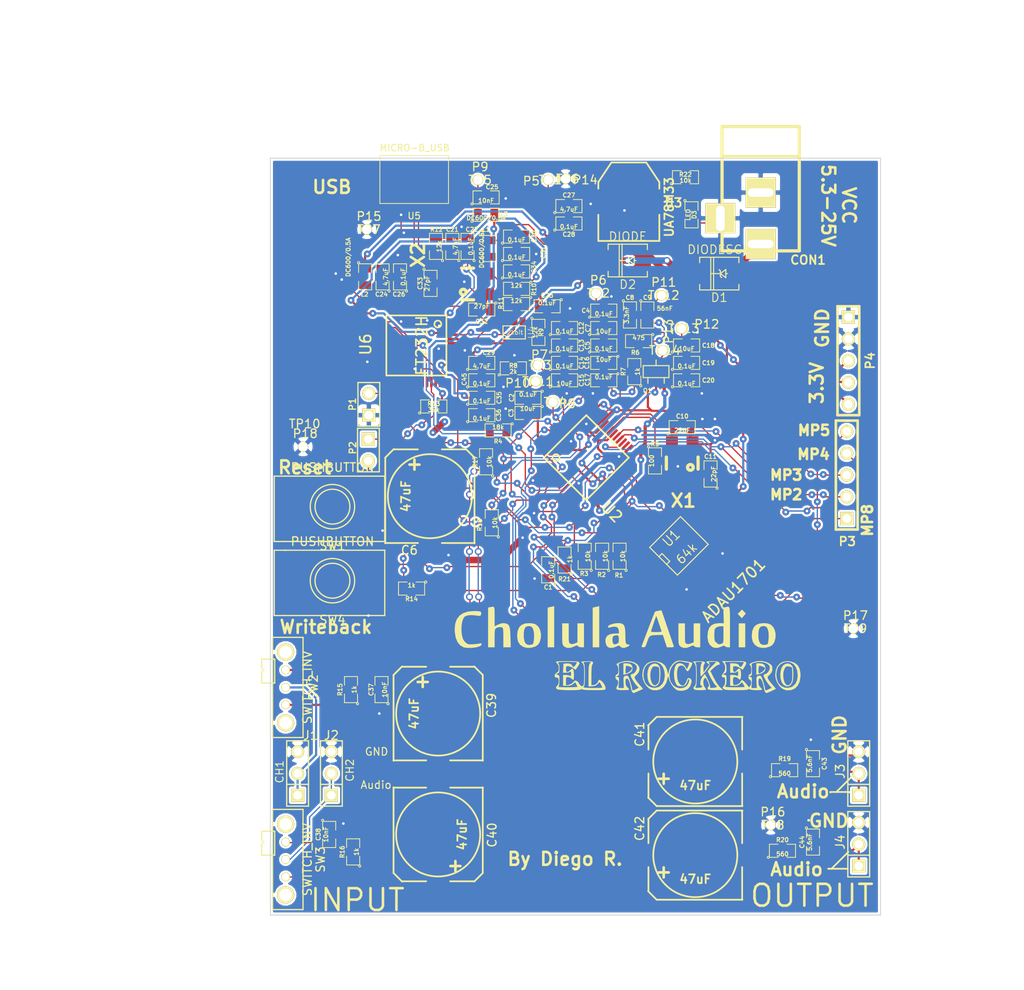
<source format=kicad_pcb>
(kicad_pcb (version 3) (host pcbnew "(2013-07-07 BZR 4022)-stable")
  (layers (15 F.Cu signal) (0 B.Cu signal) (18 B.Paste user) (19 F.Paste user) (20 B.SilkS user) (21 F.SilkS user) (22 B.Mask user) (23 F.Mask user) (28 Edge.Cuts user))
  (net 0 "")
  (net 1 +9V)
  (net 2 "AVDD/PVDD (3.3v)")
  (net 3 DAC2)
  (net 4 DAC3)
  (net 5 DVDD)
  (net 6 EECLK)
  (net 7 EECS)
  (net 8 EEDATA)
  (net 9 GND)
  (net 10 INF_L)
  (net 11 INF_R)
  (net 12 MP2)
  (net 13 MP3)
  (net 14 MP4)
  (net 15 MP5)
  (net 16 MP8)
  (net 17 N-0000013)
  (net 18 N-0000017)
  (net 19 N-0000018)
  (net 20 N-0000037)
  (net 21 N-0000038)
  (net 22 N-0000044)
  (net 23 N-0000045)
  (net 24 N-0000046)
  (net 25 N-0000047)
  (net 26 N-0000049)
  (net 27 N-0000050)
  (net 28 N-0000051)
  (net 29 N-0000052)
  (net 30 N-0000070)
  (net 31 N-0000071)
  (net 32 N-0000072)
  (net 33 N-0000073)
  (net 34 N-0000074)
  (net 35 N-0000075)
  (net 36 N-0000076)
  (net 37 N-0000077)
  (net 38 N-0000078)
  (net 39 N-0000079)
  (net 40 N-000008)
  (net 41 N-0000080)
  (net 42 N-0000081)
  (net 43 N-0000082)
  (net 44 RESET)
  (net 45 SCL)
  (net 46 SDA)
  (net 47 TP11)
  (net 48 TP12)
  (net 49 TP2)
  (net 50 TP3)
  (net 51 TP4)
  (net 52 TP5)
  (net 53 VBUS)
  (net 54 VCCIO)
  (net 55 VCORE)
  (net 56 VDRIVE)
  (net 57 VPHY)
  (net 58 VPLL)
  (net 59 WB)
  (net 60 WP)
  (module UA78M33 (layer F.Cu) (at 210.693 157.48)
    (fp_text reference U3 (at 5.207 0.127) (layer F.SilkS) (effects (font (size 1.016 1.016) (thickness 0.2032))))
    (fp_text value UA78M33 (at 4.699 0.635 90) (layer F.SilkS) (effects (font (size 1.016 1.016) (thickness 0.2032))))
    (pad 2 smd rect (at 0 -3.302) (size 3.6576 2.032) (layers F.Cu F.Paste F.Mask) (net 9 GND))
    (pad 2 smd rect (at 0 3.302) (size 1.016 2.032) (layers F.Cu F.Paste F.Mask) (net 9 GND))
    (pad 3 smd rect (at 2.286 3.302) (size 1.016 2.032) (layers F.Cu F.Paste F.Mask) (net 2 "AVDD/PVDD (3.3v)"))
    (pad 1 smd rect (at -2.286 3.302) (size 1.016 2.032) (layers F.Cu F.Paste F.Mask) (net 21 N-0000038))
  )
  (module SOT23_6 (layer F.Cu) (at 197.358 172.72)
    (fp_text reference U4 (at 1.99898 0 90) (layer F.SilkS) (effects (font (size 0.762 0.762) (thickness 0.0762))))
    (fp_text value 2kbit (at 0.0635 0) (layer F.SilkS) (effects (font (size 0.50038 0.50038) (thickness 0.0762))))
    (pad 6 smd rect (at -0.9525 -1.27) (size 0.70104 1.00076) (layers F.Cu F.Paste F.Mask) (net 6 EECLK))
    (pad 5 smd rect (at 0 -1.27) (size 0.70104 1.00076) (layers F.Cu F.Paste F.Mask) (net 7 EECS))
    (pad 4 smd rect (at 0.9525 -1.27) (size 0.70104 1.00076) (layers F.Cu F.Paste F.Mask) (net 2 "AVDD/PVDD (3.3v)"))
    (pad 3 smd rect (at 0.9525 1.27) (size 0.70104 1.00076) (layers F.Cu F.Paste F.Mask) (net 30 N-0000070))
    (pad 2 smd rect (at 0 1.27) (size 0.70104 1.00076) (layers F.Cu F.Paste F.Mask) (net 9 GND))
    (pad 1 smd rect (at -0.9525 1.27) (size 0.70104 1.00076) (layers F.Cu F.Paste F.Mask) (net 8 EEDATA))
  )
  (module sot23 (layer F.Cu) (at 213.868 177.292)
    (fp_text reference Q1 (at -1.016 2.2225) (layer F.SilkS) (effects (font (size 0.50038 0.50038) (thickness 0.09906))))
    (fp_text value ZXTP25040DFHTA hide)
    (pad 1 smd rect (at -0.9525 1.05664) (size 0.59944 1.00076) (layers F.Cu F.Paste F.Mask) (net 2 "AVDD/PVDD (3.3v)"))
    (pad 2 smd rect (at 0 -1.05664) (size 0.59944 1.00076) (layers F.Cu F.Paste F.Mask) (net 56 VDRIVE))
    (pad 3 smd rect (at 0.9525 1.05664) (size 0.59944 1.00076) (layers F.Cu F.Paste F.Mask) (net 5 DVDD))
  )
  (module SO8N (layer F.Cu) (at 216.535 197.612 45)
    (fp_text reference U1 (at 0 -1.27 45) (layer F.SilkS) (effects (font (size 1.143 1.016) (thickness 0.127))))
    (fp_text value 64k (at 0 1.27 45) (layer F.SilkS) (effects (font (size 1.016 1.016) (thickness 0.127))))
    (pad 8 smd rect (at -1.905 -3.175 45) (size 0.508 1.143) (layers F.Cu F.Paste F.Mask) (net 2 "AVDD/PVDD (3.3v)"))
    (pad 7 smd rect (at -0.635 -3.175 45) (size 0.508 1.143) (layers F.Cu F.Paste F.Mask) (net 60 WP))
    (pad 6 smd rect (at 0.635 -3.175 45) (size 0.508 1.143) (layers F.Cu F.Paste F.Mask) (net 45 SCL))
    (pad 5 smd rect (at 1.905 -3.175 45) (size 0.508 1.143) (layers F.Cu F.Paste F.Mask) (net 46 SDA))
    (pad 4 smd rect (at 1.905 3.175 45) (size 0.508 1.143) (layers F.Cu F.Paste F.Mask) (net 9 GND))
    (pad 3 smd rect (at 0.635 3.175 45) (size 0.508 1.143) (layers F.Cu F.Paste F.Mask) (net 9 GND))
    (pad 2 smd rect (at -0.635 3.175 45) (size 0.508 1.143) (layers F.Cu F.Paste F.Mask) (net 9 GND))
    (pad 1 smd rect (at -1.905 3.175 45) (size 0.508 1.143) (layers F.Cu F.Paste F.Mask) (net 9 GND))
  )
  (module SMDSVP10 (layer F.Cu) (at 187.5028 191.8208 270)
    (fp_text reference C6 (at 6.2992 2.3876 360) (layer F.SilkS) (effects (font (size 1.016 1.00076) (thickness 0.15748))))
    (fp_text value 47uF (at 0 2.79908 270) (layer F.SilkS) (effects (font (size 1.016 1.00076) (thickness 0.2032))))
    (fp_text user + (at -3.683 1.905 270) (layer F.SilkS) (effects (font (size 1.524 1.524) (thickness 0.3048))))
    (pad 1 smd rect (at -4.39928 0 270) (size 4.39928 1.89992) (layers F.Cu F.Paste F.Mask) (net 49 TP2))
    (pad 2 smd rect (at 4.30022 0 270) (size 4.39928 1.89992) (layers F.Cu F.Paste F.Mask) (net 9 GND))
  )
  (module SMDSVP10 (layer F.Cu) (at 218.44 233.68)
    (fp_text reference C42 (at -6.477 -3.1115 90) (layer F.SilkS) (effects (font (size 1.016 1.00076) (thickness 0.15748))))
    (fp_text value 47uF (at 0 2.79908) (layer F.SilkS) (effects (font (size 1.016 1.00076) (thickness 0.2032))))
    (fp_text user + (at -3.683 1.905) (layer F.SilkS) (effects (font (size 1.524 1.524) (thickness 0.3048))))
    (pad 1 smd rect (at -4.39928 0) (size 4.39928 1.89992) (layers F.Cu F.Paste F.Mask) (net 4 DAC3))
    (pad 2 smd rect (at 4.30022 0) (size 4.39928 1.89992) (layers F.Cu F.Paste F.Mask) (net 31 N-0000071))
  )
  (module SMDSVP10 (layer F.Cu) (at 218.44 222.758)
    (fp_text reference C41 (at -6.477 -3.175 90) (layer F.SilkS) (effects (font (size 1.016 1.00076) (thickness 0.15748))))
    (fp_text value 47uF (at 0 2.79908) (layer F.SilkS) (effects (font (size 1.016 1.00076) (thickness 0.2032))))
    (fp_text user + (at -3.683 1.905) (layer F.SilkS) (effects (font (size 1.524 1.524) (thickness 0.3048))))
    (pad 1 smd rect (at -4.39928 0) (size 4.39928 1.89992) (layers F.Cu F.Paste F.Mask) (net 3 DAC2))
    (pad 2 smd rect (at 4.30022 0) (size 4.39928 1.89992) (layers F.Cu F.Paste F.Mask) (net 33 N-0000073))
  )
  (module SMDSVP10 (layer F.Cu) (at 188.468 231.267 90)
    (fp_text reference C40 (at -0.0635 6.2865 90) (layer F.SilkS) (effects (font (size 1.016 1.00076) (thickness 0.15748))))
    (fp_text value 47uF (at 0 2.79908 90) (layer F.SilkS) (effects (font (size 1.016 1.00076) (thickness 0.2032))))
    (fp_text user + (at -3.683 1.905 90) (layer F.SilkS) (effects (font (size 1.524 1.524) (thickness 0.3048))))
    (pad 1 smd rect (at -4.39928 0 90) (size 4.39928 1.89992) (layers F.Cu F.Paste F.Mask) (net 37 N-0000077))
    (pad 2 smd rect (at 4.30022 0 90) (size 4.39928 1.89992) (layers F.Cu F.Paste F.Mask) (net 41 N-0000080))
  )
  (module SMDSVP10 (layer F.Cu) (at 188.468 217.17 270)
    (fp_text reference C39 (at -0.9525 -6.223 270) (layer F.SilkS) (effects (font (size 1.016 1.00076) (thickness 0.15748))))
    (fp_text value 47uF (at 0 2.79908 270) (layer F.SilkS) (effects (font (size 1.016 1.00076) (thickness 0.2032))))
    (fp_text user + (at -3.683 1.905 270) (layer F.SilkS) (effects (font (size 1.524 1.524) (thickness 0.3048))))
    (pad 1 smd rect (at -4.39928 0 270) (size 4.39928 1.89992) (layers F.Cu F.Paste F.Mask) (net 35 N-0000075))
    (pad 2 smd rect (at 4.30022 0 270) (size 4.39928 1.89992) (layers F.Cu F.Paste F.Mask) (net 34 N-0000074))
  )
  (module SM0805 (layer F.Cu) (at 197.612 165.608)
    (fp_text reference C34 (at 2.032 -0.508 90) (layer F.SilkS) (effects (font (size 0.50038 0.50038) (thickness 0.10922))))
    (fp_text value 0.1uF (at 0 0.381) (layer F.SilkS) (effects (font (size 0.50038 0.50038) (thickness 0.10922))))
    (pad 1 smd rect (at -0.9525 0) (size 0.889 1.397) (layers F.Cu F.Paste F.Mask) (net 54 VCCIO))
    (pad 2 smd rect (at 0.9525 0) (size 0.889 1.397) (layers F.Cu F.Paste F.Mask) (net 9 GND))
  )
  (module SM0805 (layer F.Cu) (at 197.612 163.576)
    (fp_text reference C31 (at 3.1115 -0.1905 90) (layer F.SilkS) (effects (font (size 0.50038 0.50038) (thickness 0.10922))))
    (fp_text value 0.1uF (at 0 0.381) (layer F.SilkS) (effects (font (size 0.50038 0.50038) (thickness 0.10922))))
    (pad 1 smd rect (at -0.9525 0) (size 0.889 1.397) (layers F.Cu F.Paste F.Mask) (net 54 VCCIO))
    (pad 2 smd rect (at 0.9525 0) (size 0.889 1.397) (layers F.Cu F.Paste F.Mask) (net 9 GND))
  )
  (module SM0805 (layer F.Cu) (at 194.056 159.004)
    (fp_text reference L3 (at 2.0955 -0.0635) (layer F.SilkS) (effects (font (size 0.50038 0.50038) (thickness 0.10922))))
    (fp_text value DC600/0.5A (at 0 0.381) (layer F.SilkS) (effects (font (size 0.50038 0.50038) (thickness 0.10922))))
    (pad 1 smd rect (at -0.9525 0) (size 0.889 1.397) (layers F.Cu F.Paste F.Mask) (net 52 TP5))
    (pad 2 smd rect (at 0.9525 0) (size 0.889 1.397) (layers F.Cu F.Paste F.Mask) (net 53 VBUS))
  )
  (module SM0805 (layer F.Cu) (at 193.548 176.276)
    (fp_text reference C29 (at 0.8255 -1.2065) (layer F.SilkS) (effects (font (size 0.50038 0.50038) (thickness 0.10922))))
    (fp_text value 4.7uF (at 0 0.381) (layer F.SilkS) (effects (font (size 0.50038 0.50038) (thickness 0.10922))))
    (pad 1 smd rect (at -0.9525 0) (size 0.889 1.397) (layers F.Cu F.Paste F.Mask) (net 2 "AVDD/PVDD (3.3v)"))
    (pad 2 smd rect (at 0.9525 0) (size 0.889 1.397) (layers F.Cu F.Paste F.Mask) (net 9 GND))
  )
  (module SM0805 (layer F.Cu) (at 197.612 167.64 180)
    (fp_text reference R10 (at -2.032 -0.0635 270) (layer F.SilkS) (effects (font (size 0.50038 0.50038) (thickness 0.10922))))
    (fp_text value 12k (at 0 0.381 180) (layer F.SilkS) (effects (font (size 0.50038 0.50038) (thickness 0.10922))))
    (pad 1 smd rect (at -0.9525 0 180) (size 0.889 1.397) (layers F.Cu F.Paste F.Mask) (net 2 "AVDD/PVDD (3.3v)"))
    (pad 2 smd rect (at 0.9525 0 180) (size 0.889 1.397) (layers F.Cu F.Paste F.Mask) (net 7 EECS))
  )
  (module SM0805 (layer F.Cu) (at 203.708 160.02)
    (fp_text reference C28 (at 0 1.27) (layer F.SilkS) (effects (font (size 0.50038 0.50038) (thickness 0.10922))))
    (fp_text value 0.1uF (at 0 0.381) (layer F.SilkS) (effects (font (size 0.50038 0.50038) (thickness 0.10922))))
    (pad 1 smd rect (at -0.9525 0) (size 0.889 1.397) (layers F.Cu F.Paste F.Mask) (net 2 "AVDD/PVDD (3.3v)"))
    (pad 2 smd rect (at 0.9525 0) (size 0.889 1.397) (layers F.Cu F.Paste F.Mask) (net 9 GND))
  )
  (module SM0805 (layer F.Cu) (at 203.708 157.988)
    (fp_text reference C27 (at 0 -1.27) (layer F.SilkS) (effects (font (size 0.50038 0.50038) (thickness 0.10922))))
    (fp_text value 4.7uF (at 0 0.381) (layer F.SilkS) (effects (font (size 0.50038 0.50038) (thickness 0.10922))))
    (pad 1 smd rect (at -0.9525 0) (size 0.889 1.397) (layers F.Cu F.Paste F.Mask) (net 2 "AVDD/PVDD (3.3v)"))
    (pad 2 smd rect (at 0.9525 0) (size 0.889 1.397) (layers F.Cu F.Paste F.Mask) (net 9 GND))
  )
  (module SM0805 (layer F.Cu) (at 184.023 166.243 90)
    (fp_text reference C26 (at -2.032 -0.127 180) (layer F.SilkS) (effects (font (size 0.50038 0.50038) (thickness 0.10922))))
    (fp_text value 0.1uF (at 0 0.381 90) (layer F.SilkS) (effects (font (size 0.50038 0.50038) (thickness 0.10922))))
    (pad 1 smd rect (at -0.9525 0 90) (size 0.889 1.397) (layers F.Cu F.Paste F.Mask) (net 58 VPLL))
    (pad 2 smd rect (at 0.9525 0 90) (size 0.889 1.397) (layers F.Cu F.Paste F.Mask) (net 9 GND))
  )
  (module SM0805 (layer F.Cu) (at 181.991 166.243 90)
    (fp_text reference C24 (at -2.032 -0.127 180) (layer F.SilkS) (effects (font (size 0.50038 0.50038) (thickness 0.10922))))
    (fp_text value 4.7uF (at 0 0.381 90) (layer F.SilkS) (effects (font (size 0.50038 0.50038) (thickness 0.10922))))
    (pad 1 smd rect (at -0.9525 0 90) (size 0.889 1.397) (layers F.Cu F.Paste F.Mask) (net 58 VPLL))
    (pad 2 smd rect (at 0.9525 0 90) (size 0.889 1.397) (layers F.Cu F.Paste F.Mask) (net 9 GND))
  )
  (module SM0805 (layer F.Cu) (at 179.959 166.243 270)
    (fp_text reference L2 (at 2.032 0.0635 360) (layer F.SilkS) (effects (font (size 0.50038 0.50038) (thickness 0.10922))))
    (fp_text value DC600/0.5A (at -2.286 1.9685 270) (layer F.SilkS) (effects (font (size 0.50038 0.50038) (thickness 0.10922))))
    (pad 1 smd rect (at -0.9525 0 270) (size 0.889 1.397) (layers F.Cu F.Paste F.Mask) (net 2 "AVDD/PVDD (3.3v)"))
    (pad 2 smd rect (at 0.9525 0 270) (size 0.889 1.397) (layers F.Cu F.Paste F.Mask) (net 58 VPLL))
  )
  (module SM0805 (layer F.Cu) (at 191.897 162.687 90)
    (fp_text reference C22 (at 1.9685 0.508 180) (layer F.SilkS) (effects (font (size 0.50038 0.50038) (thickness 0.10922))))
    (fp_text value 0.1uF (at 0 0.381 90) (layer F.SilkS) (effects (font (size 0.50038 0.50038) (thickness 0.10922))))
    (pad 1 smd rect (at -0.9525 0 90) (size 0.889 1.397) (layers F.Cu F.Paste F.Mask) (net 57 VPHY))
    (pad 2 smd rect (at 0.9525 0 90) (size 0.889 1.397) (layers F.Cu F.Paste F.Mask) (net 9 GND))
  )
  (module SM0805 (layer F.Cu) (at 190.119 162.687 90)
    (fp_text reference C21 (at 1.9685 0 180) (layer F.SilkS) (effects (font (size 0.50038 0.50038) (thickness 0.10922))))
    (fp_text value 4.7uF (at 0 0.381 90) (layer F.SilkS) (effects (font (size 0.50038 0.50038) (thickness 0.10922))))
    (pad 1 smd rect (at -0.9525 0 90) (size 0.889 1.397) (layers F.Cu F.Paste F.Mask) (net 57 VPHY))
    (pad 2 smd rect (at 0.9525 0 90) (size 0.889 1.397) (layers F.Cu F.Paste F.Mask) (net 9 GND))
  )
  (module SM0805 (layer F.Cu) (at 194.437 162.941 270)
    (fp_text reference L1 (at -2.2225 0.381 360) (layer F.SilkS) (effects (font (size 0.50038 0.50038) (thickness 0.10922))))
    (fp_text value DC600/0.5A (at 0 0.889 270) (layer F.SilkS) (effects (font (size 0.50038 0.50038) (thickness 0.10922))))
    (pad 1 smd rect (at -0.9525 0 270) (size 0.889 1.397) (layers F.Cu F.Paste F.Mask) (net 2 "AVDD/PVDD (3.3v)"))
    (pad 2 smd rect (at 0.9525 0 270) (size 0.889 1.397) (layers F.Cu F.Paste F.Mask) (net 57 VPHY))
  )
  (module SM0805 (layer F.Cu) (at 193.548 180.34)
    (fp_text reference C35 (at 2.032 0 90) (layer F.SilkS) (effects (font (size 0.50038 0.50038) (thickness 0.10922))))
    (fp_text value 0.1uF (at 0 0.381) (layer F.SilkS) (effects (font (size 0.50038 0.50038) (thickness 0.10922))))
    (pad 1 smd rect (at -0.9525 0) (size 0.889 1.397) (layers F.Cu F.Paste F.Mask) (net 55 VCORE))
    (pad 2 smd rect (at 0.9525 0) (size 0.889 1.397) (layers F.Cu F.Paste F.Mask) (net 9 GND))
  )
  (module SM0805 (layer F.Cu) (at 181.864 214.376 90)
    (fp_text reference C37 (at 0 -1.2065 90) (layer F.SilkS) (effects (font (size 0.50038 0.50038) (thickness 0.10922))))
    (fp_text value 10nF (at 0 0.381 90) (layer F.SilkS) (effects (font (size 0.50038 0.50038) (thickness 0.10922))))
    (pad 1 smd rect (at -0.9525 0 90) (size 0.889 1.397) (layers F.Cu F.Paste F.Mask) (net 9 GND))
    (pad 2 smd rect (at 0.9525 0 90) (size 0.889 1.397) (layers F.Cu F.Paste F.Mask) (net 35 N-0000075))
  )
  (module SM0805 (layer F.Cu) (at 185.3692 202.5904 180)
    (fp_text reference R14 (at 0 -1.2065 180) (layer F.SilkS) (effects (font (size 0.50038 0.50038) (thickness 0.10922))))
    (fp_text value 1k (at 0 0.381 180) (layer F.SilkS) (effects (font (size 0.50038 0.50038) (thickness 0.10922))))
    (pad 1 smd rect (at -0.9525 0 180) (size 0.889 1.397) (layers F.Cu F.Paste F.Mask) (net 2 "AVDD/PVDD (3.3v)"))
    (pad 2 smd rect (at 0.9525 0 180) (size 0.889 1.397) (layers F.Cu F.Paste F.Mask) (net 44 RESET))
  )
  (module SM0805 (layer F.Cu) (at 232.156 232.156 270)
    (fp_text reference C44 (at 0 1.27 270) (layer F.SilkS) (effects (font (size 0.50038 0.50038) (thickness 0.10922))))
    (fp_text value 5.6nF (at 0 0.381 270) (layer F.SilkS) (effects (font (size 0.50038 0.50038) (thickness 0.10922))))
    (pad 1 smd rect (at -0.9525 0 270) (size 0.889 1.397) (layers F.Cu F.Paste F.Mask) (net 9 GND))
    (pad 2 smd rect (at 0.9525 0 270) (size 0.889 1.397) (layers F.Cu F.Paste F.Mask) (net 32 N-0000072))
  )
  (module SM0805 (layer F.Cu) (at 228.6 233.172)
    (fp_text reference R20 (at 0 -1.27) (layer F.SilkS) (effects (font (size 0.50038 0.50038) (thickness 0.10922))))
    (fp_text value 560 (at 0 0.381) (layer F.SilkS) (effects (font (size 0.50038 0.50038) (thickness 0.10922))))
    (pad 1 smd rect (at -0.9525 0) (size 0.889 1.397) (layers F.Cu F.Paste F.Mask) (net 31 N-0000071))
    (pad 2 smd rect (at 0.9525 0) (size 0.889 1.397) (layers F.Cu F.Paste F.Mask) (net 32 N-0000072))
  )
  (module SM0805 (layer F.Cu) (at 232.156 223.012 270)
    (fp_text reference C43 (at 0 -1.3335 270) (layer F.SilkS) (effects (font (size 0.50038 0.50038) (thickness 0.10922))))
    (fp_text value 5.6nF (at 0 0.381 270) (layer F.SilkS) (effects (font (size 0.50038 0.50038) (thickness 0.10922))))
    (pad 1 smd rect (at -0.9525 0 270) (size 0.889 1.397) (layers F.Cu F.Paste F.Mask) (net 9 GND))
    (pad 2 smd rect (at 0.9525 0 270) (size 0.889 1.397) (layers F.Cu F.Paste F.Mask) (net 38 N-0000078))
  )
  (module SM0805 (layer F.Cu) (at 228.854 223.774)
    (fp_text reference R19 (at 0 -1.3335) (layer F.SilkS) (effects (font (size 0.50038 0.50038) (thickness 0.10922))))
    (fp_text value 560 (at 0 0.381) (layer F.SilkS) (effects (font (size 0.50038 0.50038) (thickness 0.10922))))
    (pad 1 smd rect (at -0.9525 0) (size 0.889 1.397) (layers F.Cu F.Paste F.Mask) (net 33 N-0000073))
    (pad 2 smd rect (at 0.9525 0) (size 0.889 1.397) (layers F.Cu F.Paste F.Mask) (net 38 N-0000078))
  )
  (module SM0805 (layer F.Cu) (at 175.768 231.267 270)
    (fp_text reference C38 (at 0 1.27 270) (layer F.SilkS) (effects (font (size 0.50038 0.50038) (thickness 0.10922))))
    (fp_text value 10nF (at 0 0.381 270) (layer F.SilkS) (effects (font (size 0.50038 0.50038) (thickness 0.10922))))
    (pad 1 smd rect (at -0.9525 0 270) (size 0.889 1.397) (layers F.Cu F.Paste F.Mask) (net 9 GND))
    (pad 2 smd rect (at 0.9525 0 270) (size 0.889 1.397) (layers F.Cu F.Paste F.Mask) (net 37 N-0000077))
  )
  (module SM0805 (layer F.Cu) (at 178.562 233.299 90)
    (fp_text reference R16 (at 0 -1.27 90) (layer F.SilkS) (effects (font (size 0.50038 0.50038) (thickness 0.10922))))
    (fp_text value 1k (at 0 0.381 90) (layer F.SilkS) (effects (font (size 0.50038 0.50038) (thickness 0.10922))))
    (pad 1 smd rect (at -0.9525 0 90) (size 0.889 1.397) (layers F.Cu F.Paste F.Mask) (net 39 N-0000079))
    (pad 2 smd rect (at 0.9525 0 90) (size 0.889 1.397) (layers F.Cu F.Paste F.Mask) (net 37 N-0000077))
  )
  (module SM0805 (layer F.Cu) (at 194.7164 194.9196 90)
    (fp_text reference R18 (at -0.254 -1.397 90) (layer F.SilkS) (effects (font (size 0.50038 0.50038) (thickness 0.10922))))
    (fp_text value 10k (at 0 0.381 90) (layer F.SilkS) (effects (font (size 0.50038 0.50038) (thickness 0.10922))))
    (pad 1 smd rect (at -0.9525 0 90) (size 0.889 1.397) (layers F.Cu F.Paste F.Mask) (net 41 N-0000080))
    (pad 2 smd rect (at 0.9525 0 90) (size 0.889 1.397) (layers F.Cu F.Paste F.Mask) (net 11 INF_R))
  )
  (module SM0805 (layer F.Cu) (at 187.96 181.356)
    (fp_text reference R13 (at 0 -0.3175) (layer F.SilkS) (effects (font (size 0.50038 0.50038) (thickness 0.10922))))
    (fp_text value 39k (at 0 0.381) (layer F.SilkS) (effects (font (size 0.50038 0.50038) (thickness 0.10922))))
    (pad 1 smd rect (at -0.9525 0) (size 0.889 1.397) (layers F.Cu F.Paste F.Mask) (net 22 N-0000044))
    (pad 2 smd rect (at 0.9525 0) (size 0.889 1.397) (layers F.Cu F.Paste F.Mask) (net 53 VBUS))
  )
  (module SM0805 (layer F.Cu) (at 178.308 214.376 90)
    (fp_text reference R15 (at 0 -1.27 90) (layer F.SilkS) (effects (font (size 0.50038 0.50038) (thickness 0.10922))))
    (fp_text value 1k (at 0 0.381 90) (layer F.SilkS) (effects (font (size 0.50038 0.50038) (thickness 0.10922))))
    (pad 1 smd rect (at -0.9525 0 90) (size 0.889 1.397) (layers F.Cu F.Paste F.Mask) (net 36 N-0000076))
    (pad 2 smd rect (at 0.9525 0 90) (size 0.889 1.397) (layers F.Cu F.Paste F.Mask) (net 35 N-0000075))
  )
  (module SM0805 (layer F.Cu) (at 194.056 187.8076 90)
    (fp_text reference R17 (at 0 -1.27 90) (layer F.SilkS) (effects (font (size 0.50038 0.50038) (thickness 0.10922))))
    (fp_text value 10k (at 0 0.381 90) (layer F.SilkS) (effects (font (size 0.50038 0.50038) (thickness 0.10922))))
    (pad 1 smd rect (at -0.9525 0 90) (size 0.889 1.397) (layers F.Cu F.Paste F.Mask) (net 34 N-0000074))
    (pad 2 smd rect (at 0.9525 0 90) (size 0.889 1.397) (layers F.Cu F.Paste F.Mask) (net 10 INF_L))
  )
  (module SM0805 (layer F.Cu) (at 201.168 169.672 180)
    (fp_text reference C23 (at 0 1.27 180) (layer F.SilkS) (effects (font (size 0.50038 0.50038) (thickness 0.10922))))
    (fp_text value 0.1uF (at 0 0.381 180) (layer F.SilkS) (effects (font (size 0.50038 0.50038) (thickness 0.10922))))
    (pad 1 smd rect (at -0.9525 0 180) (size 0.889 1.397) (layers F.Cu F.Paste F.Mask) (net 9 GND))
    (pad 2 smd rect (at 0.9525 0 180) (size 0.889 1.397) (layers F.Cu F.Paste F.Mask) (net 2 "AVDD/PVDD (3.3v)"))
  )
  (module SM0805 (layer F.Cu) (at 197.612 169.418 180)
    (fp_text reference R11 (at 1.8415 0.127 270) (layer F.SilkS) (effects (font (size 0.50038 0.50038) (thickness 0.10922))))
    (fp_text value 12k (at 0 0.381 180) (layer F.SilkS) (effects (font (size 0.50038 0.50038) (thickness 0.10922))))
    (pad 1 smd rect (at -0.9525 0 180) (size 0.889 1.397) (layers F.Cu F.Paste F.Mask) (net 2 "AVDD/PVDD (3.3v)"))
    (pad 2 smd rect (at 0.9525 0 180) (size 0.889 1.397) (layers F.Cu F.Paste F.Mask) (net 6 EECLK))
  )
  (module SM0805 (layer F.Cu) (at 197.612 161.544)
    (fp_text reference C30 (at 2.032 0 90) (layer F.SilkS) (effects (font (size 0.50038 0.50038) (thickness 0.10922))))
    (fp_text value 0.1uF (at 0 0.381) (layer F.SilkS) (effects (font (size 0.50038 0.50038) (thickness 0.10922))))
    (pad 1 smd rect (at -0.9525 0) (size 0.889 1.397) (layers F.Cu F.Paste F.Mask) (net 54 VCCIO))
    (pad 2 smd rect (at 0.9525 0) (size 0.889 1.397) (layers F.Cu F.Paste F.Mask) (net 9 GND))
  )
  (module SM0805 (layer F.Cu) (at 200.152 172.72 270)
    (fp_text reference R9 (at 0 -0.3175 270) (layer F.SilkS) (effects (font (size 0.50038 0.50038) (thickness 0.10922))))
    (fp_text value 12k (at 0 0.381 270) (layer F.SilkS) (effects (font (size 0.50038 0.50038) (thickness 0.10922))))
    (pad 1 smd rect (at -0.9525 0 270) (size 0.889 1.397) (layers F.Cu F.Paste F.Mask) (net 2 "AVDD/PVDD (3.3v)"))
    (pad 2 smd rect (at 0.9525 0 270) (size 0.889 1.397) (layers F.Cu F.Paste F.Mask) (net 30 N-0000070))
  )
  (module SM0805 (layer F.Cu) (at 197.231 176.911)
    (fp_text reference R8 (at 0 -0.3175) (layer F.SilkS) (effects (font (size 0.50038 0.50038) (thickness 0.10922))))
    (fp_text value 2k (at 0 0.381) (layer F.SilkS) (effects (font (size 0.50038 0.50038) (thickness 0.10922))))
    (pad 1 smd rect (at -0.9525 0) (size 0.889 1.397) (layers F.Cu F.Paste F.Mask) (net 8 EEDATA))
    (pad 2 smd rect (at 0.9525 0) (size 0.889 1.397) (layers F.Cu F.Paste F.Mask) (net 30 N-0000070))
  )
  (module SM0805 (layer F.Cu) (at 212.852 170.688 270)
    (fp_text reference C9 (at -2.032 0 360) (layer F.SilkS) (effects (font (size 0.50038 0.50038) (thickness 0.10922))))
    (fp_text value 56nF (at -0.762 -2.032 360) (layer F.SilkS) (effects (font (size 0.50038 0.50038) (thickness 0.10922))))
    (pad 1 smd rect (at -0.9525 0 270) (size 0.889 1.397) (layers F.Cu F.Paste F.Mask) (net 48 TP12))
    (pad 2 smd rect (at 0.9525 0 270) (size 0.889 1.397) (layers F.Cu F.Paste F.Mask) (net 17 N-0000013))
  )
  (module SM0805 (layer F.Cu) (at 207.772 176.276 180)
    (fp_text reference C16 (at 1.9685 0 270) (layer F.SilkS) (effects (font (size 0.50038 0.50038) (thickness 0.10922))))
    (fp_text value 10uF (at 0 0.381 180) (layer F.SilkS) (effects (font (size 0.50038 0.50038) (thickness 0.10922))))
    (pad 1 smd rect (at -0.9525 0 180) (size 0.889 1.397) (layers F.Cu F.Paste F.Mask) (net 2 "AVDD/PVDD (3.3v)"))
    (pad 2 smd rect (at 0.9525 0 180) (size 0.889 1.397) (layers F.Cu F.Paste F.Mask) (net 9 GND))
  )
  (module SM0805 (layer F.Cu) (at 209.6135 198.8185 90)
    (fp_text reference R1 (at -2.2225 -0.0635 180) (layer F.SilkS) (effects (font (size 0.50038 0.50038) (thickness 0.10922))))
    (fp_text value 10k (at 0 0.381 90) (layer F.SilkS) (effects (font (size 0.50038 0.50038) (thickness 0.10922))))
    (pad 1 smd rect (at -0.9525 0 90) (size 0.889 1.397) (layers F.Cu F.Paste F.Mask) (net 2 "AVDD/PVDD (3.3v)"))
    (pad 2 smd rect (at 0.9525 0 90) (size 0.889 1.397) (layers F.Cu F.Paste F.Mask) (net 60 WP))
  )
  (module SM0805 (layer F.Cu) (at 195.453 184.15 180)
    (fp_text reference R4 (at 0 -1.27 180) (layer F.SilkS) (effects (font (size 0.50038 0.50038) (thickness 0.10922))))
    (fp_text value 18k (at 0 0.381 180) (layer F.SilkS) (effects (font (size 0.50038 0.50038) (thickness 0.10922))))
    (pad 1 smd rect (at -0.9525 0 180) (size 0.889 1.397) (layers F.Cu F.Paste F.Mask) (net 47 TP11))
    (pad 2 smd rect (at 0.9525 0 180) (size 0.889 1.397) (layers F.Cu F.Paste F.Mask) (net 9 GND))
  )
  (module SM0805 (layer F.Cu) (at 207.772 170.18)
    (fp_text reference C4 (at -2.0955 0) (layer F.SilkS) (effects (font (size 0.50038 0.50038) (thickness 0.10922))))
    (fp_text value 0.1uF (at 0 0.381) (layer F.SilkS) (effects (font (size 0.50038 0.50038) (thickness 0.10922))))
    (pad 1 smd rect (at -0.9525 0) (size 0.889 1.397) (layers F.Cu F.Paste F.Mask) (net 49 TP2))
    (pad 2 smd rect (at 0.9525 0) (size 0.889 1.397) (layers F.Cu F.Paste F.Mask) (net 9 GND))
  )
  (module SM0805 (layer F.Cu) (at 198.9455 182.118 180)
    (fp_text reference C3 (at 1.9685 0 270) (layer F.SilkS) (effects (font (size 0.50038 0.50038) (thickness 0.10922))))
    (fp_text value 10uF (at 0 0.508 180) (layer F.SilkS) (effects (font (size 0.50038 0.50038) (thickness 0.10922))))
    (pad 1 smd rect (at -0.9525 0 180) (size 0.889 1.397) (layers F.Cu F.Paste F.Mask) (net 50 TP3))
    (pad 2 smd rect (at 0.9525 0 180) (size 0.889 1.397) (layers F.Cu F.Paste F.Mask) (net 9 GND))
  )
  (module SM0805 (layer F.Cu) (at 198.9455 180.34 180)
    (fp_text reference C2 (at 1.905 0 270) (layer F.SilkS) (effects (font (size 0.50038 0.50038) (thickness 0.10922))))
    (fp_text value 0.1uF (at 0 0.381 180) (layer F.SilkS) (effects (font (size 0.50038 0.50038) (thickness 0.10922))))
    (pad 1 smd rect (at -0.9525 0 180) (size 0.889 1.397) (layers F.Cu F.Paste F.Mask) (net 50 TP3))
    (pad 2 smd rect (at 0.9525 0 180) (size 0.889 1.397) (layers F.Cu F.Paste F.Mask) (net 9 GND))
  )
  (module SM0805 (layer F.Cu) (at 207.772 172.212)
    (fp_text reference C7 (at -1.8415 0 90) (layer F.SilkS) (effects (font (size 0.50038 0.50038) (thickness 0.10922))))
    (fp_text value 10uF (at 0 0.381) (layer F.SilkS) (effects (font (size 0.50038 0.50038) (thickness 0.10922))))
    (pad 1 smd rect (at -0.9525 0) (size 0.889 1.397) (layers F.Cu F.Paste F.Mask) (net 51 TP4))
    (pad 2 smd rect (at 0.9525 0) (size 0.889 1.397) (layers F.Cu F.Paste F.Mask) (net 9 GND))
  )
  (module SM0805 (layer F.Cu) (at 207.772 174.244)
    (fp_text reference C5 (at -1.905 0 90) (layer F.SilkS) (effects (font (size 0.50038 0.50038) (thickness 0.10922))))
    (fp_text value 0.1uF (at 0 0.381) (layer F.SilkS) (effects (font (size 0.50038 0.50038) (thickness 0.10922))))
    (pad 1 smd rect (at -0.9525 0) (size 0.889 1.397) (layers F.Cu F.Paste F.Mask) (net 51 TP4))
    (pad 2 smd rect (at 0.9525 0) (size 0.889 1.397) (layers F.Cu F.Paste F.Mask) (net 9 GND))
  )
  (module SM0805 (layer F.Cu) (at 193.548 170.053 180)
    (fp_text reference C32 (at 0 -1.397 180) (layer F.SilkS) (effects (font (size 0.50038 0.50038) (thickness 0.10922))))
    (fp_text value 27pF (at 0 0.381 180) (layer F.SilkS) (effects (font (size 0.50038 0.50038) (thickness 0.10922))))
    (pad 1 smd rect (at -0.9525 0 180) (size 0.889 1.397) (layers F.Cu F.Paste F.Mask) (net 9 GND))
    (pad 2 smd rect (at 0.9525 0 180) (size 0.889 1.397) (layers F.Cu F.Paste F.Mask) (net 24 N-0000046))
  )
  (module SM0805 (layer F.Cu) (at 211.836 173.736 180)
    (fp_text reference R6 (at 0.381 -1.3335 180) (layer F.SilkS) (effects (font (size 0.50038 0.50038) (thickness 0.10922))))
    (fp_text value 475 (at 0 0.381 180) (layer F.SilkS) (effects (font (size 0.50038 0.50038) (thickness 0.10922))))
    (pad 1 smd rect (at -0.9525 0 180) (size 0.889 1.397) (layers F.Cu F.Paste F.Mask) (net 17 N-0000013))
    (pad 2 smd rect (at 0.9525 0 180) (size 0.889 1.397) (layers F.Cu F.Paste F.Mask) (net 2 "AVDD/PVDD (3.3v)"))
  )
  (module SM0805 (layer F.Cu) (at 210.82 170.688 270)
    (fp_text reference C8 (at -2.032 0 360) (layer F.SilkS) (effects (font (size 0.50038 0.50038) (thickness 0.10922))))
    (fp_text value 3.3nF (at 0 0.381 270) (layer F.SilkS) (effects (font (size 0.50038 0.50038) (thickness 0.10922))))
    (pad 1 smd rect (at -0.9525 0 270) (size 0.889 1.397) (layers F.Cu F.Paste F.Mask) (net 48 TP12))
    (pad 2 smd rect (at 0.9525 0 270) (size 0.889 1.397) (layers F.Cu F.Paste F.Mask) (net 2 "AVDD/PVDD (3.3v)"))
  )
  (module SM0805 (layer F.Cu) (at 220.218 189.23 90)
    (fp_text reference C11 (at 2.032 0 180) (layer F.SilkS) (effects (font (size 0.50038 0.50038) (thickness 0.10922))))
    (fp_text value 22pF (at 0 0.381 90) (layer F.SilkS) (effects (font (size 0.50038 0.50038) (thickness 0.10922))))
    (pad 1 smd rect (at -0.9525 0 90) (size 0.889 1.397) (layers F.Cu F.Paste F.Mask) (net 19 N-0000018))
    (pad 2 smd rect (at 0.9525 0 90) (size 0.889 1.397) (layers F.Cu F.Paste F.Mask) (net 9 GND))
  )
  (module SM0805 (layer F.Cu) (at 216.916 183.769)
    (fp_text reference C10 (at 0 -1.27) (layer F.SilkS) (effects (font (size 0.50038 0.50038) (thickness 0.10922))))
    (fp_text value 22pF (at 0 0.381) (layer F.SilkS) (effects (font (size 0.50038 0.50038) (thickness 0.10922))))
    (pad 1 smd rect (at -0.9525 0) (size 0.889 1.397) (layers F.Cu F.Paste F.Mask) (net 18 N-0000017))
    (pad 2 smd rect (at 0.9525 0) (size 0.889 1.397) (layers F.Cu F.Paste F.Mask) (net 9 GND))
  )
  (module SM0805 (layer F.Cu) (at 213.741 187.706 270)
    (fp_text reference R5 (at -1.9685 0 360) (layer F.SilkS) (effects (font (size 0.50038 0.50038) (thickness 0.10922))))
    (fp_text value 100 (at 0 0.381 270) (layer F.SilkS) (effects (font (size 0.50038 0.50038) (thickness 0.10922))))
    (pad 1 smd rect (at -0.9525 0 270) (size 0.889 1.397) (layers F.Cu F.Paste F.Mask) (net 40 N-000008))
    (pad 2 smd rect (at 0.9525 0 270) (size 0.889 1.397) (layers F.Cu F.Paste F.Mask) (net 19 N-0000018))
  )
  (module SM0805 (layer F.Cu) (at 201.295 200.406 90)
    (fp_text reference C1 (at -2.032 0 180) (layer F.SilkS) (effects (font (size 0.50038 0.50038) (thickness 0.10922))))
    (fp_text value 0.1uF (at 0 0.381 90) (layer F.SilkS) (effects (font (size 0.50038 0.50038) (thickness 0.10922))))
    (pad 1 smd rect (at -0.9525 0 90) (size 0.889 1.397) (layers F.Cu F.Paste F.Mask) (net 9 GND))
    (pad 2 smd rect (at 0.9525 0 90) (size 0.889 1.397) (layers F.Cu F.Paste F.Mask) (net 2 "AVDD/PVDD (3.3v)"))
  )
  (module SM0805 (layer F.Cu) (at 205.5495 198.8185 90)
    (fp_text reference R3 (at -2.032 -0.0635 180) (layer F.SilkS) (effects (font (size 0.50038 0.50038) (thickness 0.10922))))
    (fp_text value 10k (at 0 0.381 90) (layer F.SilkS) (effects (font (size 0.50038 0.50038) (thickness 0.10922))))
    (pad 1 smd rect (at -0.9525 0 90) (size 0.889 1.397) (layers F.Cu F.Paste F.Mask) (net 2 "AVDD/PVDD (3.3v)"))
    (pad 2 smd rect (at 0.9525 0 90) (size 0.889 1.397) (layers F.Cu F.Paste F.Mask) (net 46 SDA))
  )
  (module SM0805 (layer F.Cu) (at 207.5815 198.8185 90)
    (fp_text reference R2 (at -2.159 -0.0635 180) (layer F.SilkS) (effects (font (size 0.50038 0.50038) (thickness 0.10922))))
    (fp_text value 10k (at 0 0.381 90) (layer F.SilkS) (effects (font (size 0.50038 0.50038) (thickness 0.10922))))
    (pad 1 smd rect (at -0.9525 0 90) (size 0.889 1.397) (layers F.Cu F.Paste F.Mask) (net 2 "AVDD/PVDD (3.3v)"))
    (pad 2 smd rect (at 0.9525 0 90) (size 0.889 1.397) (layers F.Cu F.Paste F.Mask) (net 45 SCL))
  )
  (module SM0805 (layer F.Cu) (at 203.2 178.308)
    (fp_text reference C15 (at 1.9685 0 90) (layer F.SilkS) (effects (font (size 0.50038 0.50038) (thickness 0.10922))))
    (fp_text value 10uF (at 0 0.381) (layer F.SilkS) (effects (font (size 0.50038 0.50038) (thickness 0.10922))))
    (pad 1 smd rect (at -0.9525 0) (size 0.889 1.397) (layers F.Cu F.Paste F.Mask) (net 2 "AVDD/PVDD (3.3v)"))
    (pad 2 smd rect (at 0.9525 0) (size 0.889 1.397) (layers F.Cu F.Paste F.Mask) (net 9 GND))
  )
  (module SM0805 (layer F.Cu) (at 187.579 167.005 270)
    (fp_text reference C33 (at 0 1.2065 270) (layer F.SilkS) (effects (font (size 0.50038 0.50038) (thickness 0.10922))))
    (fp_text value 27pF (at 0 0.381 270) (layer F.SilkS) (effects (font (size 0.50038 0.50038) (thickness 0.10922))))
    (pad 1 smd rect (at -0.9525 0 270) (size 0.889 1.397) (layers F.Cu F.Paste F.Mask) (net 9 GND))
    (pad 2 smd rect (at 0.9525 0 270) (size 0.889 1.397) (layers F.Cu F.Paste F.Mask) (net 29 N-0000052))
  )
  (module SM0805 (layer F.Cu) (at 193.548 182.372)
    (fp_text reference C36 (at 1.9685 0 90) (layer F.SilkS) (effects (font (size 0.50038 0.50038) (thickness 0.10922))))
    (fp_text value 0.1uF (at 0 0.381) (layer F.SilkS) (effects (font (size 0.50038 0.50038) (thickness 0.10922))))
    (pad 1 smd rect (at -0.9525 0) (size 0.889 1.397) (layers F.Cu F.Paste F.Mask) (net 23 N-0000045))
    (pad 2 smd rect (at 0.9525 0) (size 0.889 1.397) (layers F.Cu F.Paste F.Mask) (net 9 GND))
  )
  (module SM0805 (layer F.Cu) (at 188.214 162.687 90)
    (fp_text reference R12 (at 1.9685 0.0635 180) (layer F.SilkS) (effects (font (size 0.50038 0.50038) (thickness 0.10922))))
    (fp_text value 12k (at 0 0.381 90) (layer F.SilkS) (effects (font (size 0.50038 0.50038) (thickness 0.10922))))
    (pad 1 smd rect (at -0.9525 0 90) (size 0.889 1.397) (layers F.Cu F.Paste F.Mask) (net 25 N-0000047))
    (pad 2 smd rect (at 0.9525 0 90) (size 0.889 1.397) (layers F.Cu F.Paste F.Mask) (net 9 GND))
  )
  (module SM0805 (layer F.Cu) (at 194.056 156.972)
    (fp_text reference C25 (at 0.6985 -1.2065) (layer F.SilkS) (effects (font (size 0.50038 0.50038) (thickness 0.10922))))
    (fp_text value 10nF (at 0 0.381) (layer F.SilkS) (effects (font (size 0.50038 0.50038) (thickness 0.10922))))
    (pad 1 smd rect (at -0.9525 0) (size 0.889 1.397) (layers F.Cu F.Paste F.Mask) (net 52 TP5))
    (pad 2 smd rect (at 0.9525 0) (size 0.889 1.397) (layers F.Cu F.Paste F.Mask) (net 9 GND))
  )
  (module SM0805 (layer F.Cu) (at 211.328 177.292 90)
    (fp_text reference R7 (at 0 -1.27 90) (layer F.SilkS) (effects (font (size 0.50038 0.50038) (thickness 0.10922))))
    (fp_text value 1k (at 0 0.381 90) (layer F.SilkS) (effects (font (size 0.50038 0.50038) (thickness 0.10922))))
    (pad 1 smd rect (at -0.9525 0 90) (size 0.889 1.397) (layers F.Cu F.Paste F.Mask) (net 2 "AVDD/PVDD (3.3v)"))
    (pad 2 smd rect (at 0.9525 0 90) (size 0.889 1.397) (layers F.Cu F.Paste F.Mask) (net 56 VDRIVE))
  )
  (module SM0805 (layer F.Cu) (at 217.424 174.244)
    (fp_text reference C18 (at 2.54 0) (layer F.SilkS) (effects (font (size 0.50038 0.50038) (thickness 0.10922))))
    (fp_text value 10uF (at 0 0.381) (layer F.SilkS) (effects (font (size 0.50038 0.50038) (thickness 0.10922))))
    (pad 1 smd rect (at -0.9525 0) (size 0.889 1.397) (layers F.Cu F.Paste F.Mask) (net 5 DVDD))
    (pad 2 smd rect (at 0.9525 0) (size 0.889 1.397) (layers F.Cu F.Paste F.Mask) (net 9 GND))
  )
  (module SM0805 (layer F.Cu) (at 217.424 176.276)
    (fp_text reference C19 (at 2.54 0) (layer F.SilkS) (effects (font (size 0.50038 0.50038) (thickness 0.10922))))
    (fp_text value 0.1uF (at 0 0.381) (layer F.SilkS) (effects (font (size 0.50038 0.50038) (thickness 0.10922))))
    (pad 1 smd rect (at -0.9525 0) (size 0.889 1.397) (layers F.Cu F.Paste F.Mask) (net 5 DVDD))
    (pad 2 smd rect (at 0.9525 0) (size 0.889 1.397) (layers F.Cu F.Paste F.Mask) (net 9 GND))
  )
  (module SM0805 (layer F.Cu) (at 217.424 178.308)
    (fp_text reference C20 (at 2.54 0) (layer F.SilkS) (effects (font (size 0.50038 0.50038) (thickness 0.10922))))
    (fp_text value 0.1uF (at 0 0.381) (layer F.SilkS) (effects (font (size 0.50038 0.50038) (thickness 0.10922))))
    (pad 1 smd rect (at -0.9525 0) (size 0.889 1.397) (layers F.Cu F.Paste F.Mask) (net 5 DVDD))
    (pad 2 smd rect (at 0.9525 0) (size 0.889 1.397) (layers F.Cu F.Paste F.Mask) (net 9 GND))
  )
  (module SM0805 (layer F.Cu) (at 207.772 178.308 180)
    (fp_text reference C17 (at 1.905 0.0635 270) (layer F.SilkS) (effects (font (size 0.50038 0.50038) (thickness 0.10922))))
    (fp_text value 0.1uF (at 0 0.381 180) (layer F.SilkS) (effects (font (size 0.50038 0.50038) (thickness 0.10922))))
    (pad 1 smd rect (at -0.9525 0 180) (size 0.889 1.397) (layers F.Cu F.Paste F.Mask) (net 2 "AVDD/PVDD (3.3v)"))
    (pad 2 smd rect (at 0.9525 0 180) (size 0.889 1.397) (layers F.Cu F.Paste F.Mask) (net 9 GND))
  )
  (module SM0805 (layer F.Cu) (at 203.2 174.244)
    (fp_text reference C13 (at 1.9685 0 90) (layer F.SilkS) (effects (font (size 0.50038 0.50038) (thickness 0.10922))))
    (fp_text value 0.1uF (at 0 0.381) (layer F.SilkS) (effects (font (size 0.50038 0.50038) (thickness 0.10922))))
    (pad 1 smd rect (at -0.9525 0) (size 0.889 1.397) (layers F.Cu F.Paste F.Mask) (net 2 "AVDD/PVDD (3.3v)"))
    (pad 2 smd rect (at 0.9525 0) (size 0.889 1.397) (layers F.Cu F.Paste F.Mask) (net 9 GND))
  )
  (module SM0805 (layer F.Cu) (at 203.2 172.212)
    (fp_text reference C12 (at 1.9685 0 90) (layer F.SilkS) (effects (font (size 0.50038 0.50038) (thickness 0.10922))))
    (fp_text value 0.1uF (at 0 0.381) (layer F.SilkS) (effects (font (size 0.50038 0.50038) (thickness 0.10922))))
    (pad 1 smd rect (at -0.9525 0) (size 0.889 1.397) (layers F.Cu F.Paste F.Mask) (net 2 "AVDD/PVDD (3.3v)"))
    (pad 2 smd rect (at 0.9525 0) (size 0.889 1.397) (layers F.Cu F.Paste F.Mask) (net 9 GND))
  )
  (module SM0805 (layer F.Cu) (at 203.2 176.276)
    (fp_text reference C14 (at 1.9685 0 90) (layer F.SilkS) (effects (font (size 0.50038 0.50038) (thickness 0.10922))))
    (fp_text value 0.1uF (at 0 0.381) (layer F.SilkS) (effects (font (size 0.50038 0.50038) (thickness 0.10922))))
    (pad 1 smd rect (at -0.9525 0) (size 0.889 1.397) (layers F.Cu F.Paste F.Mask) (net 2 "AVDD/PVDD (3.3v)"))
    (pad 2 smd rect (at 0.9525 0) (size 0.889 1.397) (layers F.Cu F.Paste F.Mask) (net 9 GND))
  )
  (module PIN_ARRAY_5x1 (layer F.Cu) (at 236.2835 176.022 270)
    (fp_text reference P4 (at 0 -2.54 270) (layer F.SilkS) (effects (font (size 1.016 1.016) (thickness 0.2032))))
    (fp_text value CONN_5 hide)
    (pad 1 thru_hole rect (at -5.08 0 270) (size 1.524 1.524) (drill 1.016) (layers *.Cu *.Mask F.SilkS) (net 9 GND))
    (pad 2 thru_hole circle (at -2.54 0 270) (size 1.524 1.524) (drill 1.016) (layers *.Cu *.Mask F.SilkS) (net 9 GND))
    (pad 3 thru_hole circle (at 0 0 270) (size 1.524 1.524) (drill 1.016) (layers *.Cu *.Mask F.SilkS) (net 2 "AVDD/PVDD (3.3v)"))
    (pad 4 thru_hole circle (at 2.54 0 270) (size 1.524 1.524) (drill 1.016) (layers *.Cu *.Mask F.SilkS) (net 2 "AVDD/PVDD (3.3v)"))
    (pad 5 thru_hole circle (at 5.08 0 270) (size 1.524 1.524) (drill 1.016) (layers *.Cu *.Mask F.SilkS) (net 2 "AVDD/PVDD (3.3v)"))
  )
  (module PIN_ARRAY_3X1 (layer F.Cu) (at 176.022 224.155 90)
    (fp_text reference J2 (at 4.445 0 180) (layer F.SilkS) (effects (font (size 1.016 1.016) (thickness 0.1524))))
    (fp_text value IN_R hide)
    (pad 1 thru_hole rect (at -2.54 0 90) (size 1.524 1.524) (drill 1.016) (layers *.Cu *.Mask F.SilkS) (net 42 N-0000081))
    (pad 2 thru_hole circle (at 0 0 90) (size 1.524 1.524) (drill 1.016) (layers *.Cu *.Mask F.SilkS) (net 42 N-0000081))
    (pad 3 thru_hole circle (at 2.54 0 90) (size 1.524 1.524) (drill 1.016) (layers *.Cu *.Mask F.SilkS) (net 9 GND))
  )
  (module PIN_ARRAY_3X1 (layer F.Cu) (at 237.49 224.155 90)
    (fp_text reference J3 (at 0.254 -2.159 90) (layer F.SilkS) (effects (font (size 1.016 1.016) (thickness 0.1524))))
    (fp_text value OUT_L hide)
    (pad 1 thru_hole rect (at -2.54 0 90) (size 1.524 1.524) (drill 1.016) (layers *.Cu *.Mask F.SilkS) (net 38 N-0000078))
    (pad 2 thru_hole circle (at 0 0 90) (size 1.524 1.524) (drill 1.016) (layers *.Cu *.Mask F.SilkS) (net 38 N-0000078))
    (pad 3 thru_hole circle (at 2.54 0 90) (size 1.524 1.524) (drill 1.016) (layers *.Cu *.Mask F.SilkS) (net 9 GND))
  )
  (module PIN_ARRAY_3X1 (layer F.Cu) (at 237.49 232.41 90)
    (fp_text reference J4 (at 0.254 -2.159 90) (layer F.SilkS) (effects (font (size 1.016 1.016) (thickness 0.1524))))
    (fp_text value OUT_R hide)
    (pad 1 thru_hole rect (at -2.54 0 90) (size 1.524 1.524) (drill 1.016) (layers *.Cu *.Mask F.SilkS) (net 32 N-0000072))
    (pad 2 thru_hole circle (at 0 0 90) (size 1.524 1.524) (drill 1.016) (layers *.Cu *.Mask F.SilkS) (net 32 N-0000072))
    (pad 3 thru_hole circle (at 2.54 0 90) (size 1.524 1.524) (drill 1.016) (layers *.Cu *.Mask F.SilkS) (net 9 GND))
  )
  (module PIN_ARRAY_3X1 (layer F.Cu) (at 172.085 224.155 90)
    (fp_text reference J1 (at 4.445 1.524 180) (layer F.SilkS) (effects (font (size 1.016 1.016) (thickness 0.1524))))
    (fp_text value IN_L hide)
    (pad 1 thru_hole rect (at -2.54 0 90) (size 1.524 1.524) (drill 1.016) (layers *.Cu *.Mask F.SilkS) (net 43 N-0000082))
    (pad 2 thru_hole circle (at 0 0 90) (size 1.524 1.524) (drill 1.016) (layers *.Cu *.Mask F.SilkS) (net 43 N-0000082))
    (pad 3 thru_hole circle (at 2.54 0 90) (size 1.524 1.524) (drill 1.016) (layers *.Cu *.Mask F.SilkS) (net 9 GND))
  )
  (module PIN_ARRAY_2X1 (layer F.Cu) (at 180.34 186.436 270)
    (fp_text reference P2 (at -0.254 1.8288 270) (layer F.SilkS) (effects (font (size 0.762 0.762) (thickness 0.1524))))
    (fp_text value USB_RST_JPR hide)
    (pad 1 thru_hole rect (at -1.27 0 270) (size 1.524 1.524) (drill 1.016) (layers *.Cu *.Mask F.SilkS) (net 28 N-0000051))
    (pad 2 thru_hole circle (at 1.27 0 270) (size 1.524 1.524) (drill 1.016) (layers *.Cu *.Mask F.SilkS) (net 44 RESET))
  )
  (module PIN_ARRAY_2X1 (layer F.Cu) (at 180.3908 181.102 90)
    (fp_text reference P1 (at 0 -1.905 90) (layer F.SilkS) (effects (font (size 0.762 0.762) (thickness 0.1524))))
    (fp_text value WP_Jumper hide)
    (pad 1 thru_hole rect (at -1.27 0 90) (size 1.524 1.524) (drill 1.016) (layers *.Cu *.Mask F.SilkS) (net 9 GND))
    (pad 2 thru_hole circle (at 1.27 0 90) (size 1.524 1.524) (drill 1.016) (layers *.Cu *.Mask F.SilkS) (net 60 WP))
  )
  (module MICRO-B_USB (layer F.Cu) (at 185.674 153.289 180)
    (fp_text reference U5 (at 0 -5.842 180) (layer F.SilkS) (effects (font (size 0.762 0.762) (thickness 0.127))))
    (fp_text value MICRO-B_USB (at -0.05 2.09 180) (layer F.SilkS) (effects (font (size 0.762 0.762) (thickness 0.127))))
    (pad "" smd rect (at -1.19888 -1.4478 180) (size 1.89738 1.89738) (layers F.Cu F.Paste F.Mask))
    (pad "" smd rect (at 1.19888 -1.4478 180) (size 1.89992 1.89738) (layers F.Cu F.Paste F.Mask))
    (pad "" smd rect (at 3.79984 -1.4478 180) (size 1.79578 1.89738) (layers F.Cu F.Paste F.Mask))
    (pad "" smd rect (at -3.0988 -3.99796 180) (size 2.0955 1.59766) (layers F.Cu F.Paste F.Mask))
    (pad 1 smd rect (at -1.29794 -4.12496 180) (size 0.39878 1.3462) (layers F.Cu F.Paste F.Mask) (net 52 TP5) (clearance 0.2032))
    (pad 2 smd rect (at -0.6477 -4.12496 180) (size 0.39878 1.3462) (layers F.Cu F.Paste F.Mask) (net 26 N-0000049) (clearance 0.2032))
    (pad 3 smd rect (at 0 -4.12496 180) (size 0.39878 1.3462) (layers F.Cu F.Paste F.Mask) (net 27 N-0000050) (clearance 0.2032))
    (pad 4 smd rect (at 0.6477 -4.12496 180) (size 0.39878 1.3462) (layers F.Cu F.Paste F.Mask) (net 9 GND) (clearance 0.2032))
    (pad 5 smd rect (at 1.29794 -4.12496 180) (size 0.39878 1.3462) (layers F.Cu F.Paste F.Mask) (net 9 GND) (clearance 0.2032))
    (pad "" smd rect (at 3.0988 -3.99796 180) (size 2.0955 1.59766) (layers F.Cu F.Paste F.Mask))
    (pad "" smd rect (at -3.79984 -1.4478 180) (size 1.79578 1.89738) (layers F.Cu F.Paste F.Mask))
  )
  (module BARREL_JACK (layer F.Cu) (at 226.06 156.21 270)
    (fp_text reference CON1 (at 8.0645 -5.5245 360) (layer F.SilkS) (effects (font (size 1.016 1.016) (thickness 0.2032))))
    (fp_text value BARREL_JACK hide)
    (pad 1 thru_hole rect (at 6.20014 0 270) (size 3.50012 3.50012) (drill oval 1.00076 2.99974) (layers *.Cu *.Mask F.SilkS) (net 1 +9V))
    (pad 2 thru_hole rect (at 0.20066 0 270) (size 3.50012 3.50012) (drill oval 1.00076 2.99974) (layers *.Cu *.Mask F.SilkS) (net 9 GND))
    (pad 3 thru_hole rect (at 3.2004 4.699 270) (size 3.50012 3.50012) (drill oval 2.99974 1.00076) (layers *.Cu *.Mask F.SilkS) (net 9 GND))
  )
  (module LQFP48 (layer F.Cu) (at 205.74 187.325 45)
    (fp_text reference U2 (at -2.379768 6.600488 135) (layer F.SilkS) (effects (font (size 1.27 1.27) (thickness 0.2))))
    (fp_text value ADAU1701 (at 1.167433 23.079258 45) (layer F.SilkS) (effects (font (size 1.27 1.27) (thickness 0.2))))
    (pad 7 smd rect (at -4.25 0.25 45) (size 1.2 0.3) (layers F.Cu F.Paste F.Mask) (net 9 GND))
    (pad 6 smd rect (at -4.25 -0.25 45) (size 1.2 0.3) (layers F.Cu F.Paste F.Mask) (net 2 "AVDD/PVDD (3.3v)"))
    (pad 8 smd rect (at -4.25 0.75 45) (size 1.2 0.3) (layers F.Cu F.Paste F.Mask) (net 14 MP4))
    (pad 5 smd rect (at -4.25 -0.75 45) (size 1.2 0.3) (layers F.Cu F.Paste F.Mask) (net 44 RESET))
    (pad 4 smd rect (at -4.25 -1.25 45) (size 1.2 0.3) (layers F.Cu F.Paste F.Mask) (net 11 INF_R))
    (pad 3 smd rect (at -4.25 -1.75 45) (size 1.2 0.3) (layers F.Cu F.Paste F.Mask) (net 47 TP11))
    (pad 2 smd rect (at -4.25 -2.25 45) (size 1.2 0.3) (layers F.Cu F.Paste F.Mask) (net 10 INF_L))
    (pad 1 smd rect (at -4.25 -2.75 45) (size 1.2 0.3) (layers F.Cu F.Paste F.Mask) (net 9 GND))
    (pad 9 smd rect (at -4.25 1.25 45) (size 1.2 0.3) (layers F.Cu F.Paste F.Mask) (net 15 MP5))
    (pad 10 smd rect (at -4.25 1.75 45) (size 1.2 0.3) (layers F.Cu F.Paste F.Mask))
    (pad 11 smd rect (at -4.25 2.25 45) (size 1.2 0.3) (layers F.Cu F.Paste F.Mask))
    (pad 12 smd rect (at -4.25 2.75 45) (size 1.2 0.3) (layers F.Cu F.Paste F.Mask) (net 9 GND))
    (pad 30 smd rect (at 4.25 0.25 45) (size 1.2 0.3) (layers F.Cu F.Paste F.Mask) (net 9 GND))
    (pad 31 smd rect (at 4.25 -0.25 45) (size 1.2 0.3) (layers F.Cu F.Paste F.Mask) (net 40 N-000008))
    (pad 29 smd rect (at 4.25 0.75 45) (size 1.2 0.3) (layers F.Cu F.Paste F.Mask) (net 12 MP2))
    (pad 28 smd rect (at 4.25 1.25 45) (size 1.2 0.3) (layers F.Cu F.Paste F.Mask) (net 13 MP3))
    (pad 27 smd rect (at 4.25 1.75 45) (size 1.2 0.3) (layers F.Cu F.Paste F.Mask) (net 16 MP8))
    (pad 26 smd rect (at 4.25 2.25 45) (size 1.2 0.3) (layers F.Cu F.Paste F.Mask))
    (pad 25 smd rect (at 4.25 2.75 45) (size 1.2 0.3) (layers F.Cu F.Paste F.Mask) (net 9 GND))
    (pad 32 smd rect (at 4.25 -0.75 45) (size 1.2 0.3) (layers F.Cu F.Paste F.Mask) (net 18 N-0000017))
    (pad 33 smd rect (at 4.25 -1.25 45) (size 1.2 0.3) (layers F.Cu F.Paste F.Mask) (net 9 GND))
    (pad 34 smd rect (at 4.25 -1.75 45) (size 1.2 0.3) (layers F.Cu F.Paste F.Mask) (net 2 "AVDD/PVDD (3.3v)"))
    (pad 35 smd rect (at 4.25 -2.25 45) (size 1.2 0.3) (layers F.Cu F.Paste F.Mask) (net 48 TP12))
    (pad 36 smd rect (at 4.25 -2.75 45) (size 1.2 0.3) (layers F.Cu F.Paste F.Mask) (net 2 "AVDD/PVDD (3.3v)"))
    (pad 42 smd rect (at 0.25 -4.25 135) (size 1.2 0.3) (layers F.Cu F.Paste F.Mask) (net 9 GND))
    (pad 41 smd rect (at 0.75 -4.25 135) (size 1.2 0.3) (layers F.Cu F.Paste F.Mask) (net 51 TP4))
    (pad 40 smd rect (at 1.25 -4.25 135) (size 1.2 0.3) (layers F.Cu F.Paste F.Mask) (net 49 TP2))
    (pad 39 smd rect (at 1.75 -4.25 135) (size 1.2 0.3) (layers F.Cu F.Paste F.Mask) (net 2 "AVDD/PVDD (3.3v)"))
    (pad 38 smd rect (at 2.25 -4.25 135) (size 1.2 0.3) (layers F.Cu F.Paste F.Mask) (net 9 GND))
    (pad 37 smd rect (at 2.75 -4.25 135) (size 1.2 0.3) (layers F.Cu F.Paste F.Mask) (net 9 GND))
    (pad 43 smd rect (at -0.25 -4.25 135) (size 1.2 0.3) (layers F.Cu F.Paste F.Mask) (net 4 DAC3))
    (pad 44 smd rect (at -0.75 -4.25 135) (size 1.2 0.3) (layers F.Cu F.Paste F.Mask) (net 3 DAC2))
    (pad 45 smd rect (at -1.25 -4.25 135) (size 1.2 0.3) (layers F.Cu F.Paste F.Mask))
    (pad 46 smd rect (at -1.75 -4.25 135) (size 1.2 0.3) (layers F.Cu F.Paste F.Mask))
    (pad 47 smd rect (at -2.25 -4.25 135) (size 1.2 0.3) (layers F.Cu F.Paste F.Mask) (net 50 TP3))
    (pad 48 smd rect (at -2.75 -4.25 135) (size 1.2 0.3) (layers F.Cu F.Paste F.Mask) (net 2 "AVDD/PVDD (3.3v)"))
    (pad 19 smd rect (at 0.25 4.25 135) (size 1.2 0.3) (layers F.Cu F.Paste F.Mask))
    (pad 20 smd rect (at 0.75 4.25 135) (size 1.2 0.3) (layers F.Cu F.Paste F.Mask) (net 59 WB))
    (pad 21 smd rect (at 1.25 4.25 135) (size 1.2 0.3) (layers F.Cu F.Paste F.Mask) (net 60 WP))
    (pad 22 smd rect (at 1.75 4.25 135) (size 1.2 0.3) (layers F.Cu F.Paste F.Mask) (net 46 SDA))
    (pad 23 smd rect (at 2.25 4.25 135) (size 1.2 0.3) (layers F.Cu F.Paste F.Mask) (net 45 SCL))
    (pad 24 smd rect (at 2.75 4.25 135) (size 1.2 0.3) (layers F.Cu F.Paste F.Mask) (net 5 DVDD))
    (pad 18 smd rect (at -0.25 4.25 135) (size 1.2 0.3) (layers F.Cu F.Paste F.Mask) (net 2 "AVDD/PVDD (3.3v)"))
    (pad 17 smd rect (at -0.75 4.25 135) (size 1.2 0.3) (layers F.Cu F.Paste F.Mask) (net 56 VDRIVE))
    (pad 16 smd rect (at -1.25 4.25 135) (size 1.2 0.3) (layers F.Cu F.Paste F.Mask))
    (pad 15 smd rect (at -1.75 4.25 135) (size 1.2 0.3) (layers F.Cu F.Paste F.Mask))
    (pad 14 smd rect (at -2.25 4.25 135) (size 1.2 0.3) (layers F.Cu F.Paste F.Mask))
    (pad 13 smd rect (at -2.75 4.25 135) (size 1.2 0.3) (layers F.Cu F.Paste F.Mask) (net 5 DVDD))
  )
  (module LQFP48 (layer F.Cu) (at 185.928 174.244 270)
    (fp_text reference U6 (at -0.127 5.9055 270) (layer F.SilkS) (effects (font (size 1.27 1.27) (thickness 0.2))))
    (fp_text value FT232H (at 0 -0.635 270) (layer F.SilkS) (effects (font (size 1.27 1.27) (thickness 0.2))))
    (pad 7 smd rect (at -4.25 0.25 270) (size 1.2 0.3) (layers F.Cu F.Paste F.Mask) (net 27 N-0000050))
    (pad 6 smd rect (at -4.25 -0.25 270) (size 1.2 0.3) (layers F.Cu F.Paste F.Mask) (net 26 N-0000049))
    (pad 8 smd rect (at -4.25 0.75 270) (size 1.2 0.3) (layers F.Cu F.Paste F.Mask) (net 58 VPLL))
    (pad 5 smd rect (at -4.25 -0.75 270) (size 1.2 0.3) (layers F.Cu F.Paste F.Mask) (net 25 N-0000047))
    (pad 4 smd rect (at -4.25 -1.25 270) (size 1.2 0.3) (layers F.Cu F.Paste F.Mask) (net 9 GND))
    (pad 3 smd rect (at -4.25 -1.75 270) (size 1.2 0.3) (layers F.Cu F.Paste F.Mask) (net 57 VPHY))
    (pad 2 smd rect (at -4.25 -2.25 270) (size 1.2 0.3) (layers F.Cu F.Paste F.Mask) (net 29 N-0000052))
    (pad 1 smd rect (at -4.25 -2.75 270) (size 1.2 0.3) (layers F.Cu F.Paste F.Mask) (net 24 N-0000046))
    (pad 9 smd rect (at -4.25 1.25 270) (size 1.2 0.3) (layers F.Cu F.Paste F.Mask) (net 9 GND))
    (pad 10 smd rect (at -4.25 1.75 270) (size 1.2 0.3) (layers F.Cu F.Paste F.Mask) (net 9 GND))
    (pad 11 smd rect (at -4.25 2.25 270) (size 1.2 0.3) (layers F.Cu F.Paste F.Mask) (net 9 GND))
    (pad 12 smd rect (at -4.25 2.75 270) (size 1.2 0.3) (layers F.Cu F.Paste F.Mask) (net 54 VCCIO))
    (pad 30 smd rect (at 4.25 0.25 270) (size 1.2 0.3) (layers F.Cu F.Paste F.Mask))
    (pad 31 smd rect (at 4.25 -0.25 270) (size 1.2 0.3) (layers F.Cu F.Paste F.Mask) (net 22 N-0000044))
    (pad 29 smd rect (at 4.25 0.75 270) (size 1.2 0.3) (layers F.Cu F.Paste F.Mask))
    (pad 28 smd rect (at 4.25 1.25 270) (size 1.2 0.3) (layers F.Cu F.Paste F.Mask))
    (pad 27 smd rect (at 4.25 1.75 270) (size 1.2 0.3) (layers F.Cu F.Paste F.Mask))
    (pad 26 smd rect (at 4.25 2.25 270) (size 1.2 0.3) (layers F.Cu F.Paste F.Mask))
    (pad 25 smd rect (at 4.25 2.75 270) (size 1.2 0.3) (layers F.Cu F.Paste F.Mask))
    (pad 32 smd rect (at 4.25 -0.75 270) (size 1.2 0.3) (layers F.Cu F.Paste F.Mask))
    (pad 33 smd rect (at 4.25 -1.25 270) (size 1.2 0.3) (layers F.Cu F.Paste F.Mask))
    (pad 34 smd rect (at 4.25 -1.75 270) (size 1.2 0.3) (layers F.Cu F.Paste F.Mask) (net 28 N-0000051))
    (pad 35 smd rect (at 4.25 -2.25 270) (size 1.2 0.3) (layers F.Cu F.Paste F.Mask) (net 9 GND))
    (pad 36 smd rect (at 4.25 -2.75 270) (size 1.2 0.3) (layers F.Cu F.Paste F.Mask) (net 9 GND))
    (pad 42 smd rect (at 0.25 -4.25) (size 1.2 0.3) (layers F.Cu F.Paste F.Mask) (net 9 GND))
    (pad 41 smd rect (at 0.75 -4.25) (size 1.2 0.3) (layers F.Cu F.Paste F.Mask) (net 9 GND))
    (pad 40 smd rect (at 1.25 -4.25) (size 1.2 0.3) (layers F.Cu F.Paste F.Mask) (net 2 "AVDD/PVDD (3.3v)"))
    (pad 39 smd rect (at 1.75 -4.25) (size 1.2 0.3) (layers F.Cu F.Paste F.Mask) (net 2 "AVDD/PVDD (3.3v)"))
    (pad 38 smd rect (at 2.25 -4.25) (size 1.2 0.3) (layers F.Cu F.Paste F.Mask) (net 55 VCORE))
    (pad 37 smd rect (at 2.75 -4.25) (size 1.2 0.3) (layers F.Cu F.Paste F.Mask) (net 23 N-0000045))
    (pad 43 smd rect (at -0.25 -4.25) (size 1.2 0.3) (layers F.Cu F.Paste F.Mask) (net 8 EEDATA))
    (pad 44 smd rect (at -0.75 -4.25) (size 1.2 0.3) (layers F.Cu F.Paste F.Mask) (net 6 EECLK))
    (pad 45 smd rect (at -1.25 -4.25) (size 1.2 0.3) (layers F.Cu F.Paste F.Mask) (net 7 EECS))
    (pad 46 smd rect (at -1.75 -4.25) (size 1.2 0.3) (layers F.Cu F.Paste F.Mask) (net 54 VCCIO))
    (pad 47 smd rect (at -2.25 -4.25) (size 1.2 0.3) (layers F.Cu F.Paste F.Mask) (net 9 GND))
    (pad 48 smd rect (at -2.75 -4.25) (size 1.2 0.3) (layers F.Cu F.Paste F.Mask) (net 9 GND))
    (pad 19 smd rect (at 0.25 4.25) (size 1.2 0.3) (layers F.Cu F.Paste F.Mask))
    (pad 20 smd rect (at 0.75 4.25) (size 1.2 0.3) (layers F.Cu F.Paste F.Mask))
    (pad 21 smd rect (at 1.25 4.25) (size 1.2 0.3) (layers F.Cu F.Paste F.Mask))
    (pad 22 smd rect (at 1.75 4.25) (size 1.2 0.3) (layers F.Cu F.Paste F.Mask) (net 9 GND))
    (pad 23 smd rect (at 2.25 4.25) (size 1.2 0.3) (layers F.Cu F.Paste F.Mask) (net 9 GND))
    (pad 24 smd rect (at 2.75 4.25) (size 1.2 0.3) (layers F.Cu F.Paste F.Mask) (net 54 VCCIO))
    (pad 18 smd rect (at -0.25 4.25) (size 1.2 0.3) (layers F.Cu F.Paste F.Mask))
    (pad 17 smd rect (at -0.75 4.25) (size 1.2 0.3) (layers F.Cu F.Paste F.Mask) (net 60 WP))
    (pad 16 smd rect (at -1.25 4.25) (size 1.2 0.3) (layers F.Cu F.Paste F.Mask))
    (pad 15 smd rect (at -1.75 4.25) (size 1.2 0.3) (layers F.Cu F.Paste F.Mask) (net 46 SDA))
    (pad 14 smd rect (at -2.25 4.25) (size 1.2 0.3) (layers F.Cu F.Paste F.Mask) (net 46 SDA))
    (pad 13 smd rect (at -2.75 4.25) (size 1.2 0.3) (layers F.Cu F.Paste F.Mask) (net 45 SCL))
  )
  (module "SPDT Switch" (layer F.Cu) (at 172.72 234.188 270)
    (fp_text reference SW3 (at 0 -2.032 270) (layer F.SilkS))
    (fp_text value SWITCH_INV (at 0 -0.508 270) (layer F.SilkS))
    (pad 1 thru_hole circle (at -2.032 2.032 270) (size 1 1) (drill 0.8) (layers *.Cu *.Mask F.SilkS) (net 37 N-0000077))
    (pad 2 thru_hole circle (at 0 2.032 270) (size 1 1) (drill 0.8) (layers *.Cu *.Mask F.SilkS) (net 42 N-0000081))
    (pad 3 thru_hole circle (at 2.032 2.032 270) (size 1 1) (drill 0.8) (layers *.Cu *.Mask F.SilkS) (net 39 N-0000079))
    (pad 5 thru_hole circle (at -4.1275 2.032 270) (size 2 2) (drill 1.5) (layers *.Cu *.Mask F.SilkS))
    (pad 4 thru_hole circle (at 4.1275 2.032 270) (size 2 2) (drill 1.5) (layers *.Cu *.Mask F.SilkS))
  )
  (module "SPDT Switch" (layer F.Cu) (at 172.72 214.122 270)
    (fp_text reference SW2 (at 0 -1.2065 270) (layer F.SilkS))
    (fp_text value SWITCH_INV (at 0 -0.508 270) (layer F.SilkS))
    (pad 1 thru_hole circle (at -2.032 2.032 270) (size 1 1) (drill 0.8) (layers *.Cu *.Mask F.SilkS) (net 35 N-0000075))
    (pad 2 thru_hole circle (at 0 2.032 270) (size 1 1) (drill 0.8) (layers *.Cu *.Mask F.SilkS) (net 43 N-0000082))
    (pad 3 thru_hole circle (at 2.032 2.032 270) (size 1 1) (drill 0.8) (layers *.Cu *.Mask F.SilkS) (net 36 N-0000076))
    (pad 5 thru_hole circle (at -4.1275 2.032 270) (size 2 2) (drill 1.5) (layers *.Cu *.Mask F.SilkS))
    (pad 4 thru_hole circle (at 4.1275 2.032 270) (size 2 2) (drill 1.5) (layers *.Cu *.Mask F.SilkS))
  )
  (module TP (layer F.Cu) (at 216.8525 172.2755)
    (fp_text reference P12 (at 2.921 -0.508) (layer F.SilkS))
    (fp_text value TP13 (at 0.254 0) (layer F.SilkS))
    (pad 1 thru_hole circle (at 0 0) (size 1.2 1.2) (drill 1.016) (layers *.Cu *.Mask F.SilkS) (net 5 DVDD))
  )
  (module TP (layer F.Cu) (at 214.63 174.8155)
    (fp_text reference P13 (at 0.6985 -2.2225 90) (layer F.SilkS))
    (fp_text value TP14 (at 0.254 0) (layer F.SilkS))
    (pad 1 thru_hole circle (at 0 0) (size 1.2 1.2) (drill 1.016) (layers *.Cu *.Mask F.SilkS) (net 56 VDRIVE))
  )
  (module TP (layer F.Cu) (at 227.2284 230.1748)
    (fp_text reference P16 (at 0.254 -1.524) (layer F.SilkS))
    (fp_text value TP8 (at 0.254 0) (layer F.SilkS))
    (pad 1 thru_hole circle (at 0 0) (size 1.2 1.2) (drill 1.016) (layers *.Cu *.Mask F.SilkS) (net 9 GND))
  )
  (module TP (layer F.Cu) (at 236.855 207.264)
    (fp_text reference P17 (at 0.254 -1.524) (layer F.SilkS))
    (fp_text value TP9 (at 0.254 0) (layer F.SilkS))
    (pad 1 thru_hole circle (at 0 0) (size 1.2 1.2) (drill 1.016) (layers *.Cu *.Mask F.SilkS) (net 9 GND))
  )
  (module TP (layer F.Cu) (at 172.72 186.055)
    (fp_text reference P18 (at 0.254 -1.524) (layer F.SilkS))
    (fp_text value TP10 (at 0.1905 -2.667) (layer F.SilkS))
    (pad 1 thru_hole circle (at 0 0) (size 1.2 1.2) (drill 1.016) (layers *.Cu *.Mask F.SilkS) (net 9 GND))
  )
  (module TP (layer F.Cu) (at 199.8345 178.435)
    (fp_text reference P10 (at -2.0955 0.1905) (layer F.SilkS))
    (fp_text value TP11 (at 0.254 0) (layer F.SilkS))
    (pad 1 thru_hole circle (at 0 0) (size 1.2 1.2) (drill 1.016) (layers *.Cu *.Mask F.SilkS) (net 47 TP11))
  )
  (module TP (layer F.Cu) (at 214.503 168.402)
    (fp_text reference P11 (at 0.254 -1.524) (layer F.SilkS))
    (fp_text value TP12 (at 0.254 0) (layer F.SilkS))
    (pad 1 thru_hole circle (at 0 0) (size 1.2 1.2) (drill 1.016) (layers *.Cu *.Mask F.SilkS) (net 48 TP12))
  )
  (module TP (layer F.Cu) (at 201.295 154.94)
    (fp_text reference P5 (at -1.9685 0.127) (layer F.SilkS))
    (fp_text value TP1 (at 0.254 0) (layer F.SilkS))
    (pad 1 thru_hole circle (at 0 0) (size 1.2 1.2) (drill 1.016) (layers *.Cu *.Mask F.SilkS) (net 2 "AVDD/PVDD (3.3v)"))
  )
  (module TP (layer F.Cu) (at 180.1495 160.7185)
    (fp_text reference P15 (at 0.254 -1.524) (layer F.SilkS))
    (fp_text value TP7 (at 0.254 0) (layer F.SilkS))
    (pad 1 thru_hole circle (at 0 0) (size 1.2 1.2) (drill 1.016) (layers *.Cu *.Mask F.SilkS) (net 9 GND))
  )
  (module TP (layer F.Cu) (at 203.327 154.813)
    (fp_text reference P14 (at 2.286 0.127) (layer F.SilkS))
    (fp_text value TP6 (at 0.254 0) (layer F.SilkS))
    (pad 1 thru_hole circle (at 0 0) (size 1.2 1.2) (drill 1.016) (layers *.Cu *.Mask F.SilkS) (net 9 GND))
  )
  (module TP (layer F.Cu) (at 193.1035 154.94)
    (fp_text reference P9 (at 0.254 -1.524) (layer F.SilkS))
    (fp_text value TP5 (at 0.254 0) (layer F.SilkS))
    (pad 1 thru_hole circle (at 0 0) (size 1.2 1.2) (drill 1.016) (layers *.Cu *.Mask F.SilkS) (net 52 TP5))
  )
  (module TP (layer F.Cu) (at 201.8665 180.848)
    (fp_text reference P8 (at 1.651 0.1905) (layer F.SilkS))
    (fp_text value TP4 (at 0.254 0) (layer F.SilkS))
    (pad 1 thru_hole circle (at 0 0) (size 1.2 1.2) (drill 1.016) (layers *.Cu *.Mask F.SilkS) (net 51 TP4))
  )
  (module TP (layer F.Cu) (at 200.0885 176.53)
    (fp_text reference P7 (at 0.1905 -1.2065) (layer F.SilkS))
    (fp_text value TP3 (at 0.254 0) (layer F.SilkS))
    (pad 1 thru_hole circle (at 0 0) (size 1.2 1.2) (drill 1.016) (layers *.Cu *.Mask F.SilkS) (net 50 TP3))
  )
  (module TP (layer F.Cu) (at 206.883 168.148)
    (fp_text reference P6 (at 0.254 -1.524) (layer F.SilkS))
    (fp_text value TP2 (at 0.254 0) (layer F.SilkS))
    (pad 1 thru_hole circle (at 0 0) (size 1.2 1.2) (drill 1.016) (layers *.Cu *.Mask F.SilkS) (net 49 TP2))
  )
  (module SM0805 (layer F.Cu) (at 193.548 178.308)
    (fp_text reference C45 (at -2.032 -0.127 90) (layer F.SilkS) (effects (font (size 0.50038 0.50038) (thickness 0.10922))))
    (fp_text value 0.1uF (at 0 0.381) (layer F.SilkS) (effects (font (size 0.50038 0.50038) (thickness 0.10922))))
    (pad 1 smd rect (at -0.9525 0) (size 0.889 1.397) (layers F.Cu F.Paste F.Mask) (net 2 "AVDD/PVDD (3.3v)"))
    (pad 2 smd rect (at 0.9525 0) (size 0.889 1.397) (layers F.Cu F.Paste F.Mask) (net 9 GND))
  )
  (module Crystal_SMD_0603_4Pads_RevA_09Aug2010 (layer F.Cu) (at 216.916 187.96 90)
    (fp_text reference X1 (at -4.3815 0.127 180) (layer F.SilkS) (effects (font (size 1.524 1.524) (thickness 0.3048))))
    (fp_text value CRYSTAL_4PIN hide)
    (pad 1 smd rect (at -2.19964 1.19888 90) (size 1.80086 1.39954) (layers F.Cu F.Paste F.Mask) (net 19 N-0000018))
    (pad 2 smd rect (at 2.19964 1.19888 90) (size 1.80086 1.39954) (layers F.Cu F.Paste F.Mask) (net 9 GND))
    (pad 3 smd rect (at 2.19964 -1.19888 90) (size 1.80086 1.39954) (layers F.Cu F.Paste F.Mask) (net 18 N-0000017))
    (pad 4 smd rect (at -2.19964 -1.19888 90) (size 1.80086 1.39954) (layers F.Cu F.Paste F.Mask) (net 9 GND))
  )
  (module Crystal_SMD_0603_4Pads_RevA_09Aug2010 (layer F.Cu) (at 191.897 167.0685)
    (fp_text reference X2 (at -5.7785 -3.3655 90) (layer F.SilkS) (effects (font (size 1.524 1.524) (thickness 0.3048))))
    (fp_text value CRYSTAL_4PIN hide)
    (pad 1 smd rect (at -2.19964 1.19888) (size 1.80086 1.39954) (layers F.Cu F.Paste F.Mask) (net 29 N-0000052))
    (pad 2 smd rect (at 2.19964 1.19888) (size 1.80086 1.39954) (layers F.Cu F.Paste F.Mask) (net 9 GND))
    (pad 3 smd rect (at 2.19964 -1.19888) (size 1.80086 1.39954) (layers F.Cu F.Paste F.Mask) (net 24 N-0000046))
    (pad 4 smd rect (at -2.19964 -1.19888) (size 1.80086 1.39954) (layers F.Cu F.Paste F.Mask) (net 9 GND))
  )
  (module SM0805 (layer F.Cu) (at 203.2 199.263 90)
    (fp_text reference R21 (at -2.2225 0 180) (layer F.SilkS) (effects (font (size 0.50038 0.50038) (thickness 0.10922))))
    (fp_text value 1k (at 0.089803 0.628618 90) (layer F.SilkS) (effects (font (size 0.50038 0.50038) (thickness 0.10922))))
    (pad 1 smd rect (at -0.9525 0 90) (size 0.889 1.397) (layers F.Cu F.Paste F.Mask) (net 2 "AVDD/PVDD (3.3v)"))
    (pad 2 smd rect (at 0.9525 0 90) (size 0.889 1.397) (layers F.Cu F.Paste F.Mask) (net 59 WB))
  )
  (module PIN_ARRAY_5x1 (layer F.Cu) (at 236.093 189.357 90)
    (fp_text reference P3 (at -7.747 0.0635 180) (layer F.SilkS) (effects (font (size 1.016 1.016) (thickness 0.2032))))
    (fp_text value CONN_5 hide)
    (pad 1 thru_hole rect (at -5.08 0 90) (size 1.524 1.524) (drill 1.016) (layers *.Cu *.Mask F.SilkS) (net 16 MP8))
    (pad 2 thru_hole circle (at -2.54 0 90) (size 1.524 1.524) (drill 1.016) (layers *.Cu *.Mask F.SilkS) (net 12 MP2))
    (pad 3 thru_hole circle (at 0 0 90) (size 1.524 1.524) (drill 1.016) (layers *.Cu *.Mask F.SilkS) (net 13 MP3))
    (pad 4 thru_hole circle (at 2.54 0 90) (size 1.524 1.524) (drill 1.016) (layers *.Cu *.Mask F.SilkS) (net 14 MP4))
    (pad 5 thru_hole circle (at 5.08 0 90) (size 1.524 1.524) (drill 1.016) (layers *.Cu *.Mask F.SilkS) (net 15 MP5))
  )
  (module OSHW_COPPER_10MM (layer F.Cu) (at 202.946 227.076)
    (fp_text reference OSHW_COPPER_10MM hide)
    (fp_text value VAL** hide)
    (pad "" smd trapezoid (at 0 -4.1656 180) (size 1.45796 1.4986) (rect_delta 0 -0.2794) (layers F.Cu F.Paste F.Mask))
    (pad "" smd trapezoid (at 2.94386 -2.94386 135) (size 1.45796 1.4986) (rect_delta 0 -0.2794) (layers F.Cu F.Paste F.Mask))
    (pad "" smd trapezoid (at 4.1656 0 90) (size 1.45796 1.4986) (rect_delta 0 -0.2794) (layers F.Cu F.Paste F.Mask))
    (pad "" smd trapezoid (at 2.94386 2.94386 45) (size 1.45796 1.4986) (rect_delta 0 -0.2794) (layers F.Cu F.Paste F.Mask))
    (pad "" smd trapezoid (at -2.94386 -2.94386 225) (size 1.45796 1.4986) (rect_delta 0 -0.2794) (layers F.Cu F.Paste F.Mask))
    (pad "" smd trapezoid (at -4.1656 0 270) (size 1.45796 1.4986) (rect_delta 0 -0.2794) (layers F.Cu F.Paste F.Mask))
    (pad "" smd trapezoid (at -2.94386 2.94386 315) (size 1.45796 1.4986) (rect_delta 0 -0.2794) (layers F.Cu F.Paste F.Mask))
    (pad "" smd trapezoid (at 0 -2.39522 180) (size 1.08204 2.29108) (rect_delta 0 0.41402) (layers F.Cu F.Paste F.Mask))
    (pad "" smd trapezoid (at -0.9144 -2.21234 202.5) (size 1.08204 2.29108) (rect_delta 0 0.41402) (layers F.Cu F.Paste F.Mask))
    (pad "" smd trapezoid (at 0.9144 -2.21234 157.5) (size 1.08204 2.29108) (rect_delta 0 0.41402) (layers F.Cu F.Paste F.Mask))
    (pad "" smd trapezoid (at 1.69164 -1.69164 135) (size 1.08204 2.29108) (rect_delta 0 0.41402) (layers F.Cu F.Paste F.Mask))
    (pad "" smd trapezoid (at -1.69164 -1.69164 225) (size 1.08204 2.29108) (rect_delta 0 0.41402) (layers F.Cu F.Paste F.Mask))
    (pad "" smd trapezoid (at 2.21234 -0.9144 112.5) (size 1.08204 2.29108) (rect_delta 0 0.41402) (layers F.Cu F.Paste F.Mask))
    (pad "" smd trapezoid (at -2.21234 -0.9144 247.5) (size 1.08204 2.29108) (rect_delta 0 0.41402) (layers F.Cu F.Paste F.Mask))
    (pad "" smd trapezoid (at 2.39522 0 90) (size 1.08204 2.29108) (rect_delta 0 0.41402) (layers F.Cu F.Paste F.Mask))
    (pad "" smd trapezoid (at -2.39522 0 270) (size 1.08204 2.29108) (rect_delta 0 0.41402) (layers F.Cu F.Paste F.Mask))
    (pad "" smd trapezoid (at -2.21234 0.9144 292.5) (size 1.08204 2.29108) (rect_delta 0 0.41402) (layers F.Cu F.Paste F.Mask))
    (pad "" smd trapezoid (at 2.21234 0.9144 67.5) (size 1.08204 2.29108) (rect_delta 0 0.41402) (layers F.Cu F.Paste F.Mask))
    (pad "" smd trapezoid (at 1.69164 1.69164 45) (size 1.08204 2.29108) (rect_delta 0 0.41402) (layers F.Cu F.Paste F.Mask))
    (pad "" smd trapezoid (at -1.69164 1.69164 315) (size 1.08204 2.29108) (rect_delta 0 0.41402) (layers F.Cu F.Paste F.Mask))
    (pad "" smd trapezoid (at -1.32842 1.99136 326.3) (size 0.54102 2.29108) (rect_delta 0 0.20828) (layers F.Cu F.Paste F.Mask))
    (pad "" smd trapezoid (at 1.32842 1.99136 33.7) (size 0.54102 2.29108) (rect_delta 0 0.20828) (layers F.Cu F.Paste F.Mask))
  )
  (module "DO-214AC(SMA)" (layer F.Cu) (at 221.234 165.862 180)
    (fp_text reference D1 (at 0 -2.794 180) (layer F.SilkS) (effects (font (size 1.00076 1.00076) (thickness 0.11938))))
    (fp_text value DIODESCH (at 0 2.79908 180) (layer F.SilkS) (effects (font (size 1.00076 1.00076) (thickness 0.11938))))
    (pad 1 smd rect (at -1.89992 0 180) (size 1.6002 2.19964) (layers F.Cu F.Paste F.Mask) (net 1 +9V))
    (pad 2 smd rect (at 1.89992 0 180) (size 1.6002 2.19964) (layers F.Cu F.Paste F.Mask) (net 21 N-0000038))
  )
  (module "DO-214AC(SMA)" (layer F.Cu) (at 210.566 164.338 180)
    (fp_text reference D2 (at 0 -2.794 180) (layer F.SilkS) (effects (font (size 1.00076 1.00076) (thickness 0.11938))))
    (fp_text value DIODE (at 0 2.79908 180) (layer F.SilkS) (effects (font (size 1.00076 1.00076) (thickness 0.11938))))
    (pad 1 smd rect (at -1.89992 0 180) (size 1.6002 2.19964) (layers F.Cu F.Paste F.Mask) (net 2 "AVDD/PVDD (3.3v)"))
    (pad 2 smd rect (at 1.89992 0 180) (size 1.6002 2.19964) (layers F.Cu F.Paste F.Mask) (net 21 N-0000038))
  )
  (module PUSHBUTTON (layer F.Cu) (at 176.149 193.04 180)
    (fp_text reference SW1 (at 0 -4.572 180) (layer F.SilkS))
    (fp_text value PUSHBUTTON (at 0 4.572 180) (layer F.SilkS))
    (pad 1 smd rect (at -4.3815 -2.6035 180) (size 2.1 1.4) (layers F.Cu F.Paste F.Mask) (net 9 GND))
    (pad 3 smd rect (at -4.445 1.905 180) (size 2.1 1.4) (layers F.Cu F.Paste F.Mask) (net 44 RESET))
    (pad 4 smd rect (at 4.699 1.905 180) (size 2.1 1.4) (layers F.Cu F.Paste F.Mask) (net 44 RESET))
    (pad 2 smd rect (at 4.699 -2.6035 180) (size 2.1 1.4) (layers F.Cu F.Paste F.Mask) (net 9 GND))
  )
  (module PUSHBUTTON (layer F.Cu) (at 176.149 201.676 180)
    (fp_text reference SW4 (at 0 -4.572 180) (layer F.SilkS))
    (fp_text value PUSHBUTTON (at 0 4.572 180) (layer F.SilkS))
    (pad 1 smd rect (at -4.3815 -2.6035 180) (size 2.1 1.4) (layers F.Cu F.Paste F.Mask) (net 9 GND))
    (pad 3 smd rect (at -4.445 1.905 180) (size 2.1 1.4) (layers F.Cu F.Paste F.Mask) (net 59 WB))
    (pad 4 smd rect (at 4.699 1.905 180) (size 2.1 1.4) (layers F.Cu F.Paste F.Mask) (net 59 WB))
    (pad 2 smd rect (at 4.699 -2.6035 180) (size 2.1 1.4) (layers F.Cu F.Paste F.Mask) (net 9 GND))
  )
  (module SM0805 (layer F.Cu) (at 217.9955 159.004 270)
    (fp_text reference D3 (at 0 -0.3175 270) (layer F.SilkS) (effects (font (size 0.50038 0.50038) (thickness 0.10922))))
    (fp_text value LED (at 0 0.381 270) (layer F.SilkS) (effects (font (size 0.50038 0.50038) (thickness 0.10922))))
    (pad 1 smd rect (at -0.9525 0 270) (size 0.889 1.397) (layers F.Cu F.Paste F.Mask) (net 20 N-0000037))
    (pad 2 smd rect (at 0.9525 0 270) (size 0.889 1.397) (layers F.Cu F.Paste F.Mask) (net 9 GND))
  )
  (module SM0805 (layer F.Cu) (at 217.297 154.6225)
    (fp_text reference R22 (at 0 -0.3175) (layer F.SilkS) (effects (font (size 0.50038 0.50038) (thickness 0.10922))))
    (fp_text value 10k (at 0 0.381) (layer F.SilkS) (effects (font (size 0.50038 0.50038) (thickness 0.10922))))
    (pad 1 smd rect (at -0.9525 0) (size 0.889 1.397) (layers F.Cu F.Paste F.Mask) (net 2 "AVDD/PVDD (3.3v)"))
    (pad 2 smd rect (at 0.9525 0) (size 0.889 1.397) (layers F.Cu F.Paste F.Mask) (net 20 N-0000037))
  )
  (module Rockero (layer F.Cu) (at 216.408 212.6615)
    (fp_text reference G*** hide)
    (fp_text value "El Rockero" hide)
  )
  (module Cholula_Audio (layer F.Cu) (at 209.1055 210.8835)
    (fp_text reference G*** hide)
    (fp_text value Cholula_Audio hide)
  )
  (gr_text "By Diego R." (at 203.2635 234.1245) (layer F.SilkS) (effects (font (size 1.5 1.5) (thickness 0.3))))
  (gr_line (start 168.91 240.665) (end 168.91 152.4) (angle 90) (layer Edge.Cuts) (width 0.1))
  (gr_line (start 240.03 240.665) (end 240.03 152.4) (angle 90) (layer Edge.Cuts) (width 0.1))
  (gr_line (start 168.91 240.665) (end 240.03 240.665) (angle 90) (layer Edge.Cuts) (width 0.1))
  (gr_text Writeback (at 175.387 207.0735) (layer F.SilkS) (effects (font (size 1.5 1.5) (thickness 0.3))))
  (gr_text Reset (at 172.9105 188.468) (layer F.SilkS) (effects (font (size 1.5 1.5) (thickness 0.3))))
  (gr_text "VCC\n5.3-25V" (at 235.1405 157.9245 270) (layer F.SilkS) (effects (font (size 1.5 1.5) (thickness 0.3))))
  (gr_text USB (at 176.0855 155.7655) (layer F.SilkS) (effects (font (size 1.5 1.5) (thickness 0.3))))
  (gr_text OUTPUT (at 232.0544 238.4044) (layer F.SilkS) (effects (font (size 2.54 2.54) (thickness 0.3))))
  (gr_text INPUT (at 179.07 238.9124) (layer F.SilkS) (effects (font (size 2.54 2.54) (thickness 0.3))))
  (gr_text Audio (at 181.229 225.4885) (layer F.SilkS) (effects (font (size 0.889 0.889) (thickness 0.127))))
  (gr_text GND (at 181.2925 221.615) (layer F.SilkS) (effects (font (size 0.889 0.889) (thickness 0.127))))
  (gr_text CH2 (at 178.181 223.774 90) (layer F.SilkS) (effects (font (size 0.889 0.889) (thickness 0.127))))
  (gr_text CH1 (at 169.9895 223.9645 90) (layer F.SilkS) (effects (font (size 0.889 0.889) (thickness 0.127))))
  (gr_line (start 233.934 235.2675) (end 236.22 235.2675) (angle 90) (layer F.SilkS) (width 0.2))
  (gr_line (start 234.315 235.2675) (end 233.934 235.2675) (angle 90) (layer F.SilkS) (width 0.2))
  (gr_line (start 236.2835 233.299) (end 234.315 235.2675) (angle 90) (layer F.SilkS) (width 0.2))
  (gr_text Audio (at 230.251 235.331) (layer F.SilkS) (effects (font (size 1.5 1.5) (thickness 0.3))))
  (gr_line (start 236.4105 226.314) (end 236.4105 226.3775) (angle 90) (layer F.SilkS) (width 0.2))
  (gr_line (start 234.8865 226.314) (end 236.4105 226.314) (angle 90) (layer F.SilkS) (width 0.2))
  (gr_line (start 234.188 226.314) (end 234.188 226.3775) (angle 90) (layer F.SilkS) (width 0.2))
  (gr_line (start 234.8865 226.314) (end 234.188 226.314) (angle 90) (layer F.SilkS) (width 0.2))
  (gr_line (start 236.601 224.5995) (end 234.8865 226.314) (angle 90) (layer F.SilkS) (width 0.2))
  (gr_text Audio (at 231.013 226.2505) (layer F.SilkS) (effects (font (size 1.5 1.5) (thickness 0.3))))
  (gr_text GND (at 233.9975 229.6795) (layer F.SilkS) (effects (font (size 1.5 1.5) (thickness 0.3))))
  (gr_text GND (at 235.2675 219.6465 90) (layer F.SilkS) (effects (font (size 1.5 1.5) (thickness 0.3))))
  (gr_text GND (at 233.2355 172.212 90) (layer F.SilkS) (effects (font (size 1.5 1.5) (thickness 0.3))))
  (gr_text 3.3V (at 232.6005 178.6255 90) (layer F.SilkS) (effects (font (size 1.5 1.5) (thickness 0.3))))
  (gr_text MP8 (at 238.506 194.6275 90) (layer F.SilkS) (effects (font (size 1.2 1.2) (thickness 0.3))))
  (gr_text MP2 (at 229.0445 191.643) (layer F.SilkS) (effects (font (size 1.2 1.2) (thickness 0.3))))
  (gr_text MP3 (at 229.0445 189.357) (layer F.SilkS) (effects (font (size 1.2 1.2) (thickness 0.3))))
  (gr_text "MP4\n" (at 232.2195 186.944) (layer F.SilkS) (effects (font (size 1.2 1.2) (thickness 0.3))))
  (gr_text MP5 (at 232.283 184.15) (layer F.SilkS) (effects (font (size 1.2 1.2) (thickness 0.3))))
  (gr_line (start 168.91 152.4) (end 240.03 152.4) (angle 90) (layer Edge.Cuts) (width 0.1))
  (via (at 187.8584 184.404) (size 0.8) (drill 0.3) (layers F.Cu B.Cu) (net 0))
  (via (at 189.23 183.134) (size 0.8) (drill 0.3) (layers F.Cu B.Cu) (net 0))
  (segment (start 189.23 183.134) (end 189.1665 183.134) (width 0.762) (layer F.Cu) (net 0))
  (segment (start 189.1665 183.134) (end 187.8584 184.404) (width 0.762) (layer F.Cu) (net 0))
  (segment (start 223.13392 165.862) (end 223.13392 165.33622) (width 0.762) (layer F.Cu) (net 1))
  (segment (start 223.13392 165.33622) (end 226.06 162.41014) (width 0.762) (layer F.Cu) (net 1))
  (segment (start 233.68 178.4985) (end 236.2835 181.102) (width 0.254) (layer F.Cu) (net 2))
  (segment (start 233.68 178.4985) (end 236.22 178.4985) (width 0.254) (layer F.Cu) (net 2))
  (segment (start 236.22 178.4985) (end 236.2835 178.562) (width 0.254) (layer F.Cu) (net 2))
  (segment (start 225.044 174.752) (end 228.7905 178.4985) (width 0.254) (layer F.Cu) (net 2))
  (segment (start 236.1565 176.022) (end 236.2835 176.022) (width 0.254) (layer F.Cu) (net 2))
  (segment (start 233.68 178.4985) (end 236.1565 176.022) (width 0.254) (layer F.Cu) (net 2))
  (segment (start 228.7905 178.4985) (end 233.68 178.4985) (width 0.254) (layer F.Cu) (net 2))
  (segment (start 212.979 160.782) (end 212.979 157.988) (width 0.1524) (layer F.Cu) (net 2))
  (segment (start 212.979 157.988) (end 216.3445 154.6225) (width 0.1524) (layer F.Cu) (net 2))
  (segment (start 186.3217 202.5904) (end 188.0616 202.5904) (width 0.1524) (layer F.Cu) (net 2))
  (segment (start 188.0616 202.5904) (end 188.2902 202.819) (width 0.1524) (layer F.Cu) (net 2))
  (segment (start 191.008 202.819) (end 188.2902 202.819) (width 0.1524) (layer F.Cu) (net 2))
  (segment (start 207.6958 201.8538) (end 208.4578 201.8538) (width 0.254) (layer F.Cu) (net 2))
  (segment (start 212.942898 198.740302) (end 212.942898 196.713974) (width 0.254) (layer F.Cu) (net 2))
  (segment (start 210.7184 200.9648) (end 212.942898 198.740302) (width 0.254) (layer F.Cu) (net 2))
  (segment (start 209.3468 200.9648) (end 210.7184 200.9648) (width 0.254) (layer F.Cu) (net 2))
  (segment (start 208.4578 201.8538) (end 209.3468 200.9648) (width 0.254) (layer F.Cu) (net 2))
  (segment (start 207.6196 201.93) (end 207.6958 201.8538) (width 0.254) (layer F.Cu) (net 2))
  (segment (start 207.6958 201.8538) (end 208.8896 200.66) (width 0.254) (layer F.Cu) (net 2))
  (segment (start 208.8896 200.4949) (end 209.6135 199.771) (width 0.254) (layer F.Cu) (net 2))
  (segment (start 208.8896 200.66) (end 208.8896 200.4949) (width 0.254) (layer F.Cu) (net 2))
  (segment (start 207.6196 201.9808) (end 207.6196 201.93) (width 0.254) (layer F.Cu) (net 2))
  (segment (start 207.6196 201.93) (end 207.6196 199.8091) (width 0.254) (layer F.Cu) (net 2))
  (segment (start 207.6196 199.8091) (end 207.5815 199.771) (width 0.254) (layer F.Cu) (net 2))
  (segment (start 211.4296 201.39025) (end 211.4296 201.4728) (width 0.254) (layer F.Cu) (net 2))
  (segment (start 207.1878 201.9808) (end 206.629 201.422) (width 0.254) (layer F.Cu) (net 2))
  (segment (start 210.9216 201.9808) (end 207.6196 201.9808) (width 0.254) (layer F.Cu) (net 2))
  (segment (start 207.6196 201.9808) (end 207.1878 201.9808) (width 0.254) (layer F.Cu) (net 2))
  (segment (start 211.4296 201.4728) (end 210.9216 201.9808) (width 0.254) (layer F.Cu) (net 2))
  (segment (start 224.028 181.6735) (end 224.028 185.039) (width 0.254) (layer F.Cu) (net 2))
  (segment (start 218.186 170.8785) (end 221.361 174.0535) (width 0.254) (layer F.Cu) (net 2))
  (segment (start 221.361 174.0535) (end 221.361 174.244) (width 0.254) (layer F.Cu) (net 2))
  (via (at 221.361 174.244) (size 0.8) (drill 0.3) (layers F.Cu B.Cu) (net 2))
  (segment (start 221.361 174.244) (end 222.885 175.768) (width 0.254) (layer B.Cu) (net 2))
  (segment (start 222.885 175.768) (end 222.885 175.895) (width 0.254) (layer B.Cu) (net 2))
  (via (at 222.885 175.895) (size 0.8) (drill 0.3) (layers F.Cu B.Cu) (net 2))
  (segment (start 222.885 175.895) (end 224.028 177.038) (width 0.254) (layer F.Cu) (net 2))
  (segment (start 224.028 177.038) (end 224.028 181.6735) (width 0.254) (layer F.Cu) (net 2))
  (segment (start 218.186 170.815) (end 218.186 170.8785) (width 0.254) (layer F.Cu) (net 2))
  (segment (start 213.5505 201.168) (end 211.709 201.168) (width 0.254) (layer F.Cu) (net 2))
  (segment (start 224.028 190.6905) (end 213.5505 201.168) (width 0.254) (layer F.Cu) (net 2))
  (via (at 224.028 190.6905) (size 0.8) (drill 0.3) (layers F.Cu B.Cu) (net 2))
  (segment (start 224.028 185.166) (end 224.028 190.6905) (width 0.254) (layer B.Cu) (net 2))
  (via (at 224.028 185.166) (size 0.8) (drill 0.3) (layers F.Cu B.Cu) (net 2))
  (segment (start 224.028 185.039) (end 224.028 185.166) (width 0.254) (layer F.Cu) (net 2))
  (segment (start 201.295 154.94) (end 201.295 156.5275) (width 0.1524) (layer F.Cu) (net 2))
  (segment (start 201.295 156.5275) (end 202.7555 157.988) (width 0.1524) (layer F.Cu) (net 2))
  (segment (start 208.7245 178.308) (end 208.7245 179.6415) (width 0.1524) (layer F.Cu) (net 2))
  (segment (start 211.328 179.3875) (end 211.328 178.2445) (width 0.1524) (layer F.Cu) (net 2))
  (segment (start 211.074 179.6415) (end 211.328 179.3875) (width 0.1524) (layer F.Cu) (net 2))
  (via (at 211.074 179.6415) (size 0.8) (drill 0.3) (layers F.Cu B.Cu) (net 2))
  (segment (start 210.82 179.8955) (end 211.074 179.6415) (width 0.1524) (layer B.Cu) (net 2))
  (segment (start 208.9785 179.8955) (end 210.82 179.8955) (width 0.1524) (layer B.Cu) (net 2))
  (segment (start 208.915 179.832) (end 208.9785 179.8955) (width 0.1524) (layer B.Cu) (net 2))
  (via (at 208.915 179.832) (size 0.8) (drill 0.3) (layers F.Cu B.Cu) (net 2))
  (segment (start 208.7245 179.6415) (end 208.915 179.832) (width 0.1524) (layer F.Cu) (net 2))
  (segment (start 203.962 187.833) (end 203.962 187.8965) (width 0.254) (layer F.Cu) (net 2))
  (segment (start 207.8355 189.774054) (end 208.568427 190.506981) (width 0.254) (layer F.Cu) (net 2))
  (segment (start 207.8355 189.4205) (end 207.8355 189.774054) (width 0.254) (layer F.Cu) (net 2))
  (segment (start 207.645 189.23) (end 207.8355 189.4205) (width 0.254) (layer F.Cu) (net 2))
  (via (at 207.645 189.23) (size 0.8) (drill 0.3) (layers F.Cu B.Cu) (net 2))
  (segment (start 206.502 190.373) (end 207.645 189.23) (width 0.254) (layer B.Cu) (net 2))
  (via (at 206.502 190.373) (size 0.8) (drill 0.3) (layers F.Cu B.Cu) (net 2))
  (segment (start 206.4385 190.373) (end 206.502 190.373) (width 0.254) (layer F.Cu) (net 2))
  (segment (start 203.962 187.8965) (end 206.4385 190.373) (width 0.254) (layer F.Cu) (net 2))
  (segment (start 205.5495 186.2455) (end 203.962 187.833) (width 0.254) (layer F.Cu) (net 2))
  (segment (start 202.558019 190.125981) (end 202.558019 190.153427) (width 0.254) (layer F.Cu) (net 2))
  (segment (start 203.962 188.722) (end 202.558019 190.125981) (width 0.254) (layer F.Cu) (net 2))
  (segment (start 203.962 187.833) (end 203.962 188.722) (width 0.254) (layer F.Cu) (net 2))
  (segment (start 205.994 185.801) (end 205.5495 186.2455) (width 0.254) (layer F.Cu) (net 2))
  (segment (start 205.5495 186.2455) (end 205.359 186.436) (width 0.254) (layer F.Cu) (net 2))
  (segment (start 205.359 186.436) (end 203.2 186.436) (width 0.254) (layer F.Cu) (net 2))
  (segment (start 203.972233 183.082359) (end 204.037359 183.082359) (width 0.254) (layer F.Cu) (net 2))
  (via (at 205.994 185.801) (size 0.8) (drill 0.3) (layers F.Cu B.Cu) (net 2))
  (segment (start 205.994 184.785) (end 205.994 185.801) (width 0.254) (layer F.Cu) (net 2))
  (segment (start 205.359 184.15) (end 205.994 184.785) (width 0.254) (layer F.Cu) (net 2))
  (segment (start 205.105 184.15) (end 205.359 184.15) (width 0.254) (layer F.Cu) (net 2))
  (segment (start 204.037359 183.082359) (end 205.105 184.15) (width 0.254) (layer F.Cu) (net 2))
  (segment (start 205.486 166.243) (end 205.105 166.243) (width 0.1524) (layer F.Cu) (net 2))
  (segment (start 195.3895 161.9885) (end 194.437 161.9885) (width 0.1524) (layer F.Cu) (net 2))
  (segment (start 195.58 161.798) (end 195.3895 161.9885) (width 0.1524) (layer F.Cu) (net 2))
  (segment (start 195.58 160.909) (end 195.58 161.798) (width 0.1524) (layer F.Cu) (net 2))
  (segment (start 196.342 160.147) (end 195.58 160.909) (width 0.1524) (layer F.Cu) (net 2))
  (segment (start 199.009 160.147) (end 196.342 160.147) (width 0.1524) (layer F.Cu) (net 2))
  (segment (start 199.644 160.782) (end 199.009 160.147) (width 0.1524) (layer F.Cu) (net 2))
  (segment (start 199.644 161.29) (end 199.644 160.782) (width 0.1524) (layer F.Cu) (net 2))
  (segment (start 200.787 162.433) (end 199.644 161.29) (width 0.1524) (layer F.Cu) (net 2))
  (segment (start 201.295 162.433) (end 200.787 162.433) (width 0.1524) (layer F.Cu) (net 2))
  (segment (start 205.105 166.243) (end 201.295 162.433) (width 0.1524) (layer F.Cu) (net 2))
  (segment (start 202.7555 160.02) (end 202.7555 161.9885) (width 0.254) (layer F.Cu) (net 2))
  (segment (start 205.486 164.719) (end 205.486 166.243) (width 0.254) (layer F.Cu) (net 2))
  (segment (start 202.7555 161.9885) (end 205.486 164.719) (width 0.254) (layer F.Cu) (net 2))
  (segment (start 202.7555 157.988) (end 202.7555 160.02) (width 0.254) (layer F.Cu) (net 2))
  (segment (start 179.959 165.2905) (end 179.959 163.83) (width 0.254) (layer F.Cu) (net 2))
  (segment (start 179.959 163.83) (end 180.213 163.576) (width 0.254) (layer F.Cu) (net 2))
  (via (at 180.213 163.576) (size 0.8) (drill 0.3) (layers F.Cu B.Cu) (net 2))
  (segment (start 180.213 163.576) (end 183.515 160.274) (width 0.254) (layer B.Cu) (net 2))
  (segment (start 183.515 160.274) (end 189.992 160.274) (width 0.254) (layer B.Cu) (net 2))
  (segment (start 189.992 160.274) (end 191.643 158.623) (width 0.254) (layer B.Cu) (net 2))
  (segment (start 191.643 158.623) (end 198.247 158.623) (width 0.254) (layer B.Cu) (net 2))
  (segment (start 198.247 158.623) (end 200.66 161.036) (width 0.254) (layer B.Cu) (net 2))
  (via (at 200.66 161.036) (size 0.8) (drill 0.3) (layers F.Cu B.Cu) (net 2))
  (segment (start 200.66 161.036) (end 205.486 165.862) (width 0.254) (layer F.Cu) (net 2))
  (segment (start 205.486 165.862) (end 205.486 166.243) (width 0.254) (layer F.Cu) (net 2))
  (segment (start 203.2 200.2155) (end 203.2 200.406) (width 0.1524) (layer F.Cu) (net 2))
  (segment (start 203.2 200.406) (end 204.216 201.422) (width 0.1524) (layer F.Cu) (net 2))
  (segment (start 204.216 201.422) (end 206.629 201.422) (width 0.1524) (layer F.Cu) (net 2))
  (segment (start 201.295 199.4535) (end 202.438 199.4535) (width 0.1524) (layer F.Cu) (net 2))
  (segment (start 202.438 199.4535) (end 203.2 200.2155) (width 0.1524) (layer F.Cu) (net 2))
  (segment (start 205.232 202.819) (end 206.629 201.422) (width 0.1524) (layer F.Cu) (net 2))
  (segment (start 191.008 202.819) (end 205.232 202.819) (width 0.1524) (layer F.Cu) (net 2))
  (segment (start 192.5955 176.276) (end 192.5955 175.0695) (width 0.254) (layer F.Cu) (net 2))
  (segment (start 192.5955 175.0695) (end 192.913 174.752) (width 0.254) (layer F.Cu) (net 2))
  (segment (start 192.913 174.752) (end 193.04 174.752) (width 0.254) (layer F.Cu) (net 2))
  (via (at 193.04 174.752) (size 0.8) (drill 0.3) (layers F.Cu B.Cu) (net 2))
  (segment (start 193.04 174.752) (end 193.167 174.625) (width 0.254) (layer B.Cu) (net 2))
  (segment (start 193.167 174.625) (end 194.818 174.625) (width 0.254) (layer B.Cu) (net 2))
  (segment (start 194.818 174.625) (end 201.676 167.767) (width 0.254) (layer B.Cu) (net 2))
  (segment (start 201.676 167.767) (end 204.216 167.767) (width 0.254) (layer B.Cu) (net 2))
  (segment (start 204.216 167.767) (end 204.724 167.259) (width 0.254) (layer B.Cu) (net 2))
  (via (at 204.724 167.259) (size 0.8) (drill 0.3) (layers F.Cu B.Cu) (net 2))
  (segment (start 204.724 167.259) (end 205.486 166.497) (width 0.254) (layer F.Cu) (net 2))
  (segment (start 205.486 166.497) (end 205.486 166.243) (width 0.254) (layer F.Cu) (net 2))
  (segment (start 192.5955 178.308) (end 192.5955 176.276) (width 0.254) (layer F.Cu) (net 2))
  (segment (start 190.178 175.994) (end 192.3135 175.994) (width 0.254) (layer F.Cu) (net 2))
  (segment (start 192.3135 175.994) (end 192.5955 176.276) (width 0.254) (layer F.Cu) (net 2))
  (segment (start 190.178 175.494) (end 190.178 175.994) (width 0.254) (layer F.Cu) (net 2))
  (segment (start 211.4296 201.39025) (end 211.48675 201.39025) (width 0.254) (layer F.Cu) (net 2))
  (segment (start 211.48675 201.39025) (end 211.709 201.168) (width 0.254) (layer F.Cu) (net 2))
  (segment (start 217.805 168.529) (end 217.424 168.148) (width 0.254) (layer F.Cu) (net 2))
  (segment (start 218.186 170.815) (end 217.805 170.434) (width 0.254) (layer F.Cu) (net 2))
  (segment (start 217.805 170.434) (end 217.805 168.529) (width 0.254) (layer F.Cu) (net 2))
  (segment (start 205.5495 199.771) (end 205.5495 200.3425) (width 0.254) (layer F.Cu) (net 2))
  (segment (start 205.5495 200.3425) (end 206.629 201.422) (width 0.254) (layer F.Cu) (net 2))
  (segment (start 218.44 168.148) (end 225.044 174.752) (width 0.254) (layer F.Cu) (net 2))
  (segment (start 217.424 168.148) (end 218.44 168.148) (width 0.254) (layer F.Cu) (net 2))
  (segment (start 212.9155 178.34864) (end 211.43214 178.34864) (width 0.254) (layer F.Cu) (net 2))
  (segment (start 211.43214 178.34864) (end 211.328 178.2445) (width 0.254) (layer F.Cu) (net 2))
  (segment (start 217.3605 168.0845) (end 222.123 172.847) (width 0.254) (layer F.Cu) (net 2))
  (segment (start 212.9155 181.4195) (end 212.9155 178.34864) (width 0.254) (layer F.Cu) (net 2))
  (segment (start 222.123 172.847) (end 222.123 179.578) (width 0.254) (layer F.Cu) (net 2))
  (segment (start 215.011 172.72) (end 210.82 172.72) (width 0.1524) (layer F.Cu) (net 2))
  (segment (start 217.424 168.148) (end 217.424 170.307) (width 0.1524) (layer F.Cu) (net 2))
  (segment (start 217.424 170.307) (end 215.011 172.72) (width 0.1524) (layer F.Cu) (net 2))
  (segment (start 210.82 172.72) (end 210.82 173.6725) (width 0.254) (layer F.Cu) (net 2))
  (segment (start 212.979 163.703) (end 217.3605 168.0845) (width 0.762) (layer F.Cu) (net 2))
  (segment (start 217.3605 168.0845) (end 217.424 168.148) (width 0.762) (layer F.Cu) (net 2))
  (segment (start 211.6455 163.703) (end 212.979 163.703) (width 0.762) (layer F.Cu) (net 2))
  (segment (start 198.3105 171.45) (end 198.755 171.45) (width 0.254) (layer F.Cu) (net 2))
  (segment (start 199.0725 171.7675) (end 200.152 171.7675) (width 0.254) (layer F.Cu) (net 2))
  (segment (start 198.755 171.45) (end 199.0725 171.7675) (width 0.254) (layer F.Cu) (net 2))
  (segment (start 200.406 167.64) (end 200.406 169.4815) (width 0.254) (layer F.Cu) (net 2))
  (segment (start 200.406 169.4815) (end 200.2155 169.672) (width 0.254) (layer F.Cu) (net 2))
  (segment (start 205.486 166.243) (end 201.803 166.243) (width 0.254) (layer F.Cu) (net 2))
  (segment (start 201.803 166.243) (end 200.406 167.64) (width 0.254) (layer F.Cu) (net 2))
  (segment (start 211.6455 165.4175) (end 210.82 166.243) (width 0.762) (layer F.Cu) (net 2))
  (segment (start 210.82 166.243) (end 205.486 166.243) (width 0.762) (layer F.Cu) (net 2))
  (segment (start 211.6455 163.703) (end 211.6455 165.4175) (width 0.762) (layer F.Cu) (net 2))
  (segment (start 200.406 167.64) (end 198.5645 167.64) (width 0.254) (layer F.Cu) (net 2))
  (segment (start 211.6455 163.703) (end 212.344 163.703) (width 0.762) (layer F.Cu) (net 2))
  (segment (start 212.979 163.068) (end 212.979 160.782) (width 0.762) (layer F.Cu) (net 2))
  (segment (start 212.344 163.703) (end 212.979 163.068) (width 0.762) (layer F.Cu) (net 2))
  (segment (start 208.7245 176.276) (end 208.7245 178.308) (width 0.254) (layer F.Cu) (net 2))
  (segment (start 210.82 171.6405) (end 210.82 172.72) (width 0.254) (layer F.Cu) (net 2))
  (segment (start 210.82 173.6725) (end 210.8835 173.736) (width 0.254) (layer F.Cu) (net 2))
  (segment (start 198.5645 169.672) (end 198.5645 167.64) (width 0.254) (layer F.Cu) (net 2))
  (segment (start 200.152 171.7675) (end 200.152 169.7355) (width 0.254) (layer F.Cu) (net 2))
  (segment (start 200.152 169.7355) (end 200.2155 169.672) (width 0.254) (layer F.Cu) (net 2))
  (segment (start 200.152 171.7675) (end 201.803 171.7675) (width 0.254) (layer F.Cu) (net 2))
  (segment (start 201.803 171.7675) (end 202.2475 172.212) (width 0.254) (layer F.Cu) (net 2))
  (segment (start 202.2475 176.276) (end 202.2475 178.308) (width 0.254) (layer F.Cu) (net 2))
  (segment (start 202.2475 174.244) (end 202.2475 176.276) (width 0.254) (layer F.Cu) (net 2))
  (segment (start 202.2475 172.212) (end 202.2475 174.244) (width 0.254) (layer F.Cu) (net 2))
  (segment (start 206.80066 182.375253) (end 206.80066 181.69234) (width 0.254) (layer F.Cu) (net 2))
  (segment (start 208.407 181.737) (end 209.296 181.737) (width 0.254) (layer B.Cu) (net 2))
  (segment (start 207.772 181.102) (end 208.407 181.737) (width 0.254) (layer B.Cu) (net 2))
  (via (at 207.772 181.102) (size 0.8) (drill 0.3) (layers F.Cu B.Cu) (net 2))
  (segment (start 207.391 181.102) (end 207.772 181.102) (width 0.254) (layer F.Cu) (net 2))
  (segment (start 206.80066 181.69234) (end 207.391 181.102) (width 0.254) (layer F.Cu) (net 2))
  (segment (start 201.469913 186.944) (end 200.790253 186.26434) (width 0.254) (layer F.Cu) (net 2))
  (segment (start 202.692 186.944) (end 201.469913 186.944) (width 0.254) (layer F.Cu) (net 2))
  (segment (start 203.2 186.436) (end 202.692 186.944) (width 0.254) (layer F.Cu) (net 2))
  (via (at 209.296 181.737) (size 0.8) (drill 0.3) (layers F.Cu B.Cu) (net 2))
  (segment (start 205.994 185.039) (end 209.296 181.737) (width 0.254) (layer B.Cu) (net 2))
  (segment (start 205.994 185.039) (end 205.994 185.801) (width 0.254) (layer B.Cu) (net 2))
  (segment (start 207.507767 183.082359) (end 207.569641 183.082359) (width 0.254) (layer F.Cu) (net 2))
  (segment (start 208.915 181.737) (end 209.296 181.737) (width 0.254) (layer F.Cu) (net 2))
  (segment (start 207.569641 183.082359) (end 208.915 181.737) (width 0.254) (layer F.Cu) (net 2))
  (segment (start 213.2965 181.8005) (end 209.3595 181.8005) (width 0.254) (layer F.Cu) (net 2))
  (segment (start 209.3595 181.8005) (end 209.296 181.737) (width 0.254) (layer F.Cu) (net 2))
  (segment (start 213.36 181.864) (end 213.2965 181.8005) (width 0.254) (layer F.Cu) (net 2))
  (segment (start 213.2965 181.8005) (end 212.9155 181.4195) (width 0.254) (layer F.Cu) (net 2))
  (segment (start 219.837 181.864) (end 213.36 181.864) (width 0.254) (layer F.Cu) (net 2))
  (segment (start 222.123 179.578) (end 219.837 181.864) (width 0.254) (layer F.Cu) (net 2))
  (segment (start 197.485 203.581) (end 197.485 203.7715) (width 0.1524) (layer B.Cu) (net 3))
  (segment (start 214.04072 220.32722) (end 214.04072 222.758) (width 0.1524) (layer F.Cu) (net 3))
  (segment (start 198.0565 204.343) (end 214.04072 220.32722) (width 0.1524) (layer F.Cu) (net 3))
  (via (at 198.0565 204.343) (size 0.8) (drill 0.3) (layers F.Cu B.Cu) (net 3))
  (segment (start 197.485 203.7715) (end 198.0565 204.343) (width 0.1524) (layer B.Cu) (net 3))
  (segment (start 200.8505 184.0865) (end 200.5965 184.0865) (width 0.1524) (layer B.Cu) (net 3))
  (segment (start 202.204466 184.850126) (end 202.122126 184.850126) (width 0.1524) (layer F.Cu) (net 3))
  (segment (start 200.8505 184.0865) (end 201.3585 184.0865) (width 0.1524) (layer F.Cu) (net 3))
  (segment (start 202.122126 184.850126) (end 201.3585 184.0865) (width 0.1524) (layer F.Cu) (net 3))
  (via (at 200.8505 184.0865) (size 0.8) (drill 0.3) (layers F.Cu B.Cu) (net 3))
  (segment (start 197.485 194.183) (end 197.485 203.581) (width 0.1524) (layer B.Cu) (net 3))
  (segment (start 198.6915 192.9765) (end 197.485 194.183) (width 0.1524) (layer B.Cu) (net 3))
  (segment (start 198.6915 192.024) (end 198.6915 192.9765) (width 0.1524) (layer B.Cu) (net 3))
  (segment (start 198.1835 191.516) (end 198.6915 192.024) (width 0.1524) (layer B.Cu) (net 3))
  (segment (start 198.1835 190.881) (end 198.1835 191.516) (width 0.1524) (layer B.Cu) (net 3))
  (segment (start 199.3265 188.849) (end 198.1835 190.881) (width 0.1524) (layer B.Cu) (net 3))
  (via (at 199.3265 188.849) (size 0.8) (drill 0.3) (layers F.Cu B.Cu) (net 3))
  (segment (start 199.3265 186.3725) (end 199.3265 188.849) (width 0.1524) (layer F.Cu) (net 3))
  (segment (start 199.263 186.309) (end 199.3265 186.3725) (width 0.1524) (layer F.Cu) (net 3))
  (via (at 199.263 186.309) (size 0.8) (drill 0.3) (layers F.Cu B.Cu) (net 3))
  (segment (start 199.263 185.2295) (end 199.263 186.309) (width 0.1524) (layer B.Cu) (net 3))
  (segment (start 200.5965 184.0865) (end 199.263 185.2295) (width 0.1524) (layer B.Cu) (net 3))
  (segment (start 198.374 192.786) (end 198.374 192.8495) (width 0.1524) (layer B.Cu) (net 4))
  (segment (start 198.380349 192.716151) (end 198.374 192.7225) (width 0.1524) (layer B.Cu) (net 4))
  (segment (start 198.374 192.7225) (end 198.374 192.786) (width 0.1524) (layer B.Cu) (net 4))
  (segment (start 198.380349 192.208151) (end 198.380349 192.716151) (width 0.1524) (layer B.Cu) (net 4))
  (segment (start 209.55 229.18928) (end 214.04072 233.68) (width 0.1524) (layer F.Cu) (net 4))
  (segment (start 209.55 217.3605) (end 209.55 229.18928) (width 0.1524) (layer F.Cu) (net 4))
  (segment (start 197.2945 205.105) (end 209.55 217.3605) (width 0.1524) (layer F.Cu) (net 4))
  (via (at 197.2945 205.105) (size 0.8) (drill 0.3) (layers F.Cu B.Cu) (net 4))
  (segment (start 197.180198 204.990698) (end 197.2945 205.105) (width 0.1524) (layer B.Cu) (net 4))
  (segment (start 197.180198 194.043302) (end 197.180198 204.990698) (width 0.1524) (layer B.Cu) (net 4))
  (segment (start 198.374 192.8495) (end 197.180198 194.043302) (width 0.1524) (layer B.Cu) (net 4))
  (segment (start 201.2315 183.0705) (end 199.644 183.0705) (width 0.1524) (layer B.Cu) (net 4))
  (segment (start 202.558019 184.397019) (end 201.2315 183.0705) (width 0.1524) (layer F.Cu) (net 4))
  (via (at 201.2315 183.0705) (size 0.8) (drill 0.3) (layers F.Cu B.Cu) (net 4))
  (segment (start 202.558019 184.496573) (end 202.558019 184.397019) (width 0.1524) (layer F.Cu) (net 4))
  (segment (start 198.069198 191.897) (end 198.380349 192.208151) (width 0.1524) (layer B.Cu) (net 4))
  (segment (start 198.380349 192.208151) (end 198.386698 192.2145) (width 0.1524) (layer B.Cu) (net 4))
  (segment (start 197.4215 191.897) (end 198.069198 191.897) (width 0.1524) (layer B.Cu) (net 4))
  (segment (start 197.104 191.5795) (end 197.4215 191.897) (width 0.1524) (layer B.Cu) (net 4))
  (via (at 197.104 191.5795) (size 0.8) (drill 0.3) (layers F.Cu B.Cu) (net 4))
  (segment (start 196.977 191.4525) (end 197.104 191.5795) (width 0.1524) (layer F.Cu) (net 4))
  (segment (start 196.977 185.7375) (end 196.977 191.4525) (width 0.1524) (layer F.Cu) (net 4))
  (segment (start 197.866 184.8485) (end 196.977 185.7375) (width 0.1524) (layer F.Cu) (net 4))
  (via (at 197.866 184.8485) (size 0.8) (drill 0.3) (layers F.Cu B.Cu) (net 4))
  (segment (start 199.644 183.0705) (end 197.866 184.8485) (width 0.1524) (layer B.Cu) (net 4))
  (segment (start 216.8525 172.2755) (end 216.8525 173.863) (width 0.1524) (layer F.Cu) (net 5))
  (segment (start 216.8525 173.863) (end 216.4715 174.244) (width 0.1524) (layer F.Cu) (net 5))
  (segment (start 206.80066 192.274747) (end 207.30866 193.43984) (width 0.381) (layer F.Cu) (net 5))
  (segment (start 212.09 187.579) (end 212.09 186.182) (width 0.381) (layer F.Cu) (net 5))
  (via (at 212.09 187.579) (size 0.8) (drill 0.3) (layers F.Cu B.Cu) (net 5))
  (segment (start 212.09 189.103) (end 212.09 187.579) (width 0.381) (layer B.Cu) (net 5))
  (segment (start 207.518 193.675) (end 212.09 189.103) (width 0.381) (layer B.Cu) (net 5))
  (segment (start 207.264 193.4845) (end 207.518 193.675) (width 0.381) (layer B.Cu) (net 5))
  (via (at 207.264 193.4845) (size 0.8) (drill 0.3) (layers F.Cu B.Cu) (net 5))
  (segment (start 207.30866 193.43984) (end 207.264 193.4845) (width 0.381) (layer F.Cu) (net 5))
  (segment (start 210.689747 188.38566) (end 210.689747 187.582253) (width 0.381) (layer F.Cu) (net 5))
  (segment (start 214.8205 179.7685) (end 214.8205 178.34864) (width 0.381) (layer F.Cu) (net 5))
  (segment (start 214.884 179.832) (end 214.8205 179.7685) (width 0.381) (layer F.Cu) (net 5))
  (via (at 214.884 179.832) (size 0.8) (drill 0.3) (layers F.Cu B.Cu) (net 5))
  (segment (start 214.884 181.356) (end 214.884 179.832) (width 0.381) (layer B.Cu) (net 5))
  (segment (start 212.852 183.388) (end 214.884 181.356) (width 0.381) (layer B.Cu) (net 5))
  (via (at 212.852 183.388) (size 0.8) (drill 0.3) (layers F.Cu B.Cu) (net 5))
  (segment (start 212.598 183.642) (end 212.852 183.388) (width 0.381) (layer F.Cu) (net 5))
  (segment (start 212.598 185.674) (end 212.598 183.642) (width 0.381) (layer F.Cu) (net 5))
  (segment (start 210.689747 187.582253) (end 212.09 186.182) (width 0.381) (layer F.Cu) (net 5))
  (segment (start 212.09 186.182) (end 212.598 185.674) (width 0.381) (layer F.Cu) (net 5))
  (segment (start 214.8205 178.34864) (end 216.43086 178.34864) (width 0.508) (layer F.Cu) (net 5))
  (segment (start 216.43086 178.34864) (end 216.4715 178.308) (width 0.508) (layer F.Cu) (net 5))
  (segment (start 216.4715 176.276) (end 216.4715 174.244) (width 0.254) (layer F.Cu) (net 5))
  (segment (start 216.4715 178.308) (end 216.4715 176.276) (width 0.254) (layer F.Cu) (net 5))
  (segment (start 196.4055 171.45) (end 196.4055 169.672) (width 0.1524) (layer F.Cu) (net 6))
  (segment (start 196.4055 169.672) (end 196.6595 169.418) (width 0.1524) (layer F.Cu) (net 6))
  (segment (start 196.4055 171.45) (end 195.834 171.45) (width 0.1524) (layer F.Cu) (net 6))
  (segment (start 192.901 173.494) (end 190.178 173.494) (width 0.1524) (layer F.Cu) (net 6))
  (segment (start 194.31 172.085) (end 192.901 173.494) (width 0.1524) (layer F.Cu) (net 6))
  (segment (start 195.199 172.085) (end 194.31 172.085) (width 0.1524) (layer F.Cu) (net 6))
  (segment (start 195.834 171.45) (end 195.199 172.085) (width 0.1524) (layer F.Cu) (net 6))
  (segment (start 196.6595 167.64) (end 197.231 167.64) (width 0.1524) (layer F.Cu) (net 7))
  (segment (start 197.612 171.196) (end 197.358 171.45) (width 0.1524) (layer F.Cu) (net 7))
  (segment (start 197.612 168.021) (end 197.612 171.196) (width 0.1524) (layer F.Cu) (net 7))
  (segment (start 197.231 167.64) (end 197.612 168.021) (width 0.1524) (layer F.Cu) (net 7))
  (segment (start 192.278 172.72) (end 192.024 172.72) (width 0.1524) (layer F.Cu) (net 7))
  (segment (start 192.532 172.974) (end 192.278 172.72) (width 0.1524) (layer B.Cu) (net 7))
  (via (at 192.278 172.72) (size 0.8) (drill 0.3) (layers F.Cu B.Cu) (net 7))
  (segment (start 197.358 171.45) (end 197.358 172.339) (width 0.1524) (layer F.Cu) (net 7))
  (via (at 195.072 172.974) (size 0.8) (drill 0.3) (layers F.Cu B.Cu) (net 7))
  (segment (start 196.723 172.974) (end 195.072 172.974) (width 0.1524) (layer F.Cu) (net 7))
  (segment (start 197.358 172.339) (end 196.723 172.974) (width 0.1524) (layer F.Cu) (net 7))
  (segment (start 195.072 172.974) (end 192.532 172.974) (width 0.1524) (layer B.Cu) (net 7))
  (segment (start 191.75 172.994) (end 190.178 172.994) (width 0.1524) (layer F.Cu) (net 7))
  (segment (start 192.024 172.72) (end 191.75 172.994) (width 0.1524) (layer F.Cu) (net 7))
  (segment (start 196.4055 173.99) (end 190.182 173.99) (width 0.254) (layer F.Cu) (net 8))
  (segment (start 190.182 173.99) (end 190.178 173.994) (width 0.254) (layer F.Cu) (net 8))
  (segment (start 196.1515 176.276) (end 196.1515 174.244) (width 0.254) (layer F.Cu) (net 8))
  (segment (start 196.1515 174.244) (end 196.4055 173.99) (width 0.254) (layer F.Cu) (net 8))
  (segment (start 217.9955 159.9565) (end 220.8149 159.9565) (width 0.1524) (layer F.Cu) (net 9))
  (segment (start 220.8149 159.9565) (end 221.361 159.4104) (width 0.1524) (layer F.Cu) (net 9))
  (segment (start 171.831 204.2795) (end 180.9115 204.2795) (width 0.1524) (layer F.Cu) (net 9))
  (segment (start 171.45 195.6435) (end 180.5305 195.6435) (width 0.1524) (layer F.Cu) (net 9))
  (segment (start 190.246 199.263) (end 195.707 199.263) (width 0.762) (layer F.Cu) (net 9))
  (segment (start 195.707 199.263) (end 198.3105 196.6595) (width 0.762) (layer F.Cu) (net 9))
  (segment (start 187.8076 196.32422) (end 187.8076 196.8246) (width 0.381) (layer F.Cu) (net 9))
  (segment (start 187.8076 196.8246) (end 189.6745 198.6915) (width 0.381) (layer F.Cu) (net 9))
  (via (at 189.6745 198.6915) (size 0.8) (drill 0.3) (layers F.Cu B.Cu) (net 9))
  (segment (start 190.246 199.263) (end 189.6745 198.6915) (width 0.762) (layer F.Cu) (net 9))
  (segment (start 198.3105 196.6595) (end 197.993 196.342) (width 0.254) (layer B.Cu) (net 9))
  (segment (start 197.993 196.342) (end 197.993 195.148192) (width 0.254) (layer B.Cu) (net 9))
  (segment (start 198.368898 193.802) (end 199.644 193.802) (width 0.254) (layer B.Cu) (net 9))
  (segment (start 197.840602 194.330296) (end 198.368898 193.802) (width 0.254) (layer B.Cu) (net 9))
  (segment (start 197.840602 194.995794) (end 197.840602 194.330296) (width 0.254) (layer B.Cu) (net 9))
  (segment (start 197.993 195.148192) (end 197.840602 194.995794) (width 0.254) (layer B.Cu) (net 9))
  (segment (start 217.8685 183.769) (end 217.8685 185.51398) (width 0.381) (layer F.Cu) (net 9))
  (segment (start 217.8685 185.51398) (end 218.11488 185.76036) (width 0.381) (layer F.Cu) (net 9))
  (segment (start 215.71712 190.15964) (end 215.71712 189.03188) (width 0.254) (layer F.Cu) (net 9))
  (segment (start 215.71712 189.03188) (end 216.408 188.341) (width 0.254) (layer F.Cu) (net 9))
  (via (at 216.408 188.341) (size 0.8) (drill 0.3) (layers F.Cu B.Cu) (net 9))
  (segment (start 215.71712 189.03188) (end 216.408 188.341) (width 0.1524) (layer F.Cu) (net 9))
  (segment (start 220.17736 185.76036) (end 220.25864 185.76036) (width 0.254) (layer F.Cu) (net 9))
  (via (at 220.726 185.293) (size 0.8) (drill 0.3) (layers F.Cu B.Cu) (net 9))
  (segment (start 219.202 183.769) (end 220.726 185.293) (width 0.1524) (layer F.Cu) (net 9))
  (segment (start 217.8685 183.769) (end 219.202 183.769) (width 0.1524) (layer F.Cu) (net 9))
  (segment (start 220.726 185.293) (end 220.218 185.801) (width 0.1524) (layer F.Cu) (net 9))
  (segment (start 220.25864 185.76036) (end 220.726 185.293) (width 0.254) (layer F.Cu) (net 9))
  (segment (start 218.11488 185.76036) (end 220.17736 185.76036) (width 0.254) (layer F.Cu) (net 9))
  (segment (start 220.17736 185.76036) (end 220.218 185.801) (width 0.254) (layer F.Cu) (net 9))
  (segment (start 220.218 185.801) (end 220.218 188.2775) (width 0.254) (layer F.Cu) (net 9))
  (segment (start 217.8685 185.51398) (end 218.11488 185.76036) (width 0.254) (layer F.Cu) (net 9))
  (segment (start 207.10525 185.26125) (end 207.10525 186.27725) (width 0.254) (layer F.Cu) (net 9))
  (segment (start 210.689747 186.312253) (end 209.804 187.198) (width 0.254) (layer F.Cu) (net 9))
  (segment (start 209.804 187.198) (end 209.55 187.198) (width 0.254) (layer F.Cu) (net 9))
  (via (at 209.55 187.198) (size 0.8) (drill 0.3) (layers F.Cu B.Cu) (net 9))
  (segment (start 210.689747 186.312253) (end 210.689747 186.26434) (width 0.254) (layer F.Cu) (net 9))
  (segment (start 209.169 186.817) (end 209.55 187.198) (width 0.254) (layer F.Cu) (net 9))
  (segment (start 207.645 186.817) (end 209.169 186.817) (width 0.254) (layer F.Cu) (net 9))
  (segment (start 207.10525 186.27725) (end 207.645 186.817) (width 0.254) (layer F.Cu) (net 9))
  (via (at 219.2655 182.8165) (size 0.8) (drill 0.3) (layers F.Cu B.Cu) (net 9))
  (segment (start 217.8685 183.769) (end 217.8685 183.261) (width 0.762) (layer F.Cu) (net 9))
  (via (at 220.726 182.8165) (size 0.8) (drill 0.3) (layers F.Cu B.Cu) (net 9))
  (segment (start 218.313 182.8165) (end 219.2655 182.8165) (width 0.762) (layer F.Cu) (net 9))
  (segment (start 219.2655 182.8165) (end 220.726 182.8165) (width 0.762) (layer F.Cu) (net 9))
  (segment (start 217.8685 183.261) (end 218.313 182.8165) (width 0.762) (layer F.Cu) (net 9))
  (segment (start 197.866 196.342) (end 197.993 196.342) (width 0.1524) (layer B.Cu) (net 9))
  (segment (start 198.3105 193.802) (end 197.866 194.2465) (width 0.1524) (layer B.Cu) (net 9))
  (segment (start 197.866 194.2465) (end 197.866 196.342) (width 0.1524) (layer B.Cu) (net 9))
  (segment (start 199.644 193.802) (end 198.3105 193.802) (width 0.1524) (layer B.Cu) (net 9))
  (via (at 198.3105 196.6595) (size 0.8) (drill 0.3) (layers F.Cu B.Cu) (net 9))
  (via (at 177.2285 166.5605) (size 0.8) (drill 0.3) (layers F.Cu B.Cu) (net 9))
  (segment (start 184.178 169.994) (end 184.178 169.1285) (width 0.1524) (layer F.Cu) (net 9))
  (via (at 176.53 165.862) (size 0.8) (drill 0.3) (layers F.Cu B.Cu) (net 9))
  (segment (start 179.2605 168.5925) (end 177.2285 166.5605) (width 0.1524) (layer F.Cu) (net 9))
  (segment (start 177.2285 166.5605) (end 176.53 165.862) (width 0.1524) (layer F.Cu) (net 9))
  (segment (start 183.642 168.5925) (end 179.2605 168.5925) (width 0.1524) (layer F.Cu) (net 9))
  (segment (start 184.178 169.1285) (end 183.642 168.5925) (width 0.1524) (layer F.Cu) (net 9))
  (segment (start 203.962 185.42) (end 203.962 184.785) (width 0.1524) (layer B.Cu) (net 9))
  (via (at 203.962 185.42) (size 0.8) (drill 0.3) (layers F.Cu B.Cu) (net 9))
  (via (at 205.74 183.388) (size 0.8) (drill 0.3) (layers F.Cu B.Cu) (net 9))
  (segment (start 205.359 183.388) (end 205.74 183.388) (width 0.1524) (layer B.Cu) (net 9))
  (segment (start 203.962 184.785) (end 205.359 183.388) (width 0.1524) (layer B.Cu) (net 9))
  (via (at 199.644 193.802) (size 0.8) (drill 0.3) (layers F.Cu B.Cu) (net 9))
  (segment (start 199.4535 189.992) (end 198.628 190.8175) (width 0.1524) (layer B.Cu) (net 9))
  (segment (start 198.628 190.8175) (end 198.628 191.4525) (width 0.1524) (layer B.Cu) (net 9))
  (segment (start 198.628 191.4525) (end 199.644 192.4685) (width 0.1524) (layer B.Cu) (net 9))
  (segment (start 199.644 192.4685) (end 199.644 193.802) (width 0.1524) (layer B.Cu) (net 9))
  (segment (start 200.790253 188.38566) (end 200.74234 188.38566) (width 0.1524) (layer F.Cu) (net 9))
  (via (at 199.517 189.992) (size 0.8) (drill 0.3) (layers F.Cu B.Cu) (net 9))
  (segment (start 199.517 189.611) (end 199.517 189.992) (width 0.1524) (layer F.Cu) (net 9))
  (segment (start 200.74234 188.38566) (end 199.517 189.611) (width 0.1524) (layer F.Cu) (net 9))
  (segment (start 199.517 189.992) (end 199.4535 189.992) (width 0.1524) (layer B.Cu) (net 9))
  (segment (start 203.342587 193.6115) (end 204.67934 192.274747) (width 0.1524) (layer F.Cu) (net 9))
  (segment (start 199.8345 193.6115) (end 203.342587 193.6115) (width 0.1524) (layer F.Cu) (net 9))
  (segment (start 199.644 193.802) (end 199.8345 193.6115) (width 0.1524) (layer F.Cu) (net 9))
  (segment (start 202.1205 169.672) (end 203.581 169.672) (width 0.1524) (layer F.Cu) (net 9))
  (via (at 203.835 169.926) (size 0.8) (drill 0.3) (layers F.Cu B.Cu) (net 9))
  (segment (start 203.581 169.672) (end 203.835 169.926) (width 0.1524) (layer F.Cu) (net 9))
  (segment (start 191.897 161.7345) (end 191.897 160.909) (width 0.1524) (layer F.Cu) (net 9))
  (segment (start 184.37606 158.77794) (end 184.15 159.004) (width 0.254) (layer F.Cu) (net 9))
  (via (at 184.15 159.004) (size 0.8) (drill 0.3) (layers F.Cu B.Cu) (net 9))
  (segment (start 184.37606 158.77794) (end 184.37606 157.41396) (width 0.254) (layer F.Cu) (net 9))
  (segment (start 184.15 160.782) (end 184.15 159.004) (width 0.1524) (layer F.Cu) (net 9))
  (segment (start 184.4675 161.0995) (end 184.15 160.782) (width 0.1524) (layer F.Cu) (net 9))
  (via (at 184.4675 161.0995) (size 0.8) (drill 0.3) (layers F.Cu B.Cu) (net 9))
  (segment (start 184.658 160.909) (end 184.4675 161.0995) (width 0.1524) (layer B.Cu) (net 9))
  (segment (start 190.6905 160.909) (end 184.658 160.909) (width 0.1524) (layer B.Cu) (net 9))
  (segment (start 191.1985 160.401) (end 190.6905 160.909) (width 0.1524) (layer B.Cu) (net 9))
  (via (at 191.1985 160.401) (size 0.8) (drill 0.3) (layers F.Cu B.Cu) (net 9))
  (segment (start 191.389 160.401) (end 191.1985 160.401) (width 0.1524) (layer F.Cu) (net 9))
  (segment (start 191.897 160.909) (end 191.389 160.401) (width 0.1524) (layer F.Cu) (net 9))
  (segment (start 190.119 161.7345) (end 191.897 161.7345) (width 0.1524) (layer F.Cu) (net 9))
  (segment (start 188.214 161.7345) (end 190.119 161.7345) (width 0.1524) (layer F.Cu) (net 9))
  (segment (start 194.09664 168.26738) (end 192.96888 168.26738) (width 0.1524) (layer F.Cu) (net 9))
  (segment (start 190.57112 165.86962) (end 191.516 166.8145) (width 0.1524) (layer F.Cu) (net 9))
  (via (at 191.516 166.8145) (size 0.8) (drill 0.3) (layers F.Cu B.Cu) (net 9))
  (segment (start 190.57112 165.86962) (end 189.69736 165.86962) (width 0.1524) (layer F.Cu) (net 9))
  (segment (start 192.96888 168.26738) (end 191.516 166.8145) (width 0.1524) (layer F.Cu) (net 9))
  (segment (start 194.09664 168.26738) (end 194.09664 169.64914) (width 0.1524) (layer F.Cu) (net 9))
  (segment (start 194.09664 169.64914) (end 194.5005 170.053) (width 0.1524) (layer F.Cu) (net 9))
  (segment (start 187.579 166.0525) (end 189.51448 166.0525) (width 0.1524) (layer F.Cu) (net 9))
  (segment (start 189.51448 166.0525) (end 189.69736 165.86962) (width 0.1524) (layer F.Cu) (net 9))
  (segment (start 188.678 178.494) (end 188.178 178.494) (width 0.1524) (layer F.Cu) (net 9))
  (segment (start 188.178 178.494) (end 188.178 177.5735) (width 0.1524) (layer F.Cu) (net 9))
  (via (at 185.7375 176.9745) (size 0.8) (drill 0.3) (layers F.Cu B.Cu) (net 9))
  (segment (start 187.579 176.9745) (end 185.7375 176.9745) (width 0.1524) (layer F.Cu) (net 9))
  (segment (start 188.178 177.5735) (end 187.579 176.9745) (width 0.1524) (layer F.Cu) (net 9))
  (segment (start 190.178 174.994) (end 191.401 174.994) (width 0.1524) (layer F.Cu) (net 9))
  (via (at 191.5795 174.8155) (size 0.8) (drill 0.3) (layers F.Cu B.Cu) (net 9))
  (segment (start 191.401 174.994) (end 191.5795 174.8155) (width 0.1524) (layer F.Cu) (net 9))
  (via (at 188.5315 174.625) (size 0.8) (drill 0.3) (layers F.Cu B.Cu) (net 9))
  (segment (start 188.5315 174.625) (end 188.595 174.5615) (width 0.1524) (layer F.Cu) (net 9))
  (segment (start 188.595 174.5615) (end 188.595 174.498) (width 0.1524) (layer F.Cu) (net 9))
  (segment (start 188.595 174.498) (end 188.599 174.494) (width 0.1524) (layer F.Cu) (net 9))
  (segment (start 202.911573 184.143019) (end 202.939019 184.143019) (width 0.1524) (layer F.Cu) (net 9))
  (segment (start 202.939019 184.143019) (end 203.962 185.166) (width 0.1524) (layer F.Cu) (net 9))
  (segment (start 203.962 185.166) (end 203.962 185.42) (width 0.1524) (layer F.Cu) (net 9))
  (segment (start 188.599 174.494) (end 188.595 174.498) (width 0.1524) (layer F.Cu) (net 9))
  (segment (start 188.599 174.494) (end 188.595 174.498) (width 0.1524) (layer F.Cu) (net 9))
  (segment (start 190.178 174.494) (end 188.599 174.494) (width 0.1524) (layer F.Cu) (net 9))
  (segment (start 219.229077 199.408051) (end 220.127102 198.510026) (width 0.1524) (layer F.Cu) (net 9))
  (segment (start 218.331051 200.306077) (end 217.433026 201.204102) (width 0.1524) (layer F.Cu) (net 9))
  (segment (start 194.5005 182.372) (end 194.5005 184.15) (width 0.1524) (layer F.Cu) (net 9))
  (segment (start 201.295 201.3585) (end 199.771 201.3585) (width 0.254) (layer F.Cu) (net 9))
  (via (at 199.7075 201.422) (size 0.8) (drill 0.3) (layers F.Cu B.Cu) (net 9))
  (segment (start 199.771 201.3585) (end 199.7075 201.422) (width 0.254) (layer F.Cu) (net 9))
  (segment (start 204.67934 192.274747) (end 204.67934 192.19566) (width 0.1524) (layer F.Cu) (net 9))
  (segment (start 202.939019 190.506981) (end 203.8985 189.5475) (width 0.1524) (layer F.Cu) (net 9))
  (segment (start 203.8985 189.5475) (end 204.089 189.5475) (width 0.1524) (layer F.Cu) (net 9))
  (segment (start 204.089 189.5475) (end 204.851 190.3095) (width 0.1524) (layer F.Cu) (net 9))
  (via (at 204.851 190.3095) (size 0.8) (drill 0.3) (layers F.Cu B.Cu) (net 9))
  (segment (start 202.939019 190.506981) (end 202.911573 190.506981) (width 0.1524) (layer F.Cu) (net 9))
  (segment (start 205.232 190.6905) (end 204.851 190.3095) (width 0.1524) (layer F.Cu) (net 9))
  (segment (start 205.232 191.643) (end 205.232 190.6905) (width 0.1524) (layer F.Cu) (net 9))
  (segment (start 204.67934 192.19566) (end 205.232 191.643) (width 0.1524) (layer F.Cu) (net 9))
  (segment (start 210.693 154.178) (end 210.693 157.988) (width 0.762) (layer F.Cu) (net 9))
  (segment (start 210.693 159.004) (end 210.185 158.496) (width 0.508) (layer F.Cu) (net 9))
  (via (at 210.185 158.496) (size 0.8) (drill 0.3) (layers F.Cu B.Cu) (net 9))
  (segment (start 210.693 159.004) (end 210.693 160.782) (width 0.508) (layer F.Cu) (net 9))
  (segment (start 210.693 157.988) (end 210.185 158.496) (width 0.762) (layer F.Cu) (net 9))
  (segment (start 185.0263 157.41396) (end 184.37606 157.41396) (width 0.254) (layer F.Cu) (net 9))
  (segment (start 195.0085 156.972) (end 196.215 156.972) (width 0.1524) (layer F.Cu) (net 9))
  (via (at 196.342 157.099) (size 0.8) (drill 0.3) (layers F.Cu B.Cu) (net 9))
  (segment (start 196.215 156.972) (end 196.342 157.099) (width 0.1524) (layer F.Cu) (net 9))
  (segment (start 175.768 230.3145) (end 177.1015 230.3145) (width 0.1524) (layer F.Cu) (net 9))
  (via (at 177.419 229.997) (size 0.8) (drill 0.3) (layers F.Cu B.Cu) (net 9))
  (segment (start 177.1015 230.3145) (end 177.419 229.997) (width 0.1524) (layer F.Cu) (net 9))
  (segment (start 220.218 188.2775) (end 220.218 185.801) (width 0.1524) (layer F.Cu) (net 9))
  (segment (start 220.218 185.801) (end 220.17736 185.76036) (width 0.1524) (layer F.Cu) (net 9))
  (segment (start 217.433026 201.204102) (end 217.433026 202.682974) (width 0.1524) (layer F.Cu) (net 9))
  (via (at 217.424 202.692) (size 0.8) (drill 0.3) (layers F.Cu B.Cu) (net 9))
  (segment (start 217.433026 202.682974) (end 217.424 202.692) (width 0.1524) (layer F.Cu) (net 9))
  (segment (start 220.127102 198.510026) (end 221.605974 198.510026) (width 0.1524) (layer F.Cu) (net 9))
  (via (at 221.615 198.501) (size 0.8) (drill 0.3) (layers F.Cu B.Cu) (net 9))
  (segment (start 221.605974 198.510026) (end 221.615 198.501) (width 0.1524) (layer F.Cu) (net 9))
  (segment (start 217.433026 201.204102) (end 220.127102 198.510026) (width 0.1524) (layer F.Cu) (net 9))
  (segment (start 180.213 195.58) (end 181.737 195.58) (width 0.1524) (layer F.Cu) (net 9))
  (via (at 181.991 195.834) (size 0.8) (drill 0.3) (layers F.Cu B.Cu) (net 9))
  (segment (start 181.737 195.58) (end 181.991 195.834) (width 0.1524) (layer F.Cu) (net 9))
  (segment (start 180.213 204.216) (end 180.213 205.613) (width 0.1524) (layer F.Cu) (net 9))
  (via (at 180.34 205.74) (size 0.8) (drill 0.3) (layers F.Cu B.Cu) (net 9))
  (segment (start 180.213 205.613) (end 180.34 205.74) (width 0.1524) (layer F.Cu) (net 9))
  (segment (start 181.678 175.994) (end 180.368 175.994) (width 0.1524) (layer F.Cu) (net 9))
  (via (at 180.213 176.149) (size 0.8) (drill 0.3) (layers F.Cu B.Cu) (net 9))
  (segment (start 180.368 175.994) (end 180.213 176.149) (width 0.1524) (layer F.Cu) (net 9))
  (segment (start 181.678 175.994) (end 181.678 176.494) (width 0.1524) (layer F.Cu) (net 9))
  (segment (start 187.178 169.994) (end 187.178 171.303) (width 0.1524) (layer F.Cu) (net 9))
  (via (at 187.198 171.323) (size 0.8) (drill 0.3) (layers F.Cu B.Cu) (net 9))
  (segment (start 187.178 171.303) (end 187.198 171.323) (width 0.1524) (layer F.Cu) (net 9))
  (segment (start 184.178 169.994) (end 184.178 171.422) (width 0.1524) (layer F.Cu) (net 9))
  (via (at 184.15 171.45) (size 0.8) (drill 0.3) (layers F.Cu B.Cu) (net 9))
  (segment (start 184.178 171.422) (end 184.15 171.45) (width 0.1524) (layer F.Cu) (net 9))
  (segment (start 184.178 169.994) (end 184.678 169.994) (width 0.1524) (layer F.Cu) (net 9))
  (segment (start 183.678 169.994) (end 184.178 169.994) (width 0.1524) (layer F.Cu) (net 9))
  (segment (start 208.7245 170.18) (end 208.7245 168.5925) (width 0.254) (layer F.Cu) (net 9))
  (via (at 208.661 168.529) (size 0.8) (drill 0.3) (layers F.Cu B.Cu) (net 9))
  (segment (start 208.7245 168.5925) (end 208.661 168.529) (width 0.254) (layer F.Cu) (net 9))
  (segment (start 190.178 171.994) (end 188.631 171.994) (width 0.1524) (layer F.Cu) (net 9))
  (via (at 188.595 171.958) (size 0.8) (drill 0.3) (layers F.Cu B.Cu) (net 9))
  (segment (start 188.631 171.994) (end 188.595 171.958) (width 0.1524) (layer F.Cu) (net 9))
  (segment (start 190.178 171.494) (end 190.178 171.994) (width 0.1524) (layer F.Cu) (net 9))
  (segment (start 197.358 173.99) (end 197.358 175.387) (width 0.1524) (layer F.Cu) (net 9))
  (segment (start 197.358 175.387) (end 197.231 175.387) (width 0.1524) (layer B.Cu) (net 9))
  (via (at 197.358 175.387) (size 0.8) (drill 0.3) (layers F.Cu B.Cu) (net 9))
  (segment (start 207.0735 185.2295) (end 207.10525 185.26125) (width 0.254) (layer F.Cu) (net 9))
  (segment (start 207.10525 185.26125) (end 207.137 185.293) (width 0.254) (layer F.Cu) (net 9))
  (segment (start 208.921981 184.496573) (end 208.921981 184.524019) (width 0.254) (layer F.Cu) (net 9))
  (segment (start 207.0735 185.2295) (end 206.248 184.404) (width 0.254) (layer F.Cu) (net 9))
  (segment (start 208.153 185.293) (end 207.137 185.293) (width 0.254) (layer F.Cu) (net 9))
  (segment (start 208.921981 184.524019) (end 208.153 185.293) (width 0.254) (layer F.Cu) (net 9))
  (segment (start 207.86132 183.435913) (end 207.851087 183.435913) (width 0.254) (layer F.Cu) (net 9))
  (segment (start 204.727253 182.375253) (end 204.67934 182.375253) (width 0.254) (layer F.Cu) (net 9))
  (segment (start 204.727253 182.375253) (end 205.74 183.388) (width 0.254) (layer F.Cu) (net 9))
  (segment (start 205.74 183.388) (end 205.74 183.388) (width 0.254) (layer F.Cu) (net 9))
  (segment (start 206.248 184.404) (end 205.74 183.388) (width 0.254) (layer F.Cu) (net 9))
  (segment (start 206.883 184.404) (end 206.248 184.404) (width 0.254) (layer F.Cu) (net 9))
  (segment (start 207.851087 183.435913) (end 206.883 184.404) (width 0.254) (layer F.Cu) (net 9))
  (segment (start 204.325786 182.728806) (end 204.325787 182.728806) (width 0.254) (layer F.Cu) (net 9))
  (segment (start 204.325787 182.728806) (end 204.67934 182.375253) (width 0.254) (layer F.Cu) (net 9))
  (segment (start 203.962 185.42) (end 203.962 185.166) (width 0.254) (layer F.Cu) (net 9))
  (segment (start 202.939019 184.143019) (end 203.962 185.166) (width 0.254) (layer F.Cu) (net 9))
  (segment (start 194.5005 178.308) (end 195.326 178.308) (width 0.254) (layer F.Cu) (net 9))
  (via (at 196.088 179.07) (size 0.8) (drill 0.3) (layers F.Cu B.Cu) (net 9))
  (segment (start 195.326 178.308) (end 196.088 179.07) (width 0.254) (layer F.Cu) (net 9))
  (segment (start 194.5005 176.276) (end 194.5005 178.308) (width 0.254) (layer F.Cu) (net 9))
  (segment (start 194.5005 178.308) (end 194.5005 180.34) (width 0.254) (layer F.Cu) (net 9))
  (segment (start 208.7245 172.212) (end 208.7245 170.18) (width 0.254) (layer F.Cu) (net 9))
  (segment (start 208.7245 174.244) (end 208.7245 172.212) (width 0.254) (layer F.Cu) (net 9))
  (segment (start 218.3765 178.308) (end 218.3765 179.0065) (width 0.254) (layer F.Cu) (net 9))
  (via (at 219.202 179.832) (size 0.8) (drill 0.3) (layers F.Cu B.Cu) (net 9))
  (segment (start 218.3765 179.0065) (end 219.202 179.832) (width 0.254) (layer F.Cu) (net 9))
  (segment (start 218.3765 174.244) (end 218.3765 173.0375) (width 0.254) (layer F.Cu) (net 9))
  (via (at 218.694 172.72) (size 0.8) (drill 0.3) (layers F.Cu B.Cu) (net 9))
  (segment (start 218.3765 173.0375) (end 218.694 172.72) (width 0.254) (layer F.Cu) (net 9))
  (segment (start 218.3765 176.276) (end 218.3765 174.244) (width 0.254) (layer F.Cu) (net 9))
  (segment (start 218.3765 178.308) (end 218.3765 176.276) (width 0.254) (layer F.Cu) (net 9))
  (segment (start 226.36734 156.718) (end 226.06 156.41066) (width 0.508) (layer F.Cu) (net 9))
  (segment (start 204.6605 157.988) (end 205.994 157.988) (width 0.254) (layer F.Cu) (net 9))
  (via (at 206.248 157.734) (size 0.8) (drill 0.3) (layers F.Cu B.Cu) (net 9))
  (segment (start 205.994 157.988) (end 206.248 157.734) (width 0.254) (layer F.Cu) (net 9))
  (segment (start 204.6605 160.02) (end 204.6605 157.988) (width 0.254) (layer F.Cu) (net 9))
  (segment (start 198.5645 163.576) (end 199.898 163.576) (width 0.254) (layer F.Cu) (net 9))
  (via (at 199.898 163.576) (size 0.8) (drill 0.3) (layers F.Cu B.Cu) (net 9))
  (segment (start 198.5645 163.576) (end 198.5645 161.544) (width 0.254) (layer F.Cu) (net 9))
  (segment (start 198.5645 165.608) (end 198.5645 163.576) (width 0.254) (layer F.Cu) (net 9))
  (segment (start 206.8195 178.308) (end 206.8195 179.5145) (width 0.254) (layer F.Cu) (net 9))
  (via (at 206.502 179.832) (size 0.8) (drill 0.3) (layers F.Cu B.Cu) (net 9))
  (segment (start 206.8195 179.5145) (end 206.502 179.832) (width 0.254) (layer F.Cu) (net 9))
  (segment (start 206.8195 176.276) (end 206.8195 178.308) (width 0.254) (layer F.Cu) (net 9))
  (segment (start 204.1525 178.308) (end 204.1525 179.1335) (width 0.254) (layer F.Cu) (net 9))
  (via (at 203.454 179.832) (size 0.8) (drill 0.3) (layers F.Cu B.Cu) (net 9))
  (segment (start 204.1525 179.1335) (end 203.454 179.832) (width 0.254) (layer F.Cu) (net 9))
  (segment (start 204.1525 176.276) (end 204.1525 178.308) (width 0.254) (layer F.Cu) (net 9))
  (segment (start 204.1525 174.244) (end 204.1525 176.276) (width 0.254) (layer F.Cu) (net 9))
  (segment (start 204.1525 172.212) (end 204.1525 174.244) (width 0.254) (layer F.Cu) (net 9))
  (segment (start 196.342 182.372) (end 196.342 181.61) (width 0.254) (layer F.Cu) (net 9))
  (via (at 196.342 181.61) (size 0.8) (drill 0.3) (layers F.Cu B.Cu) (net 9))
  (segment (start 196.342 182.372) (end 196.342 182.245) (width 0.254) (layer F.Cu) (net 9))
  (segment (start 196.342 182.245) (end 196.342 182.1815) (width 0.254) (layer F.Cu) (net 9))
  (segment (start 196.342 182.1815) (end 198.1835 180.34) (width 0.254) (layer F.Cu) (net 9))
  (segment (start 194.5005 180.34) (end 194.5005 180.5305) (width 0.254) (layer F.Cu) (net 9))
  (segment (start 194.5005 180.5305) (end 196.342 182.372) (width 0.254) (layer F.Cu) (net 9))
  (segment (start 194.5005 182.372) (end 196.342 182.372) (width 0.254) (layer F.Cu) (net 9))
  (segment (start 196.342 182.372) (end 198.1835 182.372) (width 0.254) (layer F.Cu) (net 9))
  (segment (start 184.023 165.2905) (end 184.023 163.957) (width 0.254) (layer F.Cu) (net 9))
  (via (at 183.769 163.703) (size 0.8) (drill 0.3) (layers F.Cu B.Cu) (net 9))
  (segment (start 184.023 163.957) (end 183.769 163.703) (width 0.254) (layer F.Cu) (net 9))
  (segment (start 181.991 165.2905) (end 184.023 165.2905) (width 0.254) (layer F.Cu) (net 9))
  (segment (start 232.156 231.2035) (end 232.156 230.124) (width 0.254) (layer F.Cu) (net 9))
  (via (at 231.648 229.616) (size 0.8) (drill 0.3) (layers F.Cu B.Cu) (net 9))
  (segment (start 232.156 230.124) (end 231.648 229.616) (width 0.254) (layer F.Cu) (net 9))
  (segment (start 232.156 222.0595) (end 232.156 220.472) (width 0.254) (layer F.Cu) (net 9))
  (via (at 231.902 220.218) (size 0.8) (drill 0.3) (layers F.Cu B.Cu) (net 9))
  (segment (start 232.156 220.472) (end 231.902 220.218) (width 0.254) (layer F.Cu) (net 9))
  (segment (start 181.864 215.3285) (end 181.864 216.916) (width 0.254) (layer F.Cu) (net 9))
  (via (at 181.61 217.17) (size 0.8) (drill 0.3) (layers F.Cu B.Cu) (net 9))
  (segment (start 181.864 216.916) (end 181.61 217.17) (width 0.254) (layer F.Cu) (net 9))
  (segment (start 232.156 222.0595) (end 237.0455 222.0595) (width 0.254) (layer F.Cu) (net 9))
  (segment (start 237.0455 222.0595) (end 237.49 221.615) (width 0.254) (layer F.Cu) (net 9))
  (segment (start 194.056 186.8551) (end 194.8307 186.8551) (width 0.1524) (layer F.Cu) (net 10))
  (segment (start 195.4403 190.3095) (end 196.0245 190.3095) (width 0.1524) (layer B.Cu) (net 10))
  (segment (start 195.326 190.1952) (end 195.4403 190.3095) (width 0.1524) (layer B.Cu) (net 10))
  (via (at 195.326 190.1952) (size 0.8) (layers F.Cu B.Cu) (net 10))
  (segment (start 195.2752 190.1444) (end 195.326 190.1952) (width 0.1524) (layer F.Cu) (net 10))
  (segment (start 195.2752 187.2996) (end 195.2752 190.1444) (width 0.1524) (layer F.Cu) (net 10))
  (segment (start 194.8307 186.8551) (end 195.2752 187.2996) (width 0.1524) (layer F.Cu) (net 10))
  (segment (start 196.469 190.3095) (end 196.0245 190.3095) (width 0.1524) (layer B.Cu) (net 10))
  (segment (start 197.6755 190.3095) (end 196.469 190.3095) (width 0.1524) (layer B.Cu) (net 10))
  (segment (start 201.143806 188.809694) (end 200.279 189.6745) (width 0.1524) (layer F.Cu) (net 10))
  (segment (start 200.279 189.6745) (end 200.279 191.262) (width 0.1524) (layer F.Cu) (net 10))
  (segment (start 200.279 191.262) (end 199.7075 191.8335) (width 0.1524) (layer F.Cu) (net 10))
  (segment (start 199.7075 191.8335) (end 199.0725 191.8335) (width 0.1524) (layer F.Cu) (net 10))
  (segment (start 199.0725 191.8335) (end 197.6755 190.4365) (width 0.1524) (layer F.Cu) (net 10))
  (segment (start 197.6755 190.4365) (end 197.6755 190.3095) (width 0.1524) (layer F.Cu) (net 10))
  (via (at 197.6755 190.3095) (size 0.8) (drill 0.3) (layers F.Cu B.Cu) (net 10))
  (segment (start 201.143806 188.739214) (end 201.143806 188.809694) (width 0.1524) (layer F.Cu) (net 10))
  (segment (start 196.469 190.3095) (end 196.4055 190.373) (width 0.1524) (layer B.Cu) (net 10))
  (segment (start 194.7164 193.9671) (end 194.7164 192.8368) (width 0.1524) (layer F.Cu) (net 11))
  (segment (start 198.246998 187.629802) (end 198.513698 187.629802) (width 0.1524) (layer B.Cu) (net 11))
  (segment (start 196.2912 189.5856) (end 198.246998 187.629802) (width 0.1524) (layer B.Cu) (net 11))
  (via (at 196.2912 189.5856) (size 0.8) (layers F.Cu B.Cu) (net 11))
  (segment (start 196.2912 191.2112) (end 196.2912 189.5856) (width 0.1524) (layer F.Cu) (net 11))
  (segment (start 196.0372 191.4652) (end 196.2912 191.2112) (width 0.1524) (layer F.Cu) (net 11))
  (via (at 196.0372 191.4652) (size 0.8) (layers F.Cu B.Cu) (net 11))
  (segment (start 196.0372 191.516) (end 196.0372 191.4652) (width 0.1524) (layer B.Cu) (net 11))
  (segment (start 194.7164 192.8368) (end 196.0372 191.516) (width 0.1524) (layer B.Cu) (net 11))
  (via (at 194.7164 192.8368) (size 0.8) (layers F.Cu B.Cu) (net 11))
  (segment (start 201.90418 189.44632) (end 202.946 188.4045) (width 0.1524) (layer F.Cu) (net 11))
  (segment (start 201.850913 189.44632) (end 201.90418 189.44632) (width 0.1524) (layer F.Cu) (net 11))
  (segment (start 202.171302 187.629802) (end 198.513698 187.629802) (width 0.1524) (layer B.Cu) (net 11))
  (segment (start 202.946 188.4045) (end 202.171302 187.629802) (width 0.1524) (layer B.Cu) (net 11))
  (via (at 202.946 188.4045) (size 0.8) (drill 0.3) (layers F.Cu B.Cu) (net 11))
  (segment (start 220.091 184.2135) (end 220.7895 184.2135) (width 0.1524) (layer B.Cu) (net 12))
  (segment (start 233.6165 191.897) (end 236.093 191.897) (width 0.1524) (layer F.Cu) (net 12))
  (segment (start 233.3625 191.643) (end 233.6165 191.897) (width 0.1524) (layer F.Cu) (net 12))
  (via (at 233.3625 191.643) (size 0.8) (drill 0.3) (layers F.Cu B.Cu) (net 12))
  (segment (start 232.029 191.643) (end 233.3625 191.643) (width 0.1524) (layer B.Cu) (net 12))
  (via (at 232.029 191.643) (size 0.8) (drill 0.3) (layers F.Cu B.Cu) (net 12))
  (segment (start 228.219 191.643) (end 232.029 191.643) (width 0.1524) (layer F.Cu) (net 12))
  (segment (start 220.853 184.277) (end 228.219 191.643) (width 0.1524) (layer F.Cu) (net 12))
  (via (at 220.853 184.277) (size 0.8) (drill 0.3) (layers F.Cu B.Cu) (net 12))
  (segment (start 220.7895 184.2135) (end 220.853 184.277) (width 0.1524) (layer B.Cu) (net 12))
  (via (at 211.7725 184.0865) (size 0.8) (drill 0.3) (layers F.Cu B.Cu) (net 12))
  (segment (start 211.8995 184.2135) (end 220.091 184.2135) (width 0.1524) (layer B.Cu) (net 12))
  (segment (start 211.7725 184.0865) (end 211.8995 184.2135) (width 0.1524) (layer B.Cu) (net 12))
  (segment (start 210.058 184.0865) (end 211.7725 184.0865) (width 0.1524) (layer F.Cu) (net 12))
  (segment (start 209.294374 184.850126) (end 210.058 184.0865) (width 0.1524) (layer F.Cu) (net 12))
  (segment (start 209.275534 184.850126) (end 209.294374 184.850126) (width 0.1524) (layer F.Cu) (net 12))
  (segment (start 225.7425 188.2775) (end 226.1235 188.6585) (width 0.1524) (layer F.Cu) (net 13))
  (segment (start 222.8215 186.055) (end 223.2025 185.674) (width 0.1524) (layer B.Cu) (net 13))
  (via (at 223.2025 185.674) (size 0.8) (drill 0.3) (layers F.Cu B.Cu) (net 13))
  (segment (start 223.2025 185.674) (end 223.3295 185.547) (width 0.1524) (layer F.Cu) (net 13))
  (segment (start 223.3295 185.547) (end 223.3295 185.8645) (width 0.1524) (layer F.Cu) (net 13))
  (segment (start 223.3295 185.8645) (end 225.7425 188.2775) (width 0.1524) (layer F.Cu) (net 13))
  (segment (start 221.4245 186.055) (end 222.8215 186.055) (width 0.1524) (layer B.Cu) (net 13))
  (segment (start 233.426 189.357) (end 236.093 189.357) (width 0.1524) (layer F.Cu) (net 13))
  (segment (start 233.3625 189.2935) (end 233.426 189.357) (width 0.1524) (layer F.Cu) (net 13))
  (via (at 233.3625 189.2935) (size 0.8) (drill 0.3) (layers F.Cu B.Cu) (net 13))
  (segment (start 231.9655 189.2935) (end 233.3625 189.2935) (width 0.1524) (layer B.Cu) (net 13))
  (segment (start 231.902 189.23) (end 231.9655 189.2935) (width 0.1524) (layer B.Cu) (net 13))
  (via (at 231.902 189.23) (size 0.8) (drill 0.3) (layers F.Cu B.Cu) (net 13))
  (segment (start 231.3305 188.6585) (end 231.902 189.23) (width 0.1524) (layer F.Cu) (net 13))
  (segment (start 226.1235 188.6585) (end 231.3305 188.6585) (width 0.1524) (layer F.Cu) (net 13))
  (segment (start 231.8385 193.167) (end 234.823 193.167) (width 0.1524) (layer F.Cu) (net 13))
  (via (at 221.4245 186.055) (size 0.8) (drill 0.3) (layers F.Cu B.Cu) (net 13))
  (segment (start 221.4245 186.055) (end 228.981 193.6115) (width 0.1524) (layer F.Cu) (net 13))
  (segment (start 228.981 193.6115) (end 228.981 193.675) (width 0.1524) (layer F.Cu) (net 13))
  (via (at 228.981 193.675) (size 0.8) (drill 0.3) (layers F.Cu B.Cu) (net 13))
  (segment (start 228.981 193.675) (end 229.108 193.548) (width 0.1524) (layer B.Cu) (net 13))
  (segment (start 229.108 193.548) (end 231.4575 193.548) (width 0.1524) (layer B.Cu) (net 13))
  (via (at 231.4575 193.548) (size 0.8) (drill 0.3) (layers F.Cu B.Cu) (net 13))
  (segment (start 231.4575 193.548) (end 231.8385 193.167) (width 0.1524) (layer F.Cu) (net 13))
  (segment (start 209.629087 185.20368) (end 209.63932 185.20368) (width 0.1524) (layer F.Cu) (net 13))
  (segment (start 221.4245 186.055) (end 221.4245 186.055) (width 0.1524) (layer B.Cu) (net 13))
  (segment (start 220.2815 186.055) (end 221.4245 186.055) (width 0.1524) (layer B.Cu) (net 13))
  (segment (start 219.3925 185.166) (end 220.2815 186.055) (width 0.1524) (layer B.Cu) (net 13))
  (segment (start 211.455 185.166) (end 219.3925 185.166) (width 0.1524) (layer B.Cu) (net 13))
  (segment (start 211.328 185.039) (end 211.455 185.166) (width 0.1524) (layer B.Cu) (net 13))
  (via (at 211.328 185.039) (size 0.8) (drill 0.3) (layers F.Cu B.Cu) (net 13))
  (segment (start 210.947 184.658) (end 211.328 185.039) (width 0.1524) (layer F.Cu) (net 13))
  (segment (start 210.185 184.658) (end 210.947 184.658) (width 0.1524) (layer F.Cu) (net 13))
  (segment (start 209.63932 185.20368) (end 210.185 184.658) (width 0.1524) (layer F.Cu) (net 13))
  (segment (start 201.8665 191.8335) (end 200.787 192.913) (width 0.1524) (layer F.Cu) (net 14))
  (segment (start 200.787 192.913) (end 200.7235 192.9765) (width 0.1524) (layer B.Cu) (net 14))
  (via (at 200.787 192.913) (size 0.8) (layers F.Cu B.Cu) (net 14))
  (segment (start 200.7235 192.9765) (end 200.7235 194.2465) (width 0.1524) (layer B.Cu) (net 14))
  (segment (start 237.363 190.627) (end 237.363 188.087) (width 0.1524) (layer F.Cu) (net 14))
  (via (at 199.644 196.596) (size 0.8) (drill 0.3) (layers F.Cu B.Cu) (net 14))
  (segment (start 199.644 196.596) (end 205.816303 202.551731) (width 0.1524) (layer B.Cu) (net 14))
  (segment (start 201.180698 196.596) (end 201.688698 196.088) (width 0.1524) (layer F.Cu) (net 14))
  (segment (start 201.676 196.088) (end 201.688698 196.088) (width 0.1524) (layer F.Cu) (net 14))
  (segment (start 199.644 196.596) (end 201.180698 196.596) (width 0.1524) (layer F.Cu) (net 14))
  (segment (start 206.234731 202.551731) (end 206.375 202.692) (width 0.1524) (layer B.Cu) (net 14))
  (via (at 206.375 202.692) (size 0.8) (drill 0.3) (layers F.Cu B.Cu) (net 14))
  (segment (start 206.375 202.692) (end 207.0735 203.3905) (width 0.1524) (layer F.Cu) (net 14))
  (segment (start 207.0735 203.3905) (end 228.346 203.3905) (width 0.1524) (layer F.Cu) (net 14))
  (via (at 228.346 203.3905) (size 0.8) (drill 0.3) (layers F.Cu B.Cu) (net 14))
  (segment (start 228.346 203.3905) (end 228.5365 203.581) (width 0.1524) (layer B.Cu) (net 14))
  (segment (start 228.5365 203.581) (end 230.251 203.581) (width 0.1524) (layer B.Cu) (net 14))
  (via (at 230.251 203.581) (size 0.8) (drill 0.3) (layers F.Cu B.Cu) (net 14))
  (segment (start 230.251 203.581) (end 230.378 203.708) (width 0.1524) (layer F.Cu) (net 14))
  (segment (start 230.378 203.708) (end 232.664 203.708) (width 0.1524) (layer F.Cu) (net 14))
  (segment (start 232.664 203.708) (end 238.9505 197.4215) (width 0.1524) (layer F.Cu) (net 14))
  (segment (start 238.9505 197.4215) (end 238.9505 192.2145) (width 0.1524) (layer F.Cu) (net 14))
  (segment (start 238.9505 192.2145) (end 237.363 190.627) (width 0.1524) (layer F.Cu) (net 14))
  (segment (start 205.816303 202.551731) (end 206.234731 202.551731) (width 0.1524) (layer B.Cu) (net 14))
  (segment (start 237.363 188.087) (end 236.093 186.817) (width 0.1524) (layer F.Cu) (net 14))
  (segment (start 203.265126 190.860534) (end 203.265126 190.879374) (width 0.1524) (layer F.Cu) (net 14))
  (segment (start 203.265126 190.879374) (end 202.311 191.8335) (width 0.1524) (layer F.Cu) (net 14))
  (segment (start 202.311 191.8335) (end 201.8665 191.8335) (width 0.1524) (layer F.Cu) (net 14))
  (segment (start 200.7235 192.9765) (end 200.7235 194.2465) (width 0.1524) (layer B.Cu) (net 14))
  (via (at 200.7235 194.2465) (size 0.8) (drill 0.3) (layers F.Cu B.Cu) (net 14))
  (segment (start 200.7235 194.2465) (end 201.676 195.199) (width 0.1524) (layer F.Cu) (net 14))
  (segment (start 201.676 195.199) (end 201.676 196.088) (width 0.1524) (layer F.Cu) (net 14))
  (segment (start 201.676 196.088) (end 201.676 196.088) (width 0.1524) (layer F.Cu) (net 14))
  (segment (start 232.664 192.4685) (end 232.664 187.706) (width 0.1524) (layer F.Cu) (net 15))
  (segment (start 232.664 187.706) (end 236.093 184.277) (width 0.1524) (layer F.Cu) (net 15))
  (segment (start 201.9935 196.342) (end 201.9935 196.4055) (width 0.1524) (layer F.Cu) (net 15))
  (segment (start 203.565413 191.214087) (end 201.93 192.8495) (width 0.1524) (layer F.Cu) (net 15))
  (segment (start 201.93 192.8495) (end 201.803 192.8495) (width 0.1524) (layer F.Cu) (net 15))
  (via (at 201.803 192.8495) (size 0.8) (drill 0.3) (layers F.Cu B.Cu) (net 15))
  (segment (start 201.803 192.8495) (end 201.7395 192.913) (width 0.1524) (layer B.Cu) (net 15))
  (segment (start 201.7395 192.913) (end 201.7395 194.2465) (width 0.1524) (layer B.Cu) (net 15))
  (via (at 201.7395 194.2465) (size 0.8) (drill 0.3) (layers F.Cu B.Cu) (net 15))
  (segment (start 201.7395 194.2465) (end 201.9935 194.5005) (width 0.1524) (layer F.Cu) (net 15))
  (segment (start 201.9935 194.5005) (end 201.9935 196.342) (width 0.1524) (layer F.Cu) (net 15))
  (segment (start 203.61868 191.214087) (end 203.565413 191.214087) (width 0.1524) (layer F.Cu) (net 15))
  (via (at 232.664 192.4685) (size 0.8) (drill 0.3) (layers F.Cu B.Cu) (net 15))
  (segment (start 232.664 195.1355) (end 232.664 192.4685) (width 0.1524) (layer B.Cu) (net 15))
  (via (at 232.664 195.1355) (size 0.8) (drill 0.3) (layers F.Cu B.Cu) (net 15))
  (segment (start 232.664 200.0885) (end 232.664 195.1355) (width 0.1524) (layer F.Cu) (net 15))
  (segment (start 228.6635 204.089) (end 232.664 200.0885) (width 0.1524) (layer F.Cu) (net 15))
  (segment (start 204.851 204.089) (end 228.6635 204.089) (width 0.1524) (layer F.Cu) (net 15))
  (segment (start 204.2795 203.5175) (end 204.851 204.089) (width 0.1524) (layer F.Cu) (net 15))
  (via (at 204.2795 203.5175) (size 0.8) (drill 0.3) (layers F.Cu B.Cu) (net 15))
  (segment (start 203.581 203.5175) (end 204.2795 203.5175) (width 0.1524) (layer B.Cu) (net 15))
  (segment (start 199.5805 199.517) (end 203.581 203.5175) (width 0.1524) (layer B.Cu) (net 15))
  (segment (start 199.5805 197.739) (end 199.5805 199.517) (width 0.1524) (layer B.Cu) (net 15))
  (via (at 199.5805 197.739) (size 0.8) (drill 0.3) (layers F.Cu B.Cu) (net 15))
  (segment (start 200.66 197.739) (end 199.5805 197.739) (width 0.1524) (layer F.Cu) (net 15))
  (segment (start 201.9935 196.4055) (end 200.66 197.739) (width 0.1524) (layer F.Cu) (net 15))
  (segment (start 225.552 191.389) (end 225.7425 191.389) (width 0.1524) (layer F.Cu) (net 16))
  (segment (start 222.9485 188.5315) (end 224.917 190.5) (width 0.1524) (layer F.Cu) (net 16))
  (segment (start 222.8215 188.5315) (end 222.9485 188.5315) (width 0.1524) (layer F.Cu) (net 16))
  (segment (start 224.917 190.754) (end 225.552 191.389) (width 0.1524) (layer F.Cu) (net 16))
  (segment (start 224.917 190.5) (end 224.917 190.754) (width 0.1524) (layer F.Cu) (net 16))
  (segment (start 228.7905 194.437) (end 236.093 194.437) (width 0.1524) (layer F.Cu) (net 16))
  (segment (start 225.7425 191.389) (end 228.7905 194.437) (width 0.1524) (layer F.Cu) (net 16))
  (via (at 222.8215 188.5315) (size 0.8) (drill 0.3) (layers F.Cu B.Cu) (net 16))
  (segment (start 220.6625 186.3725) (end 222.8215 188.5315) (width 0.1524) (layer B.Cu) (net 16))
  (segment (start 222.8215 188.5315) (end 222.8215 188.468) (width 0.1524) (layer F.Cu) (net 16))
  (segment (start 209.423 186.1185) (end 208.026 186.1185) (width 0.1524) (layer F.Cu) (net 16))
  (segment (start 208.026 186.1185) (end 207.9625 186.055) (width 0.1524) (layer F.Cu) (net 16))
  (via (at 207.9625 186.055) (size 0.8) (drill 0.3) (layers F.Cu B.Cu) (net 16))
  (segment (start 207.9625 186.055) (end 208.28 186.3725) (width 0.1524) (layer B.Cu) (net 16))
  (segment (start 208.28 186.3725) (end 210.8835 186.3725) (width 0.1524) (layer B.Cu) (net 16))
  (segment (start 210.8835 186.3725) (end 211.328 185.928) (width 0.1524) (layer B.Cu) (net 16))
  (segment (start 211.328 185.928) (end 211.442302 185.928) (width 0.1524) (layer B.Cu) (net 16))
  (segment (start 211.442302 185.928) (end 211.886802 185.4835) (width 0.1524) (layer B.Cu) (net 16))
  (segment (start 211.886802 185.4835) (end 219.202 185.4835) (width 0.1524) (layer B.Cu) (net 16))
  (segment (start 219.202 185.4835) (end 220.091 186.3725) (width 0.1524) (layer B.Cu) (net 16))
  (segment (start 220.091 186.3725) (end 220.6625 186.3725) (width 0.1524) (layer B.Cu) (net 16))
  (segment (start 209.982641 185.558859) (end 209.423 186.1185) (width 0.1524) (layer F.Cu) (net 16))
  (segment (start 209.982641 185.557233) (end 209.982641 185.558859) (width 0.1524) (layer F.Cu) (net 16))
  (segment (start 212.7885 173.736) (end 214.1855 173.736) (width 0.1524) (layer F.Cu) (net 17))
  (segment (start 214.122 171.6405) (end 212.852 171.6405) (width 0.1524) (layer F.Cu) (net 17))
  (segment (start 214.1855 171.577) (end 214.122 171.6405) (width 0.1524) (layer F.Cu) (net 17))
  (via (at 214.1855 171.577) (size 0.8) (drill 0.3) (layers F.Cu B.Cu) (net 17))
  (segment (start 214.8205 172.212) (end 214.1855 171.577) (width 0.1524) (layer B.Cu) (net 17))
  (segment (start 214.8205 173.101) (end 214.8205 172.212) (width 0.1524) (layer B.Cu) (net 17))
  (segment (start 214.249 173.6725) (end 214.8205 173.101) (width 0.1524) (layer B.Cu) (net 17))
  (via (at 214.249 173.6725) (size 0.8) (drill 0.3) (layers F.Cu B.Cu) (net 17))
  (segment (start 214.1855 173.736) (end 214.249 173.6725) (width 0.1524) (layer F.Cu) (net 17))
  (segment (start 215.9635 183.769) (end 214.757 183.769) (width 0.1524) (layer F.Cu) (net 18))
  (segment (start 209.75934 182.245) (end 208.214874 183.789466) (width 0.1524) (layer F.Cu) (net 18))
  (segment (start 213.233 182.245) (end 209.75934 182.245) (width 0.1524) (layer F.Cu) (net 18))
  (segment (start 214.757 183.769) (end 213.233 182.245) (width 0.1524) (layer F.Cu) (net 18))
  (segment (start 215.71712 185.76036) (end 215.71712 184.01538) (width 0.1524) (layer F.Cu) (net 18))
  (segment (start 215.71712 184.01538) (end 215.9635 183.769) (width 0.1524) (layer F.Cu) (net 18))
  (segment (start 213.741 188.6585) (end 214.8205 188.6585) (width 0.1524) (layer F.Cu) (net 19))
  (segment (start 218.11488 188.65088) (end 218.11488 190.15964) (width 0.1524) (layer F.Cu) (net 19))
  (segment (start 217.043 187.579) (end 218.11488 188.65088) (width 0.1524) (layer F.Cu) (net 19))
  (segment (start 215.9 187.579) (end 217.043 187.579) (width 0.1524) (layer F.Cu) (net 19))
  (segment (start 214.8205 188.6585) (end 215.9 187.579) (width 0.1524) (layer F.Cu) (net 19))
  (segment (start 218.11488 190.15964) (end 220.19514 190.15964) (width 0.1524) (layer F.Cu) (net 19))
  (segment (start 220.19514 190.15964) (end 220.218 190.1825) (width 0.1524) (layer F.Cu) (net 19))
  (segment (start 218.2495 154.6225) (end 218.2495 157.7975) (width 0.1524) (layer F.Cu) (net 20))
  (segment (start 218.2495 157.7975) (end 217.9955 158.0515) (width 0.1524) (layer F.Cu) (net 20))
  (segment (start 208.66608 164.338) (end 210.566 164.338) (width 0.762) (layer F.Cu) (net 21))
  (segment (start 216.662 165.862) (end 219.33408 165.862) (width 0.762) (layer F.Cu) (net 21))
  (segment (start 215.138 164.338) (end 216.662 165.862) (width 0.762) (layer F.Cu) (net 21))
  (via (at 215.138 164.338) (size 0.8) (layers F.Cu B.Cu) (net 21))
  (segment (start 210.566 164.338) (end 215.138 164.338) (width 0.762) (layer B.Cu) (net 21))
  (via (at 210.566 164.338) (size 0.8) (layers F.Cu B.Cu) (net 21))
  (segment (start 208.407 160.782) (end 208.407 164.07892) (width 0.762) (layer F.Cu) (net 21))
  (segment (start 208.407 164.07892) (end 208.66608 164.338) (width 0.762) (layer F.Cu) (net 21))
  (segment (start 187.0075 181.356) (end 187.0075 180.9115) (width 0.1524) (layer F.Cu) (net 22))
  (segment (start 186.178 180.082) (end 186.178 178.494) (width 0.1524) (layer F.Cu) (net 22))
  (segment (start 187.0075 180.9115) (end 186.178 180.082) (width 0.1524) (layer F.Cu) (net 22))
  (segment (start 192.5955 182.372) (end 193.04 182.372) (width 0.1524) (layer F.Cu) (net 23))
  (segment (start 191.262 178.078) (end 190.178 176.994) (width 0.1524) (layer F.Cu) (net 23))
  (segment (start 191.262 179.07) (end 191.262 178.078) (width 0.1524) (layer F.Cu) (net 23))
  (segment (start 191.516 179.324) (end 191.262 179.07) (width 0.1524) (layer F.Cu) (net 23))
  (segment (start 193.421 179.324) (end 191.516 179.324) (width 0.1524) (layer F.Cu) (net 23))
  (segment (start 193.548 179.451) (end 193.421 179.324) (width 0.1524) (layer F.Cu) (net 23))
  (segment (start 193.548 181.864) (end 193.548 179.451) (width 0.1524) (layer F.Cu) (net 23))
  (segment (start 193.04 182.372) (end 193.548 181.864) (width 0.1524) (layer F.Cu) (net 23))
  (segment (start 188.678 169.994) (end 188.678 169.97) (width 0.1524) (layer F.Cu) (net 24))
  (segment (start 192.2145 169.672) (end 192.5955 170.053) (width 0.1524) (layer F.Cu) (net 24))
  (segment (start 188.976 169.672) (end 192.2145 169.672) (width 0.1524) (layer F.Cu) (net 24))
  (segment (start 188.678 169.97) (end 188.976 169.672) (width 0.1524) (layer F.Cu) (net 24))
  (segment (start 194.09664 165.80612) (end 194.63512 165.80612) (width 0.1524) (layer F.Cu) (net 24))
  (segment (start 193.9925 171.45) (end 192.5955 170.053) (width 0.1524) (layer F.Cu) (net 24))
  (segment (start 195.072 171.45) (end 193.9925 171.45) (width 0.1524) (layer F.Cu) (net 24))
  (segment (start 195.453 171.069) (end 195.072 171.45) (width 0.1524) (layer F.Cu) (net 24))
  (segment (start 195.453 166.624) (end 195.453 171.069) (width 0.1524) (layer F.Cu) (net 24))
  (segment (start 194.63512 165.80612) (end 195.453 166.624) (width 0.1524) (layer F.Cu) (net 24))
  (segment (start 186.678 169.994) (end 186.678 168.898) (width 0.1524) (layer F.Cu) (net 25))
  (segment (start 187.3885 163.6395) (end 188.214 163.6395) (width 0.1524) (layer F.Cu) (net 25))
  (segment (start 186.482802 164.545198) (end 187.3885 163.6395) (width 0.1524) (layer F.Cu) (net 25))
  (segment (start 186.482802 168.702802) (end 186.482802 164.545198) (width 0.1524) (layer F.Cu) (net 25))
  (segment (start 186.678 168.898) (end 186.482802 168.702802) (width 0.1524) (layer F.Cu) (net 25))
  (segment (start 186.178 169.994) (end 186.178 157.55766) (width 0.1524) (layer F.Cu) (net 26))
  (segment (start 186.178 157.55766) (end 186.3217 157.41396) (width 0.1524) (layer F.Cu) (net 26))
  (segment (start 185.674 157.41396) (end 185.674 169.99) (width 0.1524) (layer F.Cu) (net 27))
  (segment (start 185.674 169.99) (end 185.678 169.994) (width 0.1524) (layer F.Cu) (net 27))
  (segment (start 180.34 185.166) (end 184.277 185.166) (width 0.1524) (layer F.Cu) (net 28))
  (segment (start 187.678 179.677) (end 187.678 178.494) (width 0.1524) (layer F.Cu) (net 28))
  (segment (start 187.96 179.959) (end 187.678 179.677) (width 0.1524) (layer F.Cu) (net 28))
  (segment (start 187.96 182.372) (end 187.96 179.959) (width 0.1524) (layer F.Cu) (net 28))
  (segment (start 187.706 182.626) (end 187.96 182.372) (width 0.1524) (layer F.Cu) (net 28))
  (segment (start 187.452 182.626) (end 187.706 182.626) (width 0.1524) (layer F.Cu) (net 28))
  (segment (start 186.563 183.515) (end 187.452 182.626) (width 0.1524) (layer F.Cu) (net 28))
  (via (at 186.563 183.515) (size 0.8) (drill 0.3) (layers F.Cu B.Cu) (net 28))
  (segment (start 185.928 183.515) (end 186.563 183.515) (width 0.1524) (layer B.Cu) (net 28))
  (segment (start 184.912 184.531) (end 185.928 183.515) (width 0.1524) (layer B.Cu) (net 28))
  (via (at 184.912 184.531) (size 0.8) (drill 0.3) (layers F.Cu B.Cu) (net 28))
  (segment (start 184.277 185.166) (end 184.912 184.531) (width 0.1524) (layer F.Cu) (net 28))
  (segment (start 187.579 167.9575) (end 187.579 168.148) (width 0.1524) (layer F.Cu) (net 29))
  (segment (start 188.178 168.747) (end 188.178 169.994) (width 0.1524) (layer F.Cu) (net 29))
  (segment (start 187.579 168.148) (end 188.178 168.747) (width 0.1524) (layer F.Cu) (net 29))
  (segment (start 187.579 167.9575) (end 189.45098 167.9575) (width 0.1524) (layer F.Cu) (net 29))
  (segment (start 189.45098 167.9575) (end 189.69736 168.20388) (width 0.1524) (layer F.Cu) (net 29))
  (segment (start 198.3105 173.99) (end 199.8345 173.99) (width 0.254) (layer F.Cu) (net 30))
  (segment (start 199.8345 173.99) (end 200.152 173.6725) (width 0.254) (layer F.Cu) (net 30))
  (segment (start 198.0565 176.276) (end 198.0565 175.8315) (width 0.254) (layer F.Cu) (net 30))
  (segment (start 198.3105 175.5775) (end 198.3105 173.99) (width 0.254) (layer F.Cu) (net 30))
  (segment (start 198.0565 175.8315) (end 198.3105 175.5775) (width 0.254) (layer F.Cu) (net 30))
  (segment (start 227.6475 233.172) (end 223.24822 233.172) (width 0.254) (layer F.Cu) (net 31))
  (segment (start 223.24822 233.172) (end 222.74022 233.68) (width 0.254) (layer F.Cu) (net 31))
  (segment (start 232.156 233.1085) (end 229.616 233.1085) (width 0.254) (layer F.Cu) (net 32))
  (segment (start 229.616 233.1085) (end 229.5525 233.172) (width 0.254) (layer F.Cu) (net 32))
  (segment (start 237.49 232.41) (end 237.49 234.95) (width 0.254) (layer F.Cu) (net 32))
  (segment (start 232.156 233.1085) (end 236.7915 233.1085) (width 0.254) (layer F.Cu) (net 32))
  (segment (start 236.7915 233.1085) (end 237.49 232.41) (width 0.254) (layer F.Cu) (net 32))
  (segment (start 222.74022 222.758) (end 225.806 222.758) (width 0.254) (layer F.Cu) (net 33))
  (segment (start 226.822 223.774) (end 227.9015 223.774) (width 0.254) (layer F.Cu) (net 33))
  (segment (start 225.806 222.758) (end 226.822 223.774) (width 0.254) (layer F.Cu) (net 33))
  (segment (start 192.0748 200.7616) (end 192.0748 203.5048) (width 0.1524) (layer B.Cu) (net 34))
  (segment (start 192.1764 217.76182) (end 188.468 221.47022) (width 0.1524) (layer F.Cu) (net 34))
  (segment (start 192.1764 203.6064) (end 192.1764 217.76182) (width 0.1524) (layer F.Cu) (net 34))
  (segment (start 192.1256 203.5556) (end 192.1764 203.6064) (width 0.1524) (layer F.Cu) (net 34))
  (via (at 192.1256 203.5556) (size 0.81) (layers F.Cu B.Cu) (net 34))
  (segment (start 192.0748 203.5048) (end 192.1256 203.5556) (width 0.1524) (layer B.Cu) (net 34))
  (segment (start 194.056 188.7601) (end 192.7987 188.7601) (width 0.1524) (layer F.Cu) (net 34))
  (segment (start 192.0748 198.3232) (end 192.0748 200.7616) (width 0.1524) (layer B.Cu) (net 34))
  (segment (start 192.1256 198.2724) (end 192.0748 198.3232) (width 0.1524) (layer B.Cu) (net 34))
  (via (at 192.1256 198.2724) (size 0.81) (layers F.Cu B.Cu) (net 34))
  (segment (start 192.1256 191.6176) (end 192.1256 198.2724) (width 0.1524) (layer F.Cu) (net 34))
  (via (at 192.1256 191.6176) (size 0.81) (layers F.Cu B.Cu) (net 34))
  (segment (start 192.1256 189.4332) (end 192.1256 191.6176) (width 0.1524) (layer B.Cu) (net 34))
  (segment (start 192.6336 188.9252) (end 192.1256 189.4332) (width 0.1524) (layer B.Cu) (net 34))
  (via (at 192.6336 188.9252) (size 0.81) (layers F.Cu B.Cu) (net 34))
  (segment (start 192.7987 188.7601) (end 192.6336 188.9252) (width 0.1524) (layer F.Cu) (net 34))
  (segment (start 181.864 213.4235) (end 187.81522 213.4235) (width 0.254) (layer F.Cu) (net 35))
  (segment (start 187.81522 213.4235) (end 188.468 212.77072) (width 0.254) (layer F.Cu) (net 35))
  (segment (start 178.308 213.4235) (end 181.864 213.4235) (width 0.254) (layer F.Cu) (net 35))
  (segment (start 170.688 212.09) (end 175.006 212.09) (width 0.254) (layer F.Cu) (net 35))
  (segment (start 176.3395 213.4235) (end 178.308 213.4235) (width 0.254) (layer F.Cu) (net 35))
  (segment (start 175.006 212.09) (end 176.3395 213.4235) (width 0.254) (layer F.Cu) (net 35))
  (segment (start 170.688 216.154) (end 175.006 216.154) (width 0.254) (layer F.Cu) (net 36))
  (segment (start 175.8315 215.3285) (end 178.308 215.3285) (width 0.254) (layer F.Cu) (net 36))
  (segment (start 175.006 216.154) (end 175.8315 215.3285) (width 0.254) (layer F.Cu) (net 36))
  (segment (start 175.768 232.2195) (end 170.7515 232.2195) (width 0.1524) (layer F.Cu) (net 37))
  (segment (start 170.7515 232.2195) (end 170.688 232.156) (width 0.1524) (layer F.Cu) (net 37))
  (segment (start 175.768 232.2195) (end 178.435 232.2195) (width 0.1524) (layer F.Cu) (net 37))
  (segment (start 178.435 232.2195) (end 178.562 232.3465) (width 0.1524) (layer F.Cu) (net 37))
  (segment (start 178.562 232.3465) (end 183.7055 232.3465) (width 0.1524) (layer F.Cu) (net 37))
  (segment (start 187.02528 235.66628) (end 188.468 235.66628) (width 0.1524) (layer F.Cu) (net 37))
  (segment (start 183.7055 232.3465) (end 187.02528 235.66628) (width 0.1524) (layer F.Cu) (net 37))
  (segment (start 237.49 224.155) (end 237.49 226.695) (width 0.254) (layer F.Cu) (net 38))
  (segment (start 232.156 223.9645) (end 237.2995 223.9645) (width 0.254) (layer F.Cu) (net 38))
  (segment (start 237.2995 223.9645) (end 237.49 224.155) (width 0.254) (layer F.Cu) (net 38))
  (segment (start 229.8065 223.774) (end 230.378 223.774) (width 0.254) (layer F.Cu) (net 38))
  (segment (start 230.5685 223.9645) (end 232.156 223.9645) (width 0.254) (layer F.Cu) (net 38))
  (segment (start 230.378 223.774) (end 230.5685 223.9645) (width 0.254) (layer F.Cu) (net 38))
  (segment (start 170.688 236.22) (end 176.5935 236.22) (width 0.1524) (layer F.Cu) (net 39))
  (segment (start 176.5935 236.22) (end 178.562 234.2515) (width 0.1524) (layer F.Cu) (net 39))
  (segment (start 213.741 186.7535) (end 213.741 183.261) (width 0.1524) (layer F.Cu) (net 40))
  (segment (start 210.085446 182.626) (end 208.568427 184.143019) (width 0.1524) (layer F.Cu) (net 40))
  (segment (start 213.106 182.626) (end 210.085446 182.626) (width 0.1524) (layer F.Cu) (net 40))
  (segment (start 213.741 183.261) (end 213.106 182.626) (width 0.1524) (layer F.Cu) (net 40))
  (segment (start 193.1416 200.8124) (end 193.1416 203.5048) (width 0.1524) (layer B.Cu) (net 41))
  (segment (start 194.6275 195.8721) (end 193.1416 197.358) (width 0.1524) (layer F.Cu) (net 41))
  (segment (start 193.1416 197.358) (end 193.1416 198.2724) (width 0.1524) (layer F.Cu) (net 41))
  (via (at 193.1416 198.2724) (size 0.81) (layers F.Cu B.Cu) (net 41))
  (segment (start 193.1416 198.2724) (end 193.1416 200.8124) (width 0.1524) (layer B.Cu) (net 41))
  (segment (start 194.7164 195.8721) (end 194.6275 195.8721) (width 0.1524) (layer F.Cu) (net 41))
  (segment (start 193.294 222.14078) (end 188.468 226.96678) (width 0.1524) (layer F.Cu) (net 41))
  (segment (start 193.294 203.6572) (end 193.294 222.14078) (width 0.1524) (layer F.Cu) (net 41))
  (segment (start 193.1924 203.5556) (end 193.294 203.6572) (width 0.1524) (layer F.Cu) (net 41))
  (via (at 193.1924 203.5556) (size 0.81) (layers F.Cu B.Cu) (net 41))
  (segment (start 193.1416 203.5048) (end 193.1924 203.5556) (width 0.1524) (layer B.Cu) (net 41))
  (segment (start 176.022 226.695) (end 176.022 224.155) (width 0.1524) (layer B.Cu) (net 42))
  (segment (start 170.688 234.188) (end 171.196 234.188) (width 0.1524) (layer B.Cu) (net 42))
  (segment (start 173.482 229.235) (end 176.022 226.695) (width 0.1524) (layer B.Cu) (net 42))
  (segment (start 173.482 231.902) (end 173.482 229.235) (width 0.1524) (layer B.Cu) (net 42))
  (segment (start 171.196 234.188) (end 173.482 231.902) (width 0.1524) (layer B.Cu) (net 42))
  (segment (start 172.085 224.155) (end 172.085 226.695) (width 0.254) (layer B.Cu) (net 43))
  (segment (start 170.688 214.122) (end 172.974 214.122) (width 0.254) (layer B.Cu) (net 43))
  (segment (start 174.244 221.996) (end 172.085 224.155) (width 0.254) (layer B.Cu) (net 43))
  (segment (start 174.244 215.392) (end 174.244 221.996) (width 0.254) (layer B.Cu) (net 43))
  (segment (start 172.974 214.122) (end 174.244 215.392) (width 0.254) (layer B.Cu) (net 43))
  (segment (start 171.45 191.135) (end 180.594 191.135) (width 0.1524) (layer F.Cu) (net 44))
  (segment (start 184.5564 194.7418) (end 184.5564 194.7164) (width 0.1524) (layer F.Cu) (net 44))
  (segment (start 201.0156 190.98874) (end 202.204466 189.799874) (width 0.1524) (layer F.Cu) (net 44))
  (segment (start 201.0156 191.3128) (end 201.0156 190.98874) (width 0.1524) (layer F.Cu) (net 44))
  (segment (start 200.0504 192.278) (end 201.0156 191.3128) (width 0.1524) (layer F.Cu) (net 44))
  (segment (start 197.612 192.278) (end 200.0504 192.278) (width 0.1524) (layer F.Cu) (net 44))
  (segment (start 197.1548 192.7352) (end 197.612 192.278) (width 0.1524) (layer F.Cu) (net 44))
  (via (at 197.1548 192.7352) (size 0.8) (layers F.Cu B.Cu) (net 44))
  (segment (start 197.1548 193.4464) (end 197.1548 192.7352) (width 0.1524) (layer B.Cu) (net 44))
  (segment (start 196.1896 194.4116) (end 197.1548 193.4464) (width 0.1524) (layer B.Cu) (net 44))
  (via (at 196.1896 194.4116) (size 0.8) (layers F.Cu B.Cu) (net 44))
  (segment (start 195.6816 194.9196) (end 196.1896 194.4116) (width 0.1524) (layer F.Cu) (net 44))
  (segment (start 192.9384 194.9196) (end 195.6816 194.9196) (width 0.1524) (layer F.Cu) (net 44))
  (segment (start 192.8368 194.818) (end 192.9384 194.9196) (width 0.1524) (layer F.Cu) (net 44))
  (via (at 192.8368 194.818) (size 0.8) (layers F.Cu B.Cu) (net 44))
  (segment (start 191.6176 194.818) (end 192.8368 194.818) (width 0.1524) (layer B.Cu) (net 44))
  (segment (start 191.4652 194.6656) (end 191.6176 194.818) (width 0.1524) (layer B.Cu) (net 44))
  (via (at 191.4652 194.6656) (size 0.8) (layers F.Cu B.Cu) (net 44))
  (segment (start 189.7888 192.9892) (end 191.4652 194.6656) (width 0.1524) (layer F.Cu) (net 44))
  (segment (start 186.2836 192.9892) (end 189.7888 192.9892) (width 0.1524) (layer F.Cu) (net 44))
  (segment (start 184.5564 194.7164) (end 186.2836 192.9892) (width 0.1524) (layer F.Cu) (net 44))
  (segment (start 184.4548 202.4507) (end 184.4548 200.4568) (width 0.1524) (layer F.Cu) (net 44))
  (segment (start 184.5564 198.9328) (end 184.5564 194.7418) (width 0.1524) (layer F.Cu) (net 44))
  (segment (start 184.5564 194.7418) (end 184.5564 194.7418) (width 0.1524) (layer F.Cu) (net 44))
  (segment (start 184.404 199.0852) (end 184.5564 198.9328) (width 0.1524) (layer F.Cu) (net 44))
  (via (at 184.404 199.0852) (size 0.8) (layers F.Cu B.Cu) (net 44))
  (segment (start 184.404 200.406) (end 184.404 199.0852) (width 0.1524) (layer B.Cu) (net 44))
  (segment (start 184.4548 200.4568) (end 184.404 200.406) (width 0.1524) (layer B.Cu) (net 44))
  (via (at 184.4548 200.4568) (size 0.8) (layers F.Cu B.Cu) (net 44))
  (segment (start 183.8198 194.7418) (end 184.5564 194.7418) (width 0.1524) (layer F.Cu) (net 44))
  (segment (start 180.213 191.135) (end 183.8198 194.7418) (width 0.1524) (layer F.Cu) (net 44))
  (segment (start 201.676 190.32834) (end 202.204466 189.799874) (width 0.1524) (layer F.Cu) (net 44))
  (segment (start 201.676 190.32834) (end 202.204466 189.799874) (width 0.1524) (layer F.Cu) (net 44))
  (segment (start 180.34 187.706) (end 180.34 191.008) (width 0.1524) (layer F.Cu) (net 44))
  (segment (start 180.34 191.008) (end 180.213 191.135) (width 0.1524) (layer F.Cu) (net 44))
  (segment (start 199.39 191.135) (end 203.073 191.135) (width 0.1524) (layer B.Cu) (net 45))
  (segment (start 210.336194 188.739214) (end 210.329214 188.739214) (width 0.1524) (layer F.Cu) (net 45))
  (segment (start 207.01 187.198) (end 203.073 191.135) (width 0.1524) (layer B.Cu) (net 45))
  (via (at 207.01 187.198) (size 0.8) (drill 0.3) (layers F.Cu B.Cu) (net 45))
  (segment (start 207.01 187.198) (end 207.01 187.198) (width 0.1524) (layer F.Cu) (net 45))
  (segment (start 208.28 187.198) (end 207.01 187.198) (width 0.1524) (layer F.Cu) (net 45))
  (segment (start 209.169 188.087) (end 208.28 187.198) (width 0.1524) (layer F.Cu) (net 45))
  (segment (start 209.677 188.087) (end 209.169 188.087) (width 0.1524) (layer F.Cu) (net 45))
  (segment (start 210.329214 188.739214) (end 209.677 188.087) (width 0.1524) (layer F.Cu) (net 45))
  (segment (start 185.762528 174.028472) (end 185.839472 174.028472) (width 0.1524) (layer F.Cu) (net 45))
  (segment (start 185.839472 174.028472) (end 186.055 174.244) (width 0.1524) (layer F.Cu) (net 45))
  (segment (start 186.055 174.244) (end 186.69 174.244) (width 0.1524) (layer F.Cu) (net 45))
  (via (at 186.69 174.244) (size 0.8) (drill 0.3) (layers F.Cu B.Cu) (net 45))
  (segment (start 186.69 174.244) (end 187.096398 174.650398) (width 0.1524) (layer B.Cu) (net 45))
  (segment (start 187.096398 174.650398) (end 187.096398 179.476398) (width 0.1524) (layer B.Cu) (net 45))
  (segment (start 187.096398 179.476398) (end 187.96 180.34) (width 0.1524) (layer B.Cu) (net 45))
  (segment (start 187.96 180.34) (end 187.96 181.864) (width 0.1524) (layer B.Cu) (net 45))
  (segment (start 187.96 181.864) (end 187.96 183.515) (width 0.1524) (layer B.Cu) (net 45))
  (segment (start 187.96 183.515) (end 188.976 184.531) (width 0.1524) (layer B.Cu) (net 45))
  (segment (start 188.976 184.531) (end 196.215 184.531) (width 0.1524) (layer B.Cu) (net 45))
  (segment (start 196.215 184.531) (end 197.866 186.182) (width 0.1524) (layer B.Cu) (net 45))
  (via (at 197.866 186.182) (size 0.8) (drill 0.3) (layers F.Cu B.Cu) (net 45))
  (segment (start 197.866 186.182) (end 198.628 186.944) (width 0.1524) (layer F.Cu) (net 45))
  (segment (start 198.628 186.944) (end 198.628 190.373) (width 0.1524) (layer F.Cu) (net 45))
  (segment (start 198.628 190.373) (end 199.39 191.135) (width 0.1524) (layer F.Cu) (net 45))
  (via (at 199.39 191.135) (size 0.8) (drill 0.3) (layers F.Cu B.Cu) (net 45))
  (segment (start 184.454056 172.72) (end 185.762528 174.028472) (width 0.1524) (layer F.Cu) (net 45))
  (segment (start 185.762528 174.028472) (end 185.826028 174.091972) (width 0.1524) (layer F.Cu) (net 45))
  (segment (start 181.678 171.494) (end 183.228056 171.494) (width 0.1524) (layer F.Cu) (net 45))
  (segment (start 183.228056 171.494) (end 184.454056 172.72) (width 0.1524) (layer F.Cu) (net 45))
  (segment (start 207.5815 197.866) (end 207.5815 197.1675) (width 0.1524) (layer F.Cu) (net 45))
  (segment (start 210.693 194.056) (end 213.868 194.056) (width 0.1524) (layer F.Cu) (net 45))
  (segment (start 207.5815 197.1675) (end 210.693 194.056) (width 0.1524) (layer F.Cu) (net 45))
  (segment (start 214.738949 194.917923) (end 214.729923 194.917923) (width 0.1524) (layer F.Cu) (net 45))
  (segment (start 211.582 189.98502) (end 210.336194 188.739214) (width 0.1524) (layer F.Cu) (net 45))
  (segment (start 211.582 191.77) (end 211.582 189.98502) (width 0.1524) (layer F.Cu) (net 45))
  (segment (start 214.729923 194.917923) (end 213.868 194.056) (width 0.1524) (layer F.Cu) (net 45))
  (segment (start 213.868 194.056) (end 211.582 191.77) (width 0.1524) (layer F.Cu) (net 45))
  (segment (start 192.4304 190.373) (end 192.430402 190.373) (width 0.1524) (layer F.Cu) (net 46))
  (segment (start 192.557402 190.5) (end 193.9544 190.5) (width 0.1524) (layer F.Cu) (net 46))
  (segment (start 192.430402 190.373) (end 192.557402 190.5) (width 0.1524) (layer F.Cu) (net 46))
  (segment (start 193.9544 190.5) (end 193.9544 190.5508) (width 0.1524) (layer F.Cu) (net 46))
  (segment (start 197.9676 194.564) (end 198.628 194.564) (width 0.1524) (layer F.Cu) (net 46))
  (segment (start 193.9544 190.5508) (end 197.9676 194.564) (width 0.1524) (layer F.Cu) (net 46))
  (segment (start 182.8165 172.1485) (end 183.4515 172.1485) (width 0.1524) (layer F.Cu) (net 46))
  (segment (start 210.82 192.405) (end 211.074 192.405) (width 0.1524) (layer F.Cu) (net 46))
  (via (at 198.628 194.564) (size 0.8) (drill 0.3) (layers F.Cu B.Cu) (net 46))
  (segment (start 198.628 194.564) (end 200.152 196.088) (width 0.1524) (layer B.Cu) (net 46))
  (segment (start 200.152 196.088) (end 205.232 196.088) (width 0.1524) (layer B.Cu) (net 46))
  (via (at 205.232 196.088) (size 0.8) (drill 0.3) (layers F.Cu B.Cu) (net 46))
  (segment (start 205.232 196.088) (end 206.883 196.088) (width 0.1524) (layer F.Cu) (net 46))
  (segment (start 206.883 196.088) (end 207.137 196.088) (width 0.1524) (layer F.Cu) (net 46))
  (segment (start 207.137 196.088) (end 210.82 192.405) (width 0.1524) (layer F.Cu) (net 46))
  (segment (start 192.405 190.373) (end 192.4304 190.373) (width 0.1524) (layer F.Cu) (net 46))
  (segment (start 190.754 188.722) (end 192.405 190.373) (width 0.1524) (layer F.Cu) (net 46))
  (segment (start 190.754 178.308) (end 190.754 188.722) (width 0.1524) (layer F.Cu) (net 46))
  (segment (start 190.119 177.673) (end 190.754 178.308) (width 0.1524) (layer F.Cu) (net 46))
  (segment (start 188.976 177.673) (end 190.119 177.673) (width 0.1524) (layer F.Cu) (net 46))
  (segment (start 183.4515 172.1485) (end 188.976 177.673) (width 0.1524) (layer F.Cu) (net 46))
  (segment (start 205.5495 197.866) (end 205.867 197.866) (width 0.1524) (layer F.Cu) (net 46))
  (segment (start 205.867 197.866) (end 211.074 192.659) (width 0.1524) (layer F.Cu) (net 46))
  (segment (start 211.074 192.659) (end 211.074 192.405) (width 0.1524) (layer F.Cu) (net 46))
  (segment (start 209.982641 189.092767) (end 210.047767 189.092767) (width 0.1524) (layer F.Cu) (net 46))
  (segment (start 210.047767 189.092767) (end 211.074 190.119) (width 0.1524) (layer F.Cu) (net 46))
  (segment (start 211.074 190.119) (end 211.074 192.405) (width 0.1524) (layer F.Cu) (net 46))
  (segment (start 215.355898 194.019898) (end 215.636974 194.019898) (width 0.1524) (layer F.Cu) (net 46))
  (via (at 211.074 192.405) (size 0.8) (drill 0.3) (layers F.Cu B.Cu) (net 46))
  (segment (start 211.074 192.405) (end 211.709 193.04) (width 0.1524) (layer B.Cu) (net 46))
  (segment (start 211.709 193.04) (end 214.122 193.04) (width 0.1524) (layer B.Cu) (net 46))
  (segment (start 214.122 193.04) (end 214.249 192.913) (width 0.1524) (layer B.Cu) (net 46))
  (via (at 214.249 192.913) (size 0.8) (drill 0.3) (layers F.Cu B.Cu) (net 46))
  (segment (start 214.249 192.913) (end 215.355898 194.019898) (width 0.1524) (layer F.Cu) (net 46))
  (segment (start 181.678 172.494) (end 182.598 172.494) (width 0.1524) (layer F.Cu) (net 46))
  (segment (start 182.662 171.994) (end 182.8165 172.1485) (width 0.1524) (layer F.Cu) (net 46))
  (segment (start 182.8165 172.1485) (end 182.88 172.212) (width 0.1524) (layer F.Cu) (net 46))
  (segment (start 182.662 171.994) (end 181.678 171.994) (width 0.1524) (layer F.Cu) (net 46))
  (segment (start 182.598 172.494) (end 182.88 172.212) (width 0.1524) (layer F.Cu) (net 46))
  (segment (start 198.0565 183.8325) (end 198.374 183.8325) (width 0.1524) (layer F.Cu) (net 47))
  (segment (start 199.009 179.2605) (end 199.8345 178.435) (width 0.1524) (layer F.Cu) (net 47))
  (segment (start 199.009 183.1975) (end 199.009 179.2605) (width 0.1524) (layer F.Cu) (net 47))
  (segment (start 198.374 183.8325) (end 199.009 183.1975) (width 0.1524) (layer F.Cu) (net 47))
  (segment (start 197.2945 183.8325) (end 196.723 183.8325) (width 0.1524) (layer F.Cu) (net 47))
  (segment (start 201.497359 189.091141) (end 202.1205 188.468) (width 0.1524) (layer F.Cu) (net 47))
  (segment (start 202.1205 188.468) (end 202.1205 188.1505) (width 0.1524) (layer F.Cu) (net 47))
  (segment (start 202.1205 188.1505) (end 201.1045 187.1345) (width 0.1524) (layer F.Cu) (net 47))
  (segment (start 201.1045 187.1345) (end 200.914 187.1345) (width 0.1524) (layer F.Cu) (net 47))
  (segment (start 200.914 187.1345) (end 199.9615 186.182) (width 0.1524) (layer F.Cu) (net 47))
  (segment (start 199.9615 186.182) (end 199.9615 185.7375) (width 0.1524) (layer F.Cu) (net 47))
  (segment (start 199.9615 185.7375) (end 198.0565 183.8325) (width 0.1524) (layer F.Cu) (net 47))
  (segment (start 198.0565 183.8325) (end 197.2945 183.8325) (width 0.1524) (layer F.Cu) (net 47))
  (segment (start 201.497359 189.092767) (end 201.497359 189.091141) (width 0.1524) (layer F.Cu) (net 47))
  (segment (start 196.723 183.8325) (end 196.4055 184.15) (width 0.1524) (layer F.Cu) (net 47))
  (segment (start 212.852 169.7355) (end 213.1695 169.7355) (width 0.1524) (layer F.Cu) (net 48))
  (segment (start 213.1695 169.7355) (end 214.503 168.402) (width 0.1524) (layer F.Cu) (net 48))
  (segment (start 210.82 169.7355) (end 209.8675 169.7355) (width 0.1524) (layer F.Cu) (net 48))
  (segment (start 207.288194 182.728806) (end 207.154214 182.728806) (width 0.1524) (layer F.Cu) (net 48))
  (segment (start 209.677 180.34) (end 207.288194 182.728806) (width 0.1524) (layer F.Cu) (net 48))
  (segment (start 209.677 179.959) (end 209.677 180.34) (width 0.1524) (layer F.Cu) (net 48))
  (segment (start 209.677 179.578) (end 209.677 179.959) (width 0.1524) (layer F.Cu) (net 48))
  (segment (start 209.677 169.926) (end 209.677 179.578) (width 0.1524) (layer F.Cu) (net 48))
  (segment (start 209.8675 169.7355) (end 209.677 169.926) (width 0.1524) (layer F.Cu) (net 48))
  (segment (start 210.82 169.7355) (end 212.852 169.7355) (width 0.254) (layer F.Cu) (net 48))
  (segment (start 187.5028 187.42152) (end 187.5028 186.9948) (width 0.1524) (layer F.Cu) (net 49))
  (segment (start 196.088 186.944) (end 196.088 187.452) (width 0.1524) (layer F.Cu) (net 49))
  (segment (start 194.818 185.674) (end 196.088 186.944) (width 0.1524) (layer F.Cu) (net 49))
  (segment (start 191.7192 185.674) (end 194.818 185.674) (width 0.1524) (layer F.Cu) (net 49))
  (segment (start 191.6176 185.5724) (end 191.7192 185.674) (width 0.1524) (layer F.Cu) (net 49))
  (via (at 191.6176 185.5724) (size 0.8) (layers F.Cu B.Cu) (net 49))
  (segment (start 189.9412 185.5724) (end 191.6176 185.5724) (width 0.1524) (layer B.Cu) (net 49))
  (via (at 189.9412 185.5724) (size 0.8) (layers F.Cu B.Cu) (net 49))
  (segment (start 188.9252 185.5724) (end 189.9412 185.5724) (width 0.1524) (layer F.Cu) (net 49))
  (segment (start 187.5028 186.9948) (end 188.9252 185.5724) (width 0.1524) (layer F.Cu) (net 49))
  (segment (start 196.088 187.452) (end 196.088 188.0616) (width 0.1524) (layer F.Cu) (net 49))
  (segment (start 196.088 188.0616) (end 196.1896 188.1632) (width 0.1524) (layer F.Cu) (net 49))
  (segment (start 206.883 168.148) (end 206.883 170.1165) (width 0.1524) (layer F.Cu) (net 49))
  (segment (start 206.883 170.1165) (end 206.8195 170.18) (width 0.1524) (layer F.Cu) (net 49))
  (segment (start 203.61868 183.435913) (end 203.61868 183.42568) (width 0.1524) (layer F.Cu) (net 49))
  (segment (start 206.756 170.18) (end 205.486 171.45) (width 0.1524) (layer F.Cu) (net 49))
  (segment (start 205.486 171.45) (end 205.486 176.022) (width 0.1524) (layer F.Cu) (net 49))
  (segment (start 206.756 170.18) (end 206.8195 170.18) (width 0.1524) (layer F.Cu) (net 49))
  (segment (start 205.486 178.943) (end 205.486 176.022) (width 0.1524) (layer F.Cu) (net 49))
  (segment (start 203.073 181.356) (end 205.486 178.943) (width 0.1524) (layer F.Cu) (net 49))
  (segment (start 203.073 182.88) (end 203.073 181.356) (width 0.1524) (layer F.Cu) (net 49))
  (segment (start 203.61868 183.42568) (end 203.073 182.88) (width 0.1524) (layer F.Cu) (net 49))
  (segment (start 203.61868 183.55268) (end 203.61868 183.435913) (width 0.1524) (layer F.Cu) (net 49))
  (segment (start 204.978 184.912) (end 203.61868 183.55268) (width 0.1524) (layer F.Cu) (net 49))
  (via (at 204.978 184.912) (size 0.8) (drill 0.3) (layers F.Cu B.Cu) (net 49))
  (segment (start 204.978 186.182) (end 204.978 184.912) (width 0.1524) (layer B.Cu) (net 49))
  (segment (start 203.835 187.325) (end 204.978 186.182) (width 0.1524) (layer B.Cu) (net 49))
  (segment (start 196.215 187.325) (end 203.835 187.325) (width 0.1524) (layer B.Cu) (net 49))
  (segment (start 196.088 187.452) (end 196.215 187.325) (width 0.1524) (layer B.Cu) (net 49))
  (via (at 196.088 187.452) (size 0.8) (drill 0.3) (layers F.Cu B.Cu) (net 49))
  (segment (start 199.898 180.34) (end 200.025 180.34) (width 0.1524) (layer F.Cu) (net 50))
  (segment (start 200.914 177.3555) (end 200.0885 176.53) (width 0.1524) (layer F.Cu) (net 50))
  (segment (start 200.914 179.451) (end 200.914 177.3555) (width 0.1524) (layer F.Cu) (net 50))
  (segment (start 200.025 180.34) (end 200.914 179.451) (width 0.1524) (layer F.Cu) (net 50))
  (segment (start 200.0885 182.372) (end 200.0885 184.85548) (width 0.254) (layer F.Cu) (net 50))
  (segment (start 200.0885 184.85548) (end 201.143806 185.910786) (width 0.254) (layer F.Cu) (net 50))
  (segment (start 200.0885 180.34) (end 200.0885 182.372) (width 0.254) (layer F.Cu) (net 50))
  (segment (start 201.8665 180.848) (end 201.8665 182.3085) (width 0.1524) (layer F.Cu) (net 51))
  (segment (start 201.8665 182.3085) (end 202.184 182.626) (width 0.1524) (layer F.Cu) (net 51))
  (segment (start 203.265126 183.789466) (end 203.265126 183.707126) (width 0.1524) (layer F.Cu) (net 51))
  (segment (start 206.8195 174.3075) (end 205.867 175.26) (width 0.1524) (layer F.Cu) (net 51))
  (segment (start 205.867 175.26) (end 205.867 176.022) (width 0.1524) (layer F.Cu) (net 51))
  (segment (start 206.8195 174.3075) (end 206.8195 174.244) (width 0.1524) (layer F.Cu) (net 51))
  (segment (start 205.867 178.993056) (end 205.867 176.022) (width 0.1524) (layer F.Cu) (net 51))
  (segment (start 205.359 179.501056) (end 205.867 178.993056) (width 0.1524) (layer F.Cu) (net 51))
  (segment (start 205.359 180.213) (end 205.359 179.501056) (width 0.1524) (layer F.Cu) (net 51))
  (segment (start 204.851 180.721) (end 205.359 180.213) (width 0.1524) (layer F.Cu) (net 51))
  (via (at 204.851 180.721) (size 0.8) (drill 0.3) (layers F.Cu B.Cu) (net 51))
  (segment (start 204.216 180.721) (end 204.851 180.721) (width 0.1524) (layer B.Cu) (net 51))
  (segment (start 202.438 182.499) (end 204.216 180.721) (width 0.1524) (layer B.Cu) (net 51))
  (segment (start 202.311 182.499) (end 202.438 182.499) (width 0.1524) (layer B.Cu) (net 51))
  (segment (start 202.184 182.626) (end 202.311 182.499) (width 0.1524) (layer B.Cu) (net 51))
  (via (at 202.184 182.626) (size 0.8) (drill 0.3) (layers F.Cu B.Cu) (net 51))
  (segment (start 203.265126 183.707126) (end 202.184 182.626) (width 0.1524) (layer F.Cu) (net 51))
  (segment (start 206.8195 172.212) (end 206.8195 174.244) (width 0.1524) (layer F.Cu) (net 51))
  (segment (start 193.1035 154.94) (end 193.1035 156.972) (width 0.1524) (layer F.Cu) (net 52))
  (segment (start 193.1035 156.972) (end 192.532 156.972) (width 0.381) (layer F.Cu) (net 52))
  (segment (start 186.97194 158.65094) (end 186.97194 157.41396) (width 0.381) (layer F.Cu) (net 52))
  (segment (start 187.198 158.877) (end 186.97194 158.65094) (width 0.381) (layer F.Cu) (net 52))
  (segment (start 190.627 158.877) (end 187.198 158.877) (width 0.381) (layer F.Cu) (net 52))
  (segment (start 192.532 156.972) (end 190.627 158.877) (width 0.381) (layer F.Cu) (net 52))
  (segment (start 193.1035 159.004) (end 193.1035 156.972) (width 0.381) (layer F.Cu) (net 52))
  (segment (start 195.0085 159.004) (end 195.0085 160.5915) (width 0.254) (layer F.Cu) (net 53))
  (segment (start 188.9125 179.8955) (end 188.9125 181.356) (width 0.254) (layer F.Cu) (net 53))
  (segment (start 188.976 179.832) (end 188.9125 179.8955) (width 0.254) (layer F.Cu) (net 53))
  (via (at 188.976 179.832) (size 0.8) (drill 0.3) (layers F.Cu B.Cu) (net 53))
  (segment (start 187.452 178.308) (end 188.976 179.832) (width 0.254) (layer B.Cu) (net 53))
  (segment (start 187.452 174.498) (end 187.452 178.308) (width 0.254) (layer B.Cu) (net 53))
  (segment (start 188.214 173.736) (end 187.452 174.498) (width 0.254) (layer B.Cu) (net 53))
  (segment (start 190.119 173.736) (end 188.214 173.736) (width 0.254) (layer B.Cu) (net 53))
  (segment (start 192.024 171.831) (end 190.119 173.736) (width 0.254) (layer B.Cu) (net 53))
  (segment (start 193.167 171.831) (end 192.024 171.831) (width 0.254) (layer B.Cu) (net 53))
  (segment (start 194.437 170.561) (end 193.167 171.831) (width 0.254) (layer B.Cu) (net 53))
  (segment (start 194.437 167.894) (end 194.437 170.561) (width 0.254) (layer B.Cu) (net 53))
  (segment (start 194.945 167.386) (end 194.437 167.894) (width 0.254) (layer B.Cu) (net 53))
  (segment (start 194.945 160.655) (end 194.945 167.386) (width 0.254) (layer B.Cu) (net 53))
  (via (at 194.945 160.655) (size 0.8) (drill 0.3) (layers F.Cu B.Cu) (net 53))
  (segment (start 195.0085 160.5915) (end 194.945 160.655) (width 0.254) (layer F.Cu) (net 53))
  (segment (start 199.898 166.243) (end 199.898 165.5445) (width 0.254) (layer B.Cu) (net 54))
  (segment (start 178.8795 169.545) (end 178.8795 169.672) (width 0.254) (layer F.Cu) (net 54))
  (segment (start 178.308 168.9735) (end 178.8795 169.545) (width 0.254) (layer F.Cu) (net 54))
  (via (at 178.308 168.9735) (size 0.8) (drill 0.3) (layers F.Cu B.Cu) (net 54))
  (segment (start 180.721 166.5605) (end 178.308 168.9735) (width 0.254) (layer B.Cu) (net 54))
  (segment (start 180.721 165.4175) (end 180.721 166.5605) (width 0.254) (layer B.Cu) (net 54))
  (segment (start 184.023 162.1155) (end 180.721 165.4175) (width 0.254) (layer B.Cu) (net 54))
  (segment (start 191.77 162.1155) (end 184.023 162.1155) (width 0.254) (layer B.Cu) (net 54))
  (segment (start 194.437 159.4485) (end 191.77 162.1155) (width 0.254) (layer B.Cu) (net 54))
  (segment (start 197.4215 159.4485) (end 194.437 159.4485) (width 0.254) (layer B.Cu) (net 54))
  (segment (start 200.8505 162.8775) (end 197.4215 159.4485) (width 0.254) (layer B.Cu) (net 54))
  (segment (start 200.8505 164.592) (end 200.8505 162.8775) (width 0.254) (layer B.Cu) (net 54))
  (segment (start 199.898 165.5445) (end 200.8505 164.592) (width 0.254) (layer B.Cu) (net 54))
  (segment (start 196.6595 165.608) (end 196.6595 165.735) (width 0.1524) (layer F.Cu) (net 54))
  (segment (start 199.898 166.243) (end 199.9615 166.1795) (width 0.1524) (layer B.Cu) (net 54))
  (via (at 199.898 166.243) (size 0.8) (drill 0.3) (layers F.Cu B.Cu) (net 54))
  (segment (start 199.517 166.624) (end 199.898 166.243) (width 0.1524) (layer F.Cu) (net 54))
  (segment (start 197.5485 166.624) (end 199.517 166.624) (width 0.1524) (layer F.Cu) (net 54))
  (segment (start 196.6595 165.735) (end 197.5485 166.624) (width 0.1524) (layer F.Cu) (net 54))
  (segment (start 190.178 172.494) (end 189.2655 172.494) (width 0.254) (layer F.Cu) (net 54))
  (segment (start 189.2655 172.494) (end 188.976 172.7835) (width 0.254) (layer F.Cu) (net 54))
  (segment (start 188.976 172.7835) (end 187.706 172.7835) (width 0.254) (layer F.Cu) (net 54))
  (via (at 187.706 172.7835) (size 0.8) (drill 0.3) (layers F.Cu B.Cu) (net 54))
  (segment (start 187.706 172.7835) (end 187.579 172.6565) (width 0.254) (layer B.Cu) (net 54))
  (segment (start 187.579 172.6565) (end 184.277 172.6565) (width 0.254) (layer B.Cu) (net 54))
  (segment (start 184.277 172.6565) (end 182.118 170.4975) (width 0.254) (layer B.Cu) (net 54))
  (segment (start 182.118 170.4975) (end 180.848 170.4975) (width 0.254) (layer B.Cu) (net 54))
  (via (at 180.848 170.4975) (size 0.8) (drill 0.3) (layers F.Cu B.Cu) (net 54))
  (segment (start 180.848 170.4975) (end 179.451 170.4975) (width 0.254) (layer F.Cu) (net 54))
  (segment (start 179.451 170.4975) (end 178.8795 169.926) (width 0.254) (layer F.Cu) (net 54))
  (segment (start 178.8795 169.926) (end 178.8795 169.672) (width 0.254) (layer F.Cu) (net 54))
  (segment (start 181.678 176.994) (end 178.987 176.994) (width 0.254) (layer F.Cu) (net 54))
  (segment (start 178.987 176.994) (end 178.435 176.442) (width 0.254) (layer F.Cu) (net 54))
  (segment (start 178.435 176.442) (end 178.435 170.1165) (width 0.254) (layer F.Cu) (net 54))
  (segment (start 178.435 170.1165) (end 178.8795 169.672) (width 0.254) (layer F.Cu) (net 54))
  (segment (start 182.475 169.291) (end 183.178 169.994) (width 0.254) (layer F.Cu) (net 54))
  (segment (start 178.8795 169.672) (end 179.2605 169.291) (width 0.254) (layer F.Cu) (net 54))
  (segment (start 179.2605 169.291) (end 182.475 169.291) (width 0.254) (layer F.Cu) (net 54))
  (segment (start 196.6595 163.576) (end 196.6595 165.608) (width 0.254) (layer F.Cu) (net 54))
  (segment (start 196.6595 161.544) (end 196.6595 163.576) (width 0.254) (layer F.Cu) (net 54))
  (segment (start 190.373 179.832) (end 191.262 179.832) (width 0.254) (layer B.Cu) (net 55))
  (segment (start 191.77 180.34) (end 192.5955 180.34) (width 0.254) (layer F.Cu) (net 55))
  (segment (start 191.516 180.086) (end 191.77 180.34) (width 0.254) (layer F.Cu) (net 55))
  (via (at 191.516 180.086) (size 0.8) (drill 0.3) (layers F.Cu B.Cu) (net 55))
  (segment (start 191.262 179.832) (end 191.516 180.086) (width 0.254) (layer B.Cu) (net 55))
  (segment (start 190.178 176.494) (end 188.885 176.494) (width 0.254) (layer F.Cu) (net 55))
  (segment (start 188.885 176.494) (end 188.849 176.53) (width 0.254) (layer F.Cu) (net 55))
  (via (at 188.849 176.53) (size 0.8) (drill 0.3) (layers F.Cu B.Cu) (net 55))
  (segment (start 188.849 176.53) (end 188.976 176.657) (width 0.254) (layer B.Cu) (net 55))
  (segment (start 188.976 176.657) (end 188.976 177.165) (width 0.254) (layer B.Cu) (net 55))
  (segment (start 188.976 177.165) (end 189.484 177.673) (width 0.254) (layer B.Cu) (net 55))
  (segment (start 189.484 177.673) (end 189.992 177.673) (width 0.254) (layer B.Cu) (net 55))
  (segment (start 189.992 177.673) (end 190.373 178.054) (width 0.254) (layer B.Cu) (net 55))
  (segment (start 190.373 178.054) (end 190.373 179.832) (width 0.254) (layer B.Cu) (net 55))
  (segment (start 214.63 174.8155) (end 214.63 175.47336) (width 0.1524) (layer F.Cu) (net 56))
  (segment (start 214.63 175.47336) (end 213.868 176.23536) (width 0.1524) (layer F.Cu) (net 56))
  (segment (start 205.232 187.96) (end 205.232 187.706) (width 0.254) (layer B.Cu) (net 56))
  (segment (start 213.233 179.705) (end 213.741 179.705) (width 0.254) (layer B.Cu) (net 56))
  (segment (start 205.232 187.706) (end 213.233 179.705) (width 0.254) (layer B.Cu) (net 56))
  (segment (start 208.214874 190.860534) (end 208.132534 190.860534) (width 0.254) (layer F.Cu) (net 56))
  (segment (start 213.868 179.578) (end 213.868 176.23536) (width 0.254) (layer F.Cu) (net 56))
  (via (at 213.741 179.705) (size 0.8) (drill 0.3) (layers F.Cu B.Cu) (net 56))
  (segment (start 213.741 179.705) (end 213.868 179.578) (width 0.254) (layer F.Cu) (net 56))
  (segment (start 205.232 187.96) (end 205.232 187.96) (width 0.254) (layer B.Cu) (net 56))
  (via (at 205.232 187.96) (size 0.8) (drill 0.3) (layers F.Cu B.Cu) (net 56))
  (segment (start 208.132534 190.860534) (end 205.232 187.96) (width 0.254) (layer F.Cu) (net 56))
  (segment (start 211.328 176.3395) (end 213.76386 176.3395) (width 0.508) (layer F.Cu) (net 56))
  (segment (start 213.76386 176.3395) (end 213.868 176.23536) (width 0.508) (layer F.Cu) (net 56))
  (segment (start 191.77 165.354) (end 192.024 165.354) (width 0.1524) (layer F.Cu) (net 57))
  (segment (start 193.8655 164.465) (end 194.437 163.8935) (width 0.1524) (layer F.Cu) (net 57))
  (segment (start 192.913 164.465) (end 193.8655 164.465) (width 0.1524) (layer F.Cu) (net 57))
  (segment (start 192.024 165.354) (end 192.913 164.465) (width 0.1524) (layer F.Cu) (net 57))
  (segment (start 190.119 163.6395) (end 190.119 163.83) (width 0.1524) (layer F.Cu) (net 57))
  (segment (start 191.643 165.354) (end 191.77 165.354) (width 0.1524) (layer F.Cu) (net 57))
  (segment (start 190.119 163.83) (end 191.643 165.354) (width 0.1524) (layer F.Cu) (net 57))
  (segment (start 189.611 170.688) (end 189.865 170.434) (width 0.1524) (layer F.Cu) (net 57))
  (segment (start 187.678 170.787) (end 187.96 171.069) (width 0.1524) (layer F.Cu) (net 57))
  (segment (start 187.96 171.069) (end 189.23 171.069) (width 0.1524) (layer F.Cu) (net 57))
  (segment (start 189.23 171.069) (end 189.611 170.688) (width 0.1524) (layer F.Cu) (net 57))
  (segment (start 187.678 169.994) (end 187.678 170.787) (width 0.1524) (layer F.Cu) (net 57))
  (segment (start 191.897 165.227) (end 191.897 163.6395) (width 0.1524) (layer F.Cu) (net 57))
  (segment (start 191.77 165.354) (end 191.897 165.227) (width 0.1524) (layer F.Cu) (net 57))
  (via (at 191.77 165.354) (size 0.8) (drill 0.3) (layers F.Cu B.Cu) (net 57))
  (segment (start 192.659 166.243) (end 191.77 165.354) (width 0.1524) (layer B.Cu) (net 57))
  (segment (start 192.659 167.513) (end 192.659 166.243) (width 0.1524) (layer B.Cu) (net 57))
  (segment (start 190.246 169.926) (end 192.659 167.513) (width 0.1524) (layer B.Cu) (net 57))
  (segment (start 190.246 170.053) (end 190.246 169.926) (width 0.1524) (layer B.Cu) (net 57))
  (segment (start 189.865 170.434) (end 190.246 170.053) (width 0.1524) (layer B.Cu) (net 57))
  (via (at 189.865 170.434) (size 0.8) (drill 0.3) (layers F.Cu B.Cu) (net 57))
  (segment (start 181.991 167.1955) (end 184.023 167.1955) (width 0.1524) (layer F.Cu) (net 58))
  (segment (start 179.959 167.1955) (end 181.991 167.1955) (width 0.1524) (layer F.Cu) (net 58))
  (segment (start 184.023 167.1955) (end 184.023 167.513) (width 0.254) (layer F.Cu) (net 58))
  (segment (start 184.023 167.513) (end 185.178 168.668) (width 0.254) (layer F.Cu) (net 58))
  (segment (start 185.178 168.668) (end 185.178 169.994) (width 0.254) (layer F.Cu) (net 58))
  (segment (start 171.831 199.771) (end 180.975 199.771) (width 0.1524) (layer F.Cu) (net 59))
  (segment (start 206.629 194.945) (end 207.01 194.945) (width 0.1524) (layer F.Cu) (net 59))
  (via (at 203.581 196.977) (size 0.8) (drill 0.3) (layers F.Cu B.Cu) (net 59))
  (segment (start 206.629 195.961) (end 206.629 194.945) (width 0.1524) (layer B.Cu) (net 59))
  (segment (start 205.613 196.977) (end 206.629 195.961) (width 0.1524) (layer B.Cu) (net 59))
  (segment (start 203.581 196.977) (end 205.613 196.977) (width 0.1524) (layer B.Cu) (net 59))
  (via (at 206.629 194.945) (size 0.8) (drill 0.3) (layers F.Cu B.Cu) (net 59))
  (segment (start 210.185 190.70934) (end 209.275534 189.799874) (width 0.1524) (layer F.Cu) (net 59))
  (segment (start 210.185 191.77) (end 210.185 190.70934) (width 0.1524) (layer F.Cu) (net 59))
  (segment (start 207.01 194.945) (end 210.185 191.77) (width 0.1524) (layer F.Cu) (net 59))
  (segment (start 203.2 198.3105) (end 203.2 197.358) (width 0.1524) (layer F.Cu) (net 59))
  (segment (start 203.2 197.358) (end 203.581 196.977) (width 0.1524) (layer F.Cu) (net 59))
  (segment (start 180.213 199.771) (end 186.944 199.771) (width 0.1524) (layer F.Cu) (net 59))
  (segment (start 201.93 196.977) (end 203.581 196.977) (width 0.1524) (layer F.Cu) (net 59))
  (segment (start 198.882 200.025) (end 200.8505 198.0565) (width 0.1524) (layer F.Cu) (net 59))
  (segment (start 200.8505 198.0565) (end 201.93 196.977) (width 0.1524) (layer F.Cu) (net 59))
  (segment (start 189.611 200.025) (end 198.882 200.025) (width 0.1524) (layer F.Cu) (net 59))
  (segment (start 189.484 200.152) (end 189.611 200.025) (width 0.1524) (layer F.Cu) (net 59))
  (via (at 189.484 200.152) (size 0.8) (drill 0.3) (layers F.Cu B.Cu) (net 59))
  (segment (start 187.579 200.152) (end 189.484 200.152) (width 0.1524) (layer B.Cu) (net 59))
  (segment (start 187.452 200.279) (end 187.579 200.152) (width 0.1524) (layer B.Cu) (net 59))
  (via (at 187.452 200.279) (size 0.8) (drill 0.3) (layers F.Cu B.Cu) (net 59))
  (segment (start 186.944 199.771) (end 187.452 200.279) (width 0.1524) (layer F.Cu) (net 59))
  (segment (start 209.629087 189.44632) (end 209.51232 189.44632) (width 0.1524) (layer F.Cu) (net 60))
  (segment (start 209.51232 189.44632) (end 208.5975 188.5315) (width 0.1524) (layer F.Cu) (net 60))
  (segment (start 208.3435 188.468) (end 207.391 188.468) (width 0.1524) (layer B.Cu) (net 60))
  (segment (start 208.407 188.5315) (end 208.3435 188.468) (width 0.1524) (layer B.Cu) (net 60))
  (via (at 208.407 188.5315) (size 0.8) (layers F.Cu B.Cu) (net 60))
  (segment (start 208.5975 188.5315) (end 208.407 188.5315) (width 0.1524) (layer F.Cu) (net 60))
  (segment (start 180.3908 179.832) (end 181.8132 179.832) (width 0.1524) (layer F.Cu) (net 60))
  (segment (start 181.8132 179.832) (end 181.864 179.8828) (width 0.1524) (layer F.Cu) (net 60))
  (segment (start 200.025 195.453) (end 200.914 195.453) (width 0.1524) (layer F.Cu) (net 60))
  (segment (start 204.343 194.8815) (end 204.343 194.818) (width 0.1524) (layer F.Cu) (net 60))
  (segment (start 203.7715 195.453) (end 204.343 194.8815) (width 0.1524) (layer F.Cu) (net 60))
  (via (at 203.7715 195.453) (size 0.8) (drill 0.3) (layers F.Cu B.Cu) (net 60))
  (segment (start 200.914 195.453) (end 203.7715 195.453) (width 0.1524) (layer B.Cu) (net 60))
  (via (at 200.914 195.453) (size 0.8) (drill 0.3) (layers F.Cu B.Cu) (net 60))
  (segment (start 185.674 189.738) (end 185.674 184.023) (width 0.1524) (layer F.Cu) (net 60))
  (segment (start 182.638 173.494) (end 181.678 173.494) (width 0.1524) (layer F.Cu) (net 60))
  (segment (start 182.88 173.736) (end 182.638 173.494) (width 0.1524) (layer F.Cu) (net 60))
  (segment (start 182.88 177.038) (end 182.88 173.736) (width 0.1524) (layer F.Cu) (net 60))
  (segment (start 181.864 178.054) (end 182.88 177.038) (width 0.1524) (layer F.Cu) (net 60))
  (segment (start 181.864 180.213) (end 181.864 179.8828) (width 0.1524) (layer F.Cu) (net 60))
  (segment (start 181.864 179.8828) (end 181.864 178.054) (width 0.1524) (layer F.Cu) (net 60))
  (segment (start 185.674 184.023) (end 181.864 180.213) (width 0.1524) (layer F.Cu) (net 60))
  (segment (start 204.343 194.31) (end 204.343 194.818) (width 0.1524) (layer F.Cu) (net 60))
  (segment (start 186.817 190.881) (end 185.674 189.738) (width 0.1524) (layer F.Cu) (net 60))
  (segment (start 193.802 190.881) (end 186.817 190.881) (width 0.1524) (layer F.Cu) (net 60))
  (segment (start 198.374 195.453) (end 193.802 190.881) (width 0.1524) (layer F.Cu) (net 60))
  (segment (start 200.025 195.453) (end 198.374 195.453) (width 0.1524) (layer F.Cu) (net 60))
  (segment (start 209.6135 197.866) (end 209.6135 198.3105) (width 0.1524) (layer F.Cu) (net 60))
  (segment (start 205.613 190.246) (end 207.391 188.468) (width 0.1524) (layer B.Cu) (net 60))
  (segment (start 205.613 191.135) (end 205.613 190.246) (width 0.1524) (layer B.Cu) (net 60))
  (segment (start 205.613 192.913) (end 205.613 191.135) (width 0.1524) (layer B.Cu) (net 60))
  (via (at 205.613 192.913) (size 0.8) (drill 0.3) (layers F.Cu B.Cu) (net 60))
  (segment (start 204.343 194.183) (end 205.613 192.913) (width 0.1524) (layer F.Cu) (net 60))
  (segment (start 204.343 198.501) (end 204.343 194.31) (width 0.1524) (layer F.Cu) (net 60))
  (segment (start 204.343 194.31) (end 204.343 194.183) (width 0.1524) (layer F.Cu) (net 60))
  (segment (start 204.597 198.755) (end 204.343 198.501) (width 0.1524) (layer F.Cu) (net 60))
  (segment (start 209.169 198.755) (end 204.597 198.755) (width 0.1524) (layer F.Cu) (net 60))
  (segment (start 209.6135 198.3105) (end 209.169 198.755) (width 0.1524) (layer F.Cu) (net 60))
  (segment (start 209.6135 197.866) (end 209.6135 196.215) (width 0.1524) (layer F.Cu) (net 60))
  (segment (start 209.6135 196.215) (end 209.677 196.215) (width 0.1524) (layer F.Cu) (net 60))
  (segment (start 213.223974 195.199) (end 213.840923 195.815949) (width 0.1524) (layer F.Cu) (net 60))
  (segment (start 212.09 195.199) (end 213.223974 195.199) (width 0.1524) (layer F.Cu) (net 60))
  (segment (start 211.074 196.215) (end 212.09 195.199) (width 0.1524) (layer F.Cu) (net 60))
  (segment (start 209.677 196.215) (end 211.074 196.215) (width 0.1524) (layer F.Cu) (net 60))
  (zone (net 9) (net_name GND) (layer B.Cu) (connect_pads (clearance 0.254)) (min_thickness 0.254) (fill (arc_segments 16) (thermal_gap 0.508) (thermal_bridge_width 0.508))
    (polygon (pts (xy 239.776 240.538) (xy 169.164 240.538) (xy 169.164 152.654) (xy 239.776 152.654)))
  )
)
</source>
